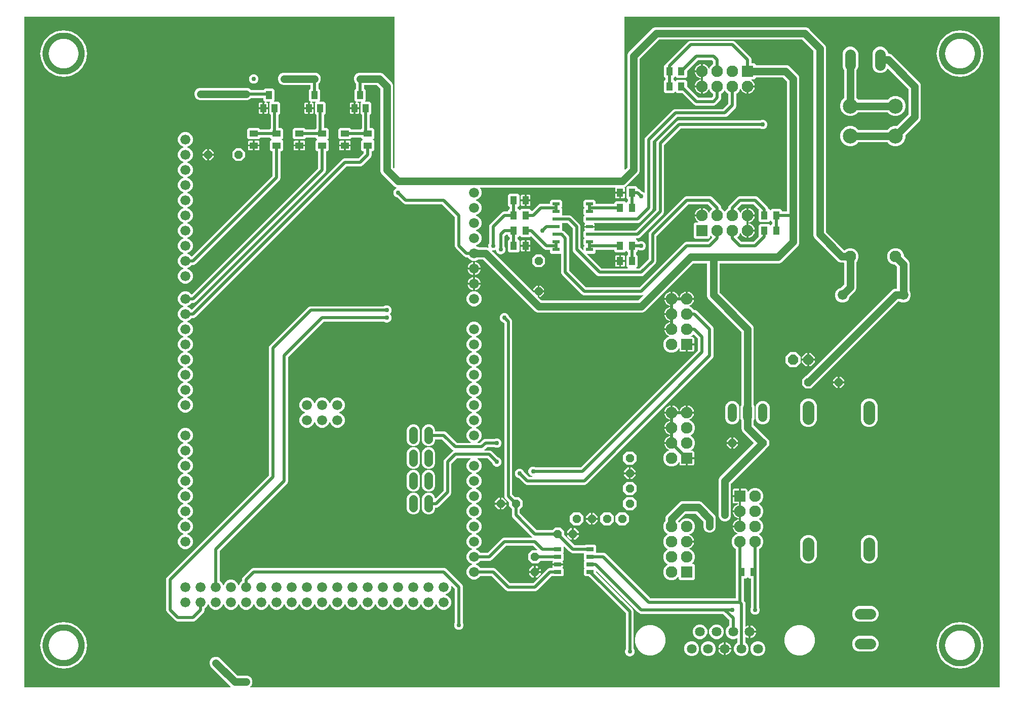
<source format=gbr>
G04 EAGLE Gerber RS-274X export*
G75*
%MOMM*%
%FSLAX34Y34*%
%LPD*%
%INBottom Copper*%
%IPPOS*%
%AMOC8*
5,1,8,0,0,1.08239X$1,22.5*%
G01*
%ADD10C,1.016000*%
%ADD11C,1.638300*%
%ADD12R,1.100000X1.400000*%
%ADD13R,1.930400X1.930400*%
%ADD14C,1.930400*%
%ADD15C,1.524000*%
%ADD16P,1.429621X8X22.500000*%
%ADD17P,1.429621X8X202.500000*%
%ADD18C,1.676400*%
%ADD19R,1.270000X0.635000*%
%ADD20P,1.539592X8X22.500000*%
%ADD21P,1.539592X8X292.500000*%
%ADD22R,1.000000X1.400000*%
%ADD23C,2.500000*%
%ADD24C,1.950000*%
%ADD25R,1.400000X1.100000*%
%ADD26C,1.981200*%
%ADD27P,1.814519X8X22.500000*%
%ADD28C,1.790700*%
%ADD29P,1.539592X8X112.500000*%
%ADD30P,1.539592X8X202.500000*%
%ADD31R,1.200000X0.600000*%
%ADD32P,1.429621X8X292.500000*%
%ADD33C,1.422400*%
%ADD34C,1.270000*%
%ADD35C,0.406400*%
%ADD36C,0.508000*%
%ADD37C,0.756400*%

G36*
X354344Y10172D02*
X354344Y10172D01*
X354415Y10174D01*
X354464Y10192D01*
X354516Y10200D01*
X354579Y10234D01*
X354646Y10259D01*
X354687Y10291D01*
X354733Y10316D01*
X354782Y10368D01*
X354838Y10412D01*
X354866Y10456D01*
X354902Y10494D01*
X354932Y10559D01*
X354971Y10619D01*
X354984Y10670D01*
X355006Y10717D01*
X355014Y10788D01*
X355031Y10858D01*
X355027Y10910D01*
X355033Y10961D01*
X355018Y11032D01*
X355012Y11103D01*
X354992Y11151D01*
X354981Y11202D01*
X354944Y11263D01*
X354916Y11329D01*
X354871Y11385D01*
X354855Y11413D01*
X354837Y11428D01*
X354811Y11460D01*
X353014Y13258D01*
X321371Y44900D01*
X319785Y48728D01*
X319785Y52872D01*
X321371Y56700D01*
X324300Y59629D01*
X328128Y61215D01*
X332272Y61215D01*
X336100Y59629D01*
X366041Y29688D01*
X366115Y29635D01*
X366184Y29575D01*
X366215Y29563D01*
X366241Y29544D01*
X366328Y29517D01*
X366413Y29483D01*
X366453Y29479D01*
X366476Y29472D01*
X366508Y29473D01*
X366579Y29465D01*
X383072Y29465D01*
X386900Y27879D01*
X389829Y24950D01*
X391415Y21122D01*
X391415Y16978D01*
X389829Y13150D01*
X388139Y11460D01*
X388097Y11402D01*
X388048Y11350D01*
X388026Y11303D01*
X387995Y11261D01*
X387974Y11192D01*
X387944Y11127D01*
X387938Y11075D01*
X387923Y11025D01*
X387925Y10954D01*
X387917Y10883D01*
X387928Y10832D01*
X387929Y10780D01*
X387954Y10712D01*
X387969Y10642D01*
X387996Y10597D01*
X388014Y10549D01*
X388059Y10493D01*
X388095Y10431D01*
X388135Y10397D01*
X388168Y10357D01*
X388228Y10318D01*
X388282Y10271D01*
X388331Y10252D01*
X388374Y10224D01*
X388444Y10206D01*
X388510Y10179D01*
X388582Y10171D01*
X388613Y10163D01*
X388636Y10165D01*
X388677Y10161D01*
X1640078Y10161D01*
X1640098Y10164D01*
X1640117Y10162D01*
X1640219Y10184D01*
X1640321Y10200D01*
X1640338Y10210D01*
X1640358Y10214D01*
X1640447Y10267D01*
X1640538Y10316D01*
X1640552Y10330D01*
X1640569Y10340D01*
X1640636Y10419D01*
X1640708Y10494D01*
X1640716Y10512D01*
X1640729Y10527D01*
X1640768Y10623D01*
X1640811Y10717D01*
X1640813Y10737D01*
X1640821Y10755D01*
X1640839Y10922D01*
X1640839Y1132078D01*
X1640836Y1132098D01*
X1640838Y1132117D01*
X1640816Y1132219D01*
X1640800Y1132321D01*
X1640790Y1132338D01*
X1640786Y1132358D01*
X1640733Y1132447D01*
X1640684Y1132538D01*
X1640670Y1132552D01*
X1640660Y1132569D01*
X1640581Y1132636D01*
X1640506Y1132708D01*
X1640488Y1132716D01*
X1640473Y1132729D01*
X1640377Y1132768D01*
X1640283Y1132811D01*
X1640263Y1132813D01*
X1640245Y1132821D01*
X1640078Y1132839D01*
X1014222Y1132839D01*
X1014202Y1132836D01*
X1014183Y1132838D01*
X1014081Y1132816D01*
X1013979Y1132800D01*
X1013962Y1132790D01*
X1013942Y1132786D01*
X1013853Y1132733D01*
X1013762Y1132684D01*
X1013748Y1132670D01*
X1013731Y1132660D01*
X1013664Y1132581D01*
X1013592Y1132506D01*
X1013584Y1132488D01*
X1013571Y1132473D01*
X1013532Y1132377D01*
X1013489Y1132283D01*
X1013487Y1132263D01*
X1013479Y1132245D01*
X1013461Y1132078D01*
X1013461Y877627D01*
X1013472Y877556D01*
X1013474Y877485D01*
X1013492Y877436D01*
X1013500Y877384D01*
X1013534Y877321D01*
X1013559Y877254D01*
X1013591Y877213D01*
X1013616Y877167D01*
X1013668Y877118D01*
X1013712Y877062D01*
X1013756Y877034D01*
X1013794Y876998D01*
X1013859Y876968D01*
X1013919Y876929D01*
X1013970Y876916D01*
X1014017Y876894D01*
X1014088Y876886D01*
X1014158Y876869D01*
X1014210Y876873D01*
X1014261Y876867D01*
X1014332Y876882D01*
X1014403Y876888D01*
X1014451Y876908D01*
X1014502Y876919D01*
X1014563Y876956D01*
X1014629Y876984D01*
X1014685Y877029D01*
X1014713Y877045D01*
X1014728Y877063D01*
X1014760Y877089D01*
X1018062Y880391D01*
X1018115Y880465D01*
X1018175Y880534D01*
X1018187Y880564D01*
X1018206Y880591D01*
X1018233Y880678D01*
X1018267Y880763D01*
X1018271Y880803D01*
X1018278Y880826D01*
X1018277Y880858D01*
X1018285Y880929D01*
X1018285Y1068872D01*
X1019871Y1072700D01*
X1060900Y1113729D01*
X1064728Y1115315D01*
X1316522Y1115315D01*
X1320350Y1113729D01*
X1323386Y1110693D01*
X1323386Y1110692D01*
X1348679Y1085400D01*
X1350265Y1081572D01*
X1350265Y772979D01*
X1350279Y772889D01*
X1350287Y772798D01*
X1350299Y772768D01*
X1350304Y772737D01*
X1350347Y772656D01*
X1350383Y772572D01*
X1350409Y772540D01*
X1350420Y772519D01*
X1350443Y772497D01*
X1350488Y772441D01*
X1381008Y741921D01*
X1381024Y741910D01*
X1381036Y741894D01*
X1381113Y741845D01*
X1381127Y741832D01*
X1381136Y741829D01*
X1381207Y741778D01*
X1381226Y741772D01*
X1381243Y741761D01*
X1381344Y741736D01*
X1381442Y741705D01*
X1381462Y741706D01*
X1381482Y741701D01*
X1381585Y741709D01*
X1381688Y741712D01*
X1381707Y741718D01*
X1381727Y741720D01*
X1381822Y741760D01*
X1381919Y741796D01*
X1381935Y741809D01*
X1381953Y741816D01*
X1382027Y741875D01*
X1382030Y741877D01*
X1382033Y741880D01*
X1382084Y741921D01*
X1383125Y742962D01*
X1388202Y745065D01*
X1393698Y745065D01*
X1398775Y742962D01*
X1402662Y739075D01*
X1404765Y733998D01*
X1404765Y728502D01*
X1402662Y723425D01*
X1401588Y722351D01*
X1401535Y722277D01*
X1401475Y722207D01*
X1401463Y722177D01*
X1401444Y722151D01*
X1401417Y722064D01*
X1401383Y721979D01*
X1401379Y721938D01*
X1401372Y721916D01*
X1401373Y721884D01*
X1401365Y721812D01*
X1401365Y677678D01*
X1399779Y673850D01*
X1390620Y664691D01*
X1390567Y664617D01*
X1390507Y664548D01*
X1390495Y664518D01*
X1390476Y664491D01*
X1390449Y664404D01*
X1390415Y664319D01*
X1388502Y659699D01*
X1385001Y656198D01*
X1380426Y654303D01*
X1375474Y654303D01*
X1370899Y656198D01*
X1367398Y659699D01*
X1365503Y664274D01*
X1365503Y669226D01*
X1367398Y673801D01*
X1370899Y677302D01*
X1375525Y679218D01*
X1375534Y679219D01*
X1375564Y679231D01*
X1375596Y679236D01*
X1375676Y679279D01*
X1375760Y679315D01*
X1375792Y679341D01*
X1375813Y679352D01*
X1375835Y679375D01*
X1375891Y679420D01*
X1380312Y683841D01*
X1380365Y683915D01*
X1380425Y683984D01*
X1380437Y684014D01*
X1380456Y684041D01*
X1380483Y684128D01*
X1380517Y684213D01*
X1380521Y684253D01*
X1380528Y684276D01*
X1380527Y684308D01*
X1380535Y684379D01*
X1380535Y720074D01*
X1380532Y720094D01*
X1380534Y720113D01*
X1380512Y720215D01*
X1380496Y720317D01*
X1380486Y720334D01*
X1380482Y720354D01*
X1380429Y720443D01*
X1380380Y720534D01*
X1380366Y720548D01*
X1380356Y720565D01*
X1380277Y720632D01*
X1380202Y720704D01*
X1380184Y720712D01*
X1380169Y720725D01*
X1380073Y720764D01*
X1379979Y720807D01*
X1379959Y720809D01*
X1379941Y720817D01*
X1379774Y720835D01*
X1374878Y720835D01*
X1371050Y722421D01*
X1331021Y762450D01*
X1329435Y766278D01*
X1329435Y1074871D01*
X1329421Y1074961D01*
X1329413Y1075052D01*
X1329401Y1075082D01*
X1329396Y1075113D01*
X1329353Y1075194D01*
X1329317Y1075278D01*
X1329291Y1075310D01*
X1329280Y1075331D01*
X1329257Y1075353D01*
X1329212Y1075409D01*
X1310359Y1094262D01*
X1310285Y1094315D01*
X1310216Y1094375D01*
X1310185Y1094387D01*
X1310159Y1094406D01*
X1310072Y1094433D01*
X1309987Y1094467D01*
X1309947Y1094471D01*
X1309924Y1094478D01*
X1309892Y1094477D01*
X1309821Y1094485D01*
X1071429Y1094485D01*
X1071339Y1094471D01*
X1071248Y1094463D01*
X1071218Y1094451D01*
X1071187Y1094446D01*
X1071106Y1094403D01*
X1071022Y1094367D01*
X1070990Y1094341D01*
X1070969Y1094330D01*
X1070947Y1094307D01*
X1070891Y1094262D01*
X1039338Y1062709D01*
X1039290Y1062643D01*
X1039284Y1062636D01*
X1039282Y1062632D01*
X1039225Y1062566D01*
X1039213Y1062535D01*
X1039194Y1062509D01*
X1039167Y1062422D01*
X1039133Y1062337D01*
X1039129Y1062297D01*
X1039122Y1062274D01*
X1039123Y1062242D01*
X1039115Y1062171D01*
X1039115Y874228D01*
X1037529Y870400D01*
X1034492Y867364D01*
X1018586Y851458D01*
X1018586Y851457D01*
X1015550Y848421D01*
X1013950Y847758D01*
X1013891Y847722D01*
X1013827Y847694D01*
X1013787Y847657D01*
X1013741Y847629D01*
X1013697Y847575D01*
X1013645Y847528D01*
X1013619Y847481D01*
X1013585Y847439D01*
X1013560Y847374D01*
X1013526Y847314D01*
X1013516Y847260D01*
X1013496Y847210D01*
X1013493Y847140D01*
X1013481Y847072D01*
X1013488Y847018D01*
X1013486Y846964D01*
X1013505Y846897D01*
X1013515Y846828D01*
X1013545Y846759D01*
X1013554Y846728D01*
X1013567Y846710D01*
X1013582Y846675D01*
X1013868Y846181D01*
X1014041Y845534D01*
X1014041Y839723D01*
X1006762Y839723D01*
X1006742Y839720D01*
X1006723Y839722D01*
X1006621Y839700D01*
X1006519Y839683D01*
X1006502Y839674D01*
X1006482Y839670D01*
X1006393Y839617D01*
X1006302Y839568D01*
X1006288Y839554D01*
X1006271Y839544D01*
X1006204Y839465D01*
X1006133Y839390D01*
X1006124Y839372D01*
X1006111Y839357D01*
X1006072Y839261D01*
X1006029Y839167D01*
X1006027Y839147D01*
X1006019Y839129D01*
X1006001Y838962D01*
X1006001Y838199D01*
X1005999Y838199D01*
X1005999Y838962D01*
X1005996Y838982D01*
X1005998Y839001D01*
X1005976Y839103D01*
X1005959Y839205D01*
X1005950Y839222D01*
X1005946Y839242D01*
X1005893Y839331D01*
X1005844Y839422D01*
X1005830Y839436D01*
X1005820Y839453D01*
X1005741Y839520D01*
X1005666Y839591D01*
X1005648Y839600D01*
X1005633Y839613D01*
X1005537Y839652D01*
X1005443Y839695D01*
X1005423Y839697D01*
X1005405Y839705D01*
X1005238Y839723D01*
X997959Y839723D01*
X997959Y845534D01*
X998051Y845877D01*
X998063Y845995D01*
X998076Y846113D01*
X998075Y846118D01*
X998075Y846122D01*
X998049Y846237D01*
X998024Y846354D01*
X998022Y846357D01*
X998021Y846361D01*
X997959Y846463D01*
X997898Y846565D01*
X997894Y846568D01*
X997892Y846571D01*
X997802Y846647D01*
X997711Y846725D01*
X997707Y846726D01*
X997704Y846729D01*
X997595Y846772D01*
X997482Y846817D01*
X997477Y846817D01*
X997474Y846819D01*
X997461Y846819D01*
X997316Y846835D01*
X772805Y846835D01*
X772734Y846824D01*
X772662Y846822D01*
X772613Y846804D01*
X772562Y846796D01*
X772499Y846762D01*
X772431Y846737D01*
X772391Y846705D01*
X772345Y846680D01*
X772295Y846629D01*
X772239Y846584D01*
X772211Y846540D01*
X772175Y846502D01*
X772145Y846437D01*
X772106Y846377D01*
X772094Y846326D01*
X772072Y846279D01*
X772064Y846208D01*
X772046Y846138D01*
X772050Y846086D01*
X772045Y846035D01*
X772060Y845964D01*
X772065Y845893D01*
X772086Y845845D01*
X772097Y845794D01*
X772134Y845733D01*
X772162Y845667D01*
X772207Y845611D01*
X772223Y845583D01*
X772241Y845568D01*
X772267Y845536D01*
X772552Y845251D01*
X774447Y840676D01*
X774447Y835724D01*
X772552Y831149D01*
X769051Y827648D01*
X765562Y826203D01*
X765501Y826165D01*
X765436Y826136D01*
X765398Y826101D01*
X765353Y826074D01*
X765307Y826018D01*
X765255Y825970D01*
X765230Y825924D01*
X765196Y825884D01*
X765171Y825817D01*
X765136Y825754D01*
X765127Y825703D01*
X765108Y825655D01*
X765105Y825583D01*
X765092Y825512D01*
X765100Y825461D01*
X765098Y825409D01*
X765118Y825340D01*
X765128Y825269D01*
X765152Y825223D01*
X765166Y825173D01*
X765207Y825114D01*
X765240Y825050D01*
X765277Y825013D01*
X765307Y824971D01*
X765364Y824928D01*
X765415Y824878D01*
X765478Y824843D01*
X765504Y824824D01*
X765526Y824817D01*
X765562Y824797D01*
X769051Y823352D01*
X772552Y819851D01*
X774447Y815276D01*
X774447Y810324D01*
X772552Y805749D01*
X769051Y802248D01*
X765562Y800803D01*
X765501Y800765D01*
X765436Y800736D01*
X765398Y800701D01*
X765353Y800674D01*
X765307Y800618D01*
X765255Y800570D01*
X765230Y800524D01*
X765196Y800484D01*
X765171Y800417D01*
X765136Y800354D01*
X765127Y800303D01*
X765108Y800255D01*
X765105Y800183D01*
X765092Y800112D01*
X765100Y800061D01*
X765098Y800009D01*
X765118Y799940D01*
X765128Y799869D01*
X765152Y799823D01*
X765166Y799773D01*
X765207Y799714D01*
X765240Y799650D01*
X765277Y799613D01*
X765307Y799571D01*
X765364Y799528D01*
X765415Y799478D01*
X765478Y799443D01*
X765504Y799424D01*
X765526Y799417D01*
X765562Y799397D01*
X769051Y797952D01*
X772552Y794451D01*
X774447Y789876D01*
X774447Y784924D01*
X772552Y780349D01*
X769051Y776848D01*
X765562Y775403D01*
X765501Y775365D01*
X765436Y775336D01*
X765398Y775301D01*
X765353Y775274D01*
X765307Y775218D01*
X765255Y775170D01*
X765230Y775124D01*
X765196Y775084D01*
X765171Y775017D01*
X765136Y774954D01*
X765127Y774903D01*
X765108Y774855D01*
X765105Y774783D01*
X765092Y774712D01*
X765100Y774661D01*
X765098Y774609D01*
X765118Y774540D01*
X765128Y774469D01*
X765152Y774423D01*
X765166Y774373D01*
X765207Y774314D01*
X765240Y774250D01*
X765277Y774213D01*
X765307Y774171D01*
X765364Y774128D01*
X765415Y774078D01*
X765478Y774043D01*
X765504Y774024D01*
X765526Y774017D01*
X765562Y773997D01*
X769051Y772552D01*
X772552Y769051D01*
X774447Y764476D01*
X774447Y759524D01*
X772552Y754949D01*
X769051Y751448D01*
X765562Y750003D01*
X765501Y749965D01*
X765436Y749936D01*
X765398Y749901D01*
X765353Y749874D01*
X765307Y749818D01*
X765255Y749770D01*
X765230Y749724D01*
X765196Y749684D01*
X765171Y749617D01*
X765136Y749554D01*
X765127Y749503D01*
X765108Y749455D01*
X765105Y749383D01*
X765092Y749312D01*
X765100Y749261D01*
X765098Y749209D01*
X765118Y749140D01*
X765128Y749069D01*
X765152Y749023D01*
X765166Y748973D01*
X765207Y748914D01*
X765240Y748850D01*
X765277Y748813D01*
X765307Y748771D01*
X765364Y748728D01*
X765415Y748678D01*
X765478Y748643D01*
X765504Y748624D01*
X765526Y748617D01*
X765562Y748597D01*
X769102Y747131D01*
X769108Y747125D01*
X769138Y747113D01*
X769164Y747094D01*
X769251Y747067D01*
X769336Y747033D01*
X769377Y747029D01*
X769399Y747022D01*
X769431Y747023D01*
X769503Y747015D01*
X783122Y747015D01*
X785144Y746177D01*
X785213Y746161D01*
X785280Y746135D01*
X785333Y746133D01*
X785383Y746121D01*
X785454Y746128D01*
X785526Y746125D01*
X785576Y746139D01*
X785628Y746144D01*
X785694Y746173D01*
X785762Y746193D01*
X785805Y746223D01*
X785853Y746244D01*
X785906Y746293D01*
X785964Y746333D01*
X785996Y746375D01*
X786034Y746410D01*
X786069Y746473D01*
X786111Y746531D01*
X786127Y746580D01*
X786152Y746626D01*
X786165Y746697D01*
X786187Y746765D01*
X786187Y746817D01*
X786196Y746868D01*
X786186Y746939D01*
X786185Y747011D01*
X786165Y747079D01*
X786160Y747111D01*
X786150Y747132D01*
X786138Y747172D01*
X785903Y747739D01*
X785903Y750861D01*
X787087Y753719D01*
X787102Y753783D01*
X787127Y753844D01*
X787136Y753927D01*
X787143Y753959D01*
X787142Y753978D01*
X787145Y754011D01*
X787145Y782364D01*
X788151Y784791D01*
X809059Y805699D01*
X811486Y806705D01*
X817874Y806705D01*
X817894Y806708D01*
X817913Y806706D01*
X818015Y806728D01*
X818117Y806744D01*
X818134Y806754D01*
X818154Y806758D01*
X818243Y806811D01*
X818334Y806860D01*
X818348Y806874D01*
X818365Y806884D01*
X818432Y806963D01*
X818504Y807038D01*
X818512Y807056D01*
X818525Y807071D01*
X818564Y807167D01*
X818607Y807261D01*
X818609Y807281D01*
X818617Y807299D01*
X818635Y807466D01*
X818635Y808784D01*
X821052Y811200D01*
X821077Y811204D01*
X821094Y811214D01*
X821114Y811218D01*
X821203Y811271D01*
X821294Y811320D01*
X821308Y811334D01*
X821325Y811344D01*
X821392Y811423D01*
X821464Y811498D01*
X821472Y811516D01*
X821485Y811531D01*
X821524Y811627D01*
X821567Y811721D01*
X821569Y811741D01*
X821577Y811759D01*
X821595Y811926D01*
X821595Y813674D01*
X821592Y813694D01*
X821594Y813713D01*
X821572Y813815D01*
X821556Y813917D01*
X821546Y813934D01*
X821542Y813954D01*
X821489Y814043D01*
X821440Y814134D01*
X821426Y814148D01*
X821416Y814165D01*
X821337Y814232D01*
X821262Y814304D01*
X821244Y814312D01*
X821229Y814325D01*
X821133Y814364D01*
X821049Y814402D01*
X818635Y816816D01*
X818635Y834184D01*
X821016Y836565D01*
X835384Y836565D01*
X837765Y834184D01*
X837765Y816816D01*
X835348Y814400D01*
X835323Y814396D01*
X835306Y814386D01*
X835286Y814382D01*
X835197Y814329D01*
X835106Y814280D01*
X835092Y814266D01*
X835075Y814256D01*
X835008Y814177D01*
X834936Y814102D01*
X834928Y814084D01*
X834915Y814069D01*
X834876Y813973D01*
X834833Y813879D01*
X834831Y813859D01*
X834823Y813841D01*
X834805Y813674D01*
X834805Y811926D01*
X834808Y811906D01*
X834806Y811887D01*
X834828Y811785D01*
X834844Y811683D01*
X834854Y811666D01*
X834858Y811646D01*
X834911Y811557D01*
X834960Y811466D01*
X834974Y811452D01*
X834984Y811435D01*
X835063Y811368D01*
X835138Y811296D01*
X835156Y811288D01*
X835171Y811275D01*
X835267Y811236D01*
X835351Y811198D01*
X837662Y808887D01*
X837678Y808875D01*
X837690Y808859D01*
X837778Y808803D01*
X837861Y808743D01*
X837880Y808737D01*
X837897Y808726D01*
X837998Y808701D01*
X838097Y808671D01*
X838116Y808671D01*
X838136Y808666D01*
X838239Y808674D01*
X838342Y808677D01*
X838361Y808684D01*
X838381Y808686D01*
X838476Y808726D01*
X838573Y808762D01*
X838589Y808774D01*
X838607Y808782D01*
X838738Y808887D01*
X841016Y811165D01*
X855384Y811165D01*
X857765Y808784D01*
X857765Y808143D01*
X857776Y808072D01*
X857778Y808001D01*
X857796Y807952D01*
X857804Y807900D01*
X857838Y807837D01*
X857863Y807770D01*
X857895Y807729D01*
X857920Y807683D01*
X857972Y807634D01*
X858016Y807578D01*
X858060Y807549D01*
X858098Y807514D01*
X858163Y807483D01*
X858223Y807445D01*
X858274Y807432D01*
X858321Y807410D01*
X858392Y807402D01*
X858462Y807385D01*
X858514Y807389D01*
X858565Y807383D01*
X858636Y807398D01*
X858707Y807404D01*
X858755Y807424D01*
X858806Y807435D01*
X858867Y807472D01*
X858933Y807500D01*
X858989Y807545D01*
X859017Y807561D01*
X859032Y807579D01*
X859064Y807605D01*
X867894Y816434D01*
X869859Y818399D01*
X872286Y819405D01*
X888274Y819405D01*
X888294Y819408D01*
X888313Y819406D01*
X888415Y819428D01*
X888517Y819444D01*
X888534Y819454D01*
X888554Y819458D01*
X888643Y819511D01*
X888734Y819560D01*
X888748Y819574D01*
X888765Y819584D01*
X888832Y819663D01*
X888904Y819738D01*
X888912Y819756D01*
X888925Y819771D01*
X888964Y819867D01*
X889007Y819961D01*
X889009Y819981D01*
X889017Y819999D01*
X889035Y820166D01*
X889035Y823834D01*
X891416Y826215D01*
X906784Y826215D01*
X909165Y823834D01*
X909165Y814466D01*
X908037Y813338D01*
X908025Y813322D01*
X908009Y813310D01*
X907953Y813222D01*
X907893Y813139D01*
X907887Y813120D01*
X907876Y813103D01*
X907851Y813002D01*
X907821Y812903D01*
X907821Y812884D01*
X907816Y812864D01*
X907824Y812761D01*
X907827Y812658D01*
X907834Y812639D01*
X907836Y812619D01*
X907876Y812524D01*
X907912Y812427D01*
X907924Y812411D01*
X907932Y812393D01*
X908037Y812262D01*
X909165Y811134D01*
X909165Y801766D01*
X909053Y801654D01*
X909011Y801596D01*
X908961Y801544D01*
X908939Y801497D01*
X908909Y801455D01*
X908888Y801386D01*
X908858Y801321D01*
X908852Y801269D01*
X908837Y801219D01*
X908839Y801148D01*
X908831Y801077D01*
X908842Y801026D01*
X908843Y800974D01*
X908868Y800906D01*
X908883Y800836D01*
X908910Y800791D01*
X908928Y800743D01*
X908972Y800687D01*
X909009Y800625D01*
X909049Y800591D01*
X909081Y800551D01*
X909141Y800512D01*
X909196Y800465D01*
X909244Y800446D01*
X909288Y800418D01*
X909358Y800400D01*
X909424Y800373D01*
X909496Y800365D01*
X909527Y800357D01*
X909550Y800359D01*
X909591Y800355D01*
X922064Y800355D01*
X924491Y799349D01*
X939049Y784791D01*
X940055Y782364D01*
X940055Y746001D01*
X940069Y745911D01*
X940077Y745820D01*
X940089Y745790D01*
X940094Y745758D01*
X940137Y745678D01*
X940173Y745594D01*
X940199Y745562D01*
X940210Y745541D01*
X940233Y745519D01*
X940278Y745463D01*
X943736Y742005D01*
X943794Y741963D01*
X943846Y741914D01*
X943893Y741892D01*
X943935Y741861D01*
X944004Y741840D01*
X944069Y741810D01*
X944121Y741804D01*
X944171Y741789D01*
X944242Y741791D01*
X944313Y741783D01*
X944364Y741794D01*
X944416Y741795D01*
X944484Y741820D01*
X944554Y741835D01*
X944599Y741862D01*
X944647Y741880D01*
X944703Y741925D01*
X944765Y741961D01*
X944799Y742001D01*
X944839Y742033D01*
X944878Y742094D01*
X944925Y742148D01*
X944944Y742197D01*
X944972Y742240D01*
X944990Y742310D01*
X945017Y742376D01*
X945025Y742448D01*
X945033Y742479D01*
X945031Y742502D01*
X945035Y742543D01*
X945035Y747634D01*
X946163Y748762D01*
X946175Y748778D01*
X946191Y748790D01*
X946247Y748878D01*
X946307Y748961D01*
X946313Y748980D01*
X946324Y748997D01*
X946349Y749098D01*
X946379Y749197D01*
X946379Y749216D01*
X946384Y749236D01*
X946376Y749339D01*
X946373Y749442D01*
X946366Y749461D01*
X946364Y749481D01*
X946324Y749576D01*
X946288Y749673D01*
X946276Y749689D01*
X946268Y749707D01*
X946163Y749838D01*
X945035Y750966D01*
X945035Y760334D01*
X946163Y761462D01*
X946175Y761478D01*
X946191Y761490D01*
X946247Y761578D01*
X946307Y761661D01*
X946313Y761680D01*
X946324Y761697D01*
X946349Y761798D01*
X946379Y761897D01*
X946379Y761916D01*
X946384Y761936D01*
X946376Y762039D01*
X946373Y762142D01*
X946366Y762161D01*
X946364Y762181D01*
X946324Y762276D01*
X946288Y762373D01*
X946276Y762389D01*
X946268Y762407D01*
X946163Y762538D01*
X945035Y763666D01*
X945035Y773034D01*
X947241Y775239D01*
X947253Y775256D01*
X947268Y775268D01*
X947324Y775355D01*
X947384Y775439D01*
X947390Y775458D01*
X947401Y775475D01*
X947426Y775575D01*
X947457Y775674D01*
X947456Y775694D01*
X947461Y775713D01*
X947453Y775816D01*
X947450Y775920D01*
X947444Y775939D01*
X947442Y775959D01*
X947402Y776054D01*
X947366Y776151D01*
X947354Y776167D01*
X947346Y776185D01*
X947241Y776316D01*
X947067Y776490D01*
X946732Y777069D01*
X946559Y777716D01*
X946559Y779551D01*
X954362Y779551D01*
X954381Y779554D01*
X954401Y779552D01*
X954503Y779574D01*
X954605Y779590D01*
X954622Y779600D01*
X954642Y779604D01*
X954731Y779657D01*
X954822Y779706D01*
X954836Y779720D01*
X954853Y779730D01*
X954920Y779809D01*
X954991Y779884D01*
X955000Y779902D01*
X955013Y779917D01*
X955051Y780013D01*
X955095Y780107D01*
X955097Y780127D01*
X955104Y780145D01*
X955117Y780069D01*
X955126Y780052D01*
X955130Y780032D01*
X955183Y779943D01*
X955232Y779852D01*
X955246Y779838D01*
X955256Y779821D01*
X955335Y779754D01*
X955410Y779682D01*
X955428Y779674D01*
X955443Y779661D01*
X955540Y779622D01*
X955633Y779579D01*
X955653Y779577D01*
X955671Y779569D01*
X955838Y779551D01*
X963641Y779551D01*
X963641Y777716D01*
X963468Y777069D01*
X963133Y776490D01*
X962959Y776316D01*
X962947Y776300D01*
X962932Y776287D01*
X962876Y776200D01*
X962816Y776116D01*
X962810Y776097D01*
X962799Y776080D01*
X962774Y775980D01*
X962743Y775881D01*
X962744Y775861D01*
X962739Y775842D01*
X962747Y775739D01*
X962750Y775635D01*
X962756Y775617D01*
X962758Y775597D01*
X962798Y775502D01*
X962834Y775404D01*
X962846Y775389D01*
X962854Y775370D01*
X962959Y775239D01*
X963021Y775178D01*
X963095Y775125D01*
X963164Y775065D01*
X963194Y775053D01*
X963220Y775034D01*
X963307Y775007D01*
X963392Y774973D01*
X963433Y774969D01*
X963456Y774962D01*
X963488Y774963D01*
X963559Y774955D01*
X1031999Y774955D01*
X1032089Y774969D01*
X1032180Y774977D01*
X1032210Y774989D01*
X1032242Y774994D01*
X1032322Y775037D01*
X1032406Y775073D01*
X1032438Y775099D01*
X1032459Y775110D01*
X1032481Y775133D01*
X1032537Y775178D01*
X1066322Y808963D01*
X1066368Y809027D01*
X1066386Y809045D01*
X1066389Y809053D01*
X1066435Y809106D01*
X1066447Y809136D01*
X1066466Y809163D01*
X1066493Y809250D01*
X1066527Y809334D01*
X1066531Y809375D01*
X1066538Y809398D01*
X1066537Y809430D01*
X1066545Y809501D01*
X1066545Y922064D01*
X1067551Y924491D01*
X1101159Y958099D01*
X1103586Y959105D01*
X1239889Y959105D01*
X1239954Y959115D01*
X1240020Y959116D01*
X1240100Y959139D01*
X1240132Y959144D01*
X1240149Y959154D01*
X1240181Y959163D01*
X1243039Y960347D01*
X1246161Y960347D01*
X1249045Y959152D01*
X1251252Y956945D01*
X1252447Y954061D01*
X1252447Y950939D01*
X1251252Y948055D01*
X1249045Y945848D01*
X1246161Y944653D01*
X1243039Y944653D01*
X1240181Y945837D01*
X1240117Y945852D01*
X1240056Y945877D01*
X1239973Y945886D01*
X1239941Y945893D01*
X1239922Y945892D01*
X1239889Y945895D01*
X1107951Y945895D01*
X1107861Y945881D01*
X1107770Y945873D01*
X1107740Y945861D01*
X1107708Y945856D01*
X1107628Y945813D01*
X1107544Y945777D01*
X1107512Y945751D01*
X1107491Y945740D01*
X1107469Y945717D01*
X1107413Y945672D01*
X1079978Y918237D01*
X1079925Y918163D01*
X1079865Y918094D01*
X1079853Y918064D01*
X1079834Y918037D01*
X1079807Y917950D01*
X1079773Y917866D01*
X1079769Y917825D01*
X1079762Y917802D01*
X1079763Y917770D01*
X1079755Y917699D01*
X1079755Y805136D01*
X1078749Y802709D01*
X1038791Y762751D01*
X1036364Y761745D01*
X1033641Y761745D01*
X1033570Y761734D01*
X1033498Y761732D01*
X1033450Y761714D01*
X1033398Y761706D01*
X1033335Y761672D01*
X1033267Y761647D01*
X1033227Y761615D01*
X1033181Y761590D01*
X1033131Y761538D01*
X1033075Y761494D01*
X1033047Y761450D01*
X1033011Y761412D01*
X1032981Y761347D01*
X1032942Y761287D01*
X1032930Y761236D01*
X1032908Y761189D01*
X1032900Y761118D01*
X1032882Y761048D01*
X1032886Y760996D01*
X1032881Y760945D01*
X1032896Y760874D01*
X1032902Y760803D01*
X1032922Y760755D01*
X1032933Y760704D01*
X1032970Y760643D01*
X1032998Y760577D01*
X1033043Y760521D01*
X1033059Y760493D01*
X1033077Y760478D01*
X1033103Y760446D01*
X1035565Y757984D01*
X1035565Y756666D01*
X1035568Y756646D01*
X1035566Y756627D01*
X1035588Y756525D01*
X1035604Y756423D01*
X1035614Y756406D01*
X1035618Y756386D01*
X1035671Y756297D01*
X1035720Y756206D01*
X1035734Y756192D01*
X1035744Y756175D01*
X1035823Y756108D01*
X1035898Y756036D01*
X1035916Y756028D01*
X1035931Y756015D01*
X1036027Y755976D01*
X1036121Y755933D01*
X1036141Y755931D01*
X1036159Y755923D01*
X1036326Y755905D01*
X1036689Y755905D01*
X1036754Y755915D01*
X1036820Y755916D01*
X1036900Y755939D01*
X1036932Y755944D01*
X1036949Y755954D01*
X1036981Y755963D01*
X1039839Y757147D01*
X1042961Y757147D01*
X1045845Y755952D01*
X1048052Y753745D01*
X1049247Y750861D01*
X1049247Y747739D01*
X1048052Y744855D01*
X1045845Y742648D01*
X1042961Y741453D01*
X1039839Y741453D01*
X1036981Y742637D01*
X1036917Y742652D01*
X1036856Y742677D01*
X1036773Y742686D01*
X1036741Y742693D01*
X1036722Y742692D01*
X1036689Y742695D01*
X1036326Y742695D01*
X1036306Y742692D01*
X1036287Y742694D01*
X1036185Y742672D01*
X1036083Y742656D01*
X1036066Y742646D01*
X1036046Y742642D01*
X1035957Y742589D01*
X1035866Y742540D01*
X1035852Y742526D01*
X1035835Y742516D01*
X1035768Y742437D01*
X1035696Y742362D01*
X1035688Y742344D01*
X1035675Y742329D01*
X1035636Y742233D01*
X1035593Y742139D01*
X1035591Y742119D01*
X1035583Y742101D01*
X1035565Y741934D01*
X1035565Y740616D01*
X1033148Y738200D01*
X1033123Y738196D01*
X1033106Y738186D01*
X1033086Y738182D01*
X1032997Y738129D01*
X1032906Y738080D01*
X1032892Y738066D01*
X1032875Y738056D01*
X1032808Y737977D01*
X1032736Y737902D01*
X1032728Y737884D01*
X1032715Y737869D01*
X1032676Y737773D01*
X1032633Y737679D01*
X1032631Y737659D01*
X1032623Y737641D01*
X1032605Y737474D01*
X1032605Y735726D01*
X1032608Y735706D01*
X1032606Y735687D01*
X1032628Y735585D01*
X1032644Y735483D01*
X1032654Y735466D01*
X1032658Y735446D01*
X1032711Y735357D01*
X1032760Y735266D01*
X1032774Y735252D01*
X1032784Y735235D01*
X1032863Y735168D01*
X1032938Y735096D01*
X1032956Y735088D01*
X1032971Y735075D01*
X1033067Y735036D01*
X1033151Y734998D01*
X1035565Y732584D01*
X1035565Y715216D01*
X1033103Y712754D01*
X1033061Y712696D01*
X1033011Y712644D01*
X1032989Y712597D01*
X1032959Y712555D01*
X1032938Y712486D01*
X1032908Y712421D01*
X1032902Y712369D01*
X1032887Y712319D01*
X1032889Y712248D01*
X1032881Y712177D01*
X1032892Y712126D01*
X1032893Y712074D01*
X1032918Y712006D01*
X1032933Y711936D01*
X1032960Y711891D01*
X1032978Y711843D01*
X1033022Y711787D01*
X1033059Y711725D01*
X1033099Y711691D01*
X1033131Y711651D01*
X1033192Y711612D01*
X1033246Y711565D01*
X1033294Y711546D01*
X1033338Y711518D01*
X1033408Y711500D01*
X1033474Y711473D01*
X1033546Y711465D01*
X1033577Y711457D01*
X1033600Y711459D01*
X1033641Y711455D01*
X1038349Y711455D01*
X1038439Y711469D01*
X1038530Y711477D01*
X1038560Y711489D01*
X1038592Y711494D01*
X1038672Y711537D01*
X1038756Y711573D01*
X1038788Y711599D01*
X1038809Y711610D01*
X1038831Y711633D01*
X1038887Y711678D01*
X1053622Y726413D01*
X1053675Y726487D01*
X1053735Y726556D01*
X1053747Y726586D01*
X1053766Y726613D01*
X1053793Y726700D01*
X1053827Y726784D01*
X1053831Y726825D01*
X1053838Y726848D01*
X1053837Y726880D01*
X1053845Y726951D01*
X1053845Y769664D01*
X1054851Y772091D01*
X1113859Y831099D01*
X1116286Y832105D01*
X1157014Y832105D01*
X1159441Y831099D01*
X1173999Y816541D01*
X1175005Y814114D01*
X1175005Y812720D01*
X1175024Y812605D01*
X1175041Y812489D01*
X1175043Y812483D01*
X1175044Y812477D01*
X1175099Y812374D01*
X1175152Y812270D01*
X1175157Y812265D01*
X1175160Y812260D01*
X1175244Y812180D01*
X1175328Y812097D01*
X1175334Y812094D01*
X1175338Y812090D01*
X1175355Y812082D01*
X1175475Y812016D01*
X1176170Y811728D01*
X1180028Y807870D01*
X1180397Y806981D01*
X1180434Y806920D01*
X1180464Y806855D01*
X1180499Y806816D01*
X1180526Y806772D01*
X1180582Y806726D01*
X1180630Y806673D01*
X1180676Y806648D01*
X1180716Y806615D01*
X1180783Y806589D01*
X1180846Y806555D01*
X1180897Y806546D01*
X1180945Y806527D01*
X1181017Y806524D01*
X1181088Y806511D01*
X1181139Y806519D01*
X1181191Y806517D01*
X1181260Y806536D01*
X1181331Y806547D01*
X1181377Y806571D01*
X1181427Y806585D01*
X1181486Y806626D01*
X1181550Y806658D01*
X1181587Y806696D01*
X1181629Y806725D01*
X1181672Y806783D01*
X1181722Y806834D01*
X1181757Y806897D01*
X1181776Y806923D01*
X1181784Y806945D01*
X1181803Y806981D01*
X1182172Y807870D01*
X1186030Y811728D01*
X1186725Y812016D01*
X1186825Y812078D01*
X1186925Y812138D01*
X1186929Y812143D01*
X1186934Y812146D01*
X1187009Y812236D01*
X1187085Y812325D01*
X1187087Y812331D01*
X1187091Y812336D01*
X1187133Y812444D01*
X1187177Y812553D01*
X1187178Y812561D01*
X1187179Y812565D01*
X1187180Y812583D01*
X1187195Y812720D01*
X1187195Y814114D01*
X1188201Y816541D01*
X1202759Y831099D01*
X1205186Y832105D01*
X1233214Y832105D01*
X1235641Y831099D01*
X1252899Y813841D01*
X1253813Y811635D01*
X1253875Y811535D01*
X1253935Y811435D01*
X1253939Y811431D01*
X1253943Y811426D01*
X1254033Y811351D01*
X1254122Y811275D01*
X1254127Y811273D01*
X1254132Y811269D01*
X1254241Y811227D01*
X1254350Y811183D01*
X1254357Y811182D01*
X1254362Y811181D01*
X1254380Y811180D01*
X1254480Y811169D01*
X1256762Y808887D01*
X1256778Y808875D01*
X1256790Y808859D01*
X1256878Y808803D01*
X1256961Y808743D01*
X1256980Y808737D01*
X1256997Y808726D01*
X1257098Y808701D01*
X1257197Y808671D01*
X1257216Y808671D01*
X1257236Y808666D01*
X1257339Y808674D01*
X1257442Y808677D01*
X1257461Y808684D01*
X1257481Y808686D01*
X1257576Y808726D01*
X1257673Y808762D01*
X1257689Y808774D01*
X1257707Y808782D01*
X1257838Y808887D01*
X1260116Y811165D01*
X1274484Y811165D01*
X1276865Y808784D01*
X1276865Y807466D01*
X1276868Y807446D01*
X1276866Y807427D01*
X1276888Y807325D01*
X1276904Y807223D01*
X1276914Y807206D01*
X1276918Y807186D01*
X1276971Y807097D01*
X1277020Y807006D01*
X1277034Y806992D01*
X1277044Y806975D01*
X1277123Y806908D01*
X1277198Y806836D01*
X1277216Y806828D01*
X1277231Y806815D01*
X1277327Y806776D01*
X1277421Y806733D01*
X1277441Y806731D01*
X1277459Y806723D01*
X1277626Y806705D01*
X1284224Y806705D01*
X1284244Y806708D01*
X1284263Y806706D01*
X1284365Y806728D01*
X1284467Y806744D01*
X1284484Y806754D01*
X1284504Y806758D01*
X1284593Y806811D01*
X1284684Y806860D01*
X1284698Y806874D01*
X1284715Y806884D01*
X1284782Y806963D01*
X1284854Y807038D01*
X1284862Y807056D01*
X1284875Y807071D01*
X1284914Y807167D01*
X1284957Y807261D01*
X1284959Y807281D01*
X1284967Y807299D01*
X1284985Y807466D01*
X1284985Y1024071D01*
X1284971Y1024161D01*
X1284963Y1024252D01*
X1284951Y1024282D01*
X1284946Y1024313D01*
X1284903Y1024394D01*
X1284867Y1024478D01*
X1284841Y1024510D01*
X1284830Y1024531D01*
X1284807Y1024553D01*
X1284762Y1024609D01*
X1278609Y1030762D01*
X1278535Y1030815D01*
X1278466Y1030875D01*
X1278435Y1030887D01*
X1278409Y1030906D01*
X1278322Y1030933D01*
X1278237Y1030967D01*
X1278197Y1030971D01*
X1278174Y1030978D01*
X1278142Y1030977D01*
X1278071Y1030985D01*
X1233678Y1030985D01*
X1233658Y1030982D01*
X1233639Y1030984D01*
X1233537Y1030962D01*
X1233435Y1030946D01*
X1233418Y1030936D01*
X1233398Y1030932D01*
X1233309Y1030879D01*
X1233218Y1030830D01*
X1233204Y1030816D01*
X1233187Y1030806D01*
X1233120Y1030727D01*
X1233048Y1030652D01*
X1233040Y1030634D01*
X1233027Y1030619D01*
X1232988Y1030523D01*
X1232945Y1030429D01*
X1232943Y1030409D01*
X1232935Y1030391D01*
X1232917Y1030224D01*
X1232917Y1030064D01*
X1230536Y1027683D01*
X1226206Y1027683D01*
X1226198Y1027682D01*
X1226190Y1027683D01*
X1226076Y1027662D01*
X1225963Y1027644D01*
X1225956Y1027640D01*
X1225948Y1027638D01*
X1225847Y1027582D01*
X1225746Y1027528D01*
X1225740Y1027523D01*
X1225733Y1027519D01*
X1225655Y1027433D01*
X1225576Y1027350D01*
X1225573Y1027343D01*
X1225567Y1027337D01*
X1225521Y1027231D01*
X1225473Y1027127D01*
X1225472Y1027119D01*
X1225469Y1027112D01*
X1225458Y1026997D01*
X1225446Y1026883D01*
X1225447Y1026875D01*
X1225446Y1026867D01*
X1225473Y1026755D01*
X1225498Y1026642D01*
X1225502Y1026635D01*
X1225504Y1026628D01*
X1225565Y1026530D01*
X1225624Y1026431D01*
X1225630Y1026426D01*
X1225634Y1026419D01*
X1225758Y1026306D01*
X1227143Y1025300D01*
X1228500Y1023943D01*
X1229628Y1022390D01*
X1230499Y1020680D01*
X1231093Y1018855D01*
X1231303Y1017523D01*
X1219962Y1017523D01*
X1219942Y1017520D01*
X1219923Y1017522D01*
X1219821Y1017500D01*
X1219719Y1017483D01*
X1219702Y1017474D01*
X1219682Y1017470D01*
X1219593Y1017417D01*
X1219502Y1017368D01*
X1219488Y1017354D01*
X1219471Y1017344D01*
X1219404Y1017265D01*
X1219333Y1017190D01*
X1219324Y1017172D01*
X1219311Y1017157D01*
X1219273Y1017061D01*
X1219229Y1016967D01*
X1219227Y1016947D01*
X1219219Y1016929D01*
X1219201Y1016762D01*
X1219201Y1015999D01*
X1218438Y1015999D01*
X1218418Y1015996D01*
X1218399Y1015998D01*
X1218297Y1015976D01*
X1218195Y1015959D01*
X1218178Y1015950D01*
X1218158Y1015946D01*
X1218069Y1015893D01*
X1217978Y1015844D01*
X1217964Y1015830D01*
X1217947Y1015820D01*
X1217880Y1015741D01*
X1217809Y1015666D01*
X1217800Y1015648D01*
X1217787Y1015633D01*
X1217748Y1015537D01*
X1217705Y1015443D01*
X1217703Y1015423D01*
X1217695Y1015405D01*
X1217677Y1015238D01*
X1217677Y1003897D01*
X1216345Y1004107D01*
X1214520Y1004701D01*
X1212810Y1005572D01*
X1211257Y1006700D01*
X1209900Y1008057D01*
X1208772Y1009610D01*
X1207993Y1011139D01*
X1207968Y1011173D01*
X1207951Y1011211D01*
X1207895Y1011271D01*
X1207847Y1011337D01*
X1207813Y1011362D01*
X1207784Y1011392D01*
X1207713Y1011432D01*
X1207646Y1011479D01*
X1207605Y1011491D01*
X1207569Y1011511D01*
X1207488Y1011526D01*
X1207410Y1011549D01*
X1207368Y1011547D01*
X1207327Y1011555D01*
X1207246Y1011543D01*
X1207164Y1011540D01*
X1207125Y1011525D01*
X1207083Y1011519D01*
X1207010Y1011482D01*
X1206934Y1011453D01*
X1206901Y1011426D01*
X1206864Y1011407D01*
X1206807Y1011349D01*
X1206744Y1011297D01*
X1206721Y1011262D01*
X1206692Y1011232D01*
X1206617Y1011096D01*
X1206613Y1011089D01*
X1206612Y1011087D01*
X1206611Y1011085D01*
X1205428Y1008230D01*
X1201570Y1004372D01*
X1200875Y1004084D01*
X1200775Y1004022D01*
X1200675Y1003962D01*
X1200671Y1003957D01*
X1200666Y1003954D01*
X1200591Y1003864D01*
X1200515Y1003775D01*
X1200513Y1003769D01*
X1200509Y1003764D01*
X1200467Y1003656D01*
X1200423Y1003547D01*
X1200422Y1003539D01*
X1200421Y1003535D01*
X1200420Y1003517D01*
X1200405Y1003380D01*
X1200405Y982936D01*
X1199399Y980509D01*
X1184841Y965951D01*
X1182414Y964945D01*
X1101601Y964945D01*
X1101511Y964931D01*
X1101420Y964923D01*
X1101390Y964911D01*
X1101358Y964906D01*
X1101278Y964863D01*
X1101194Y964827D01*
X1101162Y964801D01*
X1101141Y964790D01*
X1101119Y964767D01*
X1101063Y964722D01*
X1060928Y924587D01*
X1060875Y924513D01*
X1060815Y924444D01*
X1060803Y924414D01*
X1060784Y924387D01*
X1060757Y924300D01*
X1060723Y924216D01*
X1060719Y924175D01*
X1060712Y924152D01*
X1060713Y924120D01*
X1060705Y924049D01*
X1060705Y811486D01*
X1059699Y809059D01*
X1038791Y788151D01*
X1036364Y787145D01*
X963559Y787145D01*
X963469Y787131D01*
X963378Y787123D01*
X963348Y787111D01*
X963316Y787106D01*
X963236Y787063D01*
X963152Y787027D01*
X963120Y787001D01*
X963099Y786990D01*
X963077Y786967D01*
X963021Y786922D01*
X962959Y786861D01*
X962948Y786845D01*
X962932Y786832D01*
X962876Y786745D01*
X962816Y786661D01*
X962810Y786642D01*
X962799Y786625D01*
X962774Y786525D01*
X962743Y786426D01*
X962744Y786406D01*
X962739Y786387D01*
X962747Y786284D01*
X962749Y786180D01*
X962756Y786161D01*
X962758Y786141D01*
X962798Y786047D01*
X962834Y785949D01*
X962846Y785933D01*
X962854Y785915D01*
X962959Y785784D01*
X963133Y785610D01*
X963468Y785031D01*
X963641Y784384D01*
X963641Y782549D01*
X955838Y782549D01*
X955819Y782546D01*
X955799Y782548D01*
X955697Y782526D01*
X955595Y782510D01*
X955578Y782500D01*
X955558Y782496D01*
X955469Y782443D01*
X955378Y782394D01*
X955364Y782380D01*
X955347Y782370D01*
X955280Y782291D01*
X955209Y782216D01*
X955200Y782198D01*
X955187Y782183D01*
X955149Y782087D01*
X955105Y781993D01*
X955103Y781973D01*
X955096Y781955D01*
X955083Y782031D01*
X955074Y782048D01*
X955070Y782068D01*
X955017Y782157D01*
X954968Y782248D01*
X954954Y782262D01*
X954944Y782279D01*
X954865Y782346D01*
X954790Y782418D01*
X954772Y782426D01*
X954757Y782439D01*
X954660Y782478D01*
X954567Y782521D01*
X954547Y782523D01*
X954529Y782531D01*
X954362Y782549D01*
X946559Y782549D01*
X946559Y784384D01*
X946732Y785031D01*
X947067Y785610D01*
X947241Y785784D01*
X947253Y785800D01*
X947268Y785813D01*
X947324Y785900D01*
X947384Y785984D01*
X947390Y786003D01*
X947401Y786020D01*
X947426Y786120D01*
X947457Y786219D01*
X947456Y786239D01*
X947461Y786258D01*
X947453Y786361D01*
X947450Y786465D01*
X947444Y786484D01*
X947442Y786503D01*
X947402Y786598D01*
X947366Y786696D01*
X947354Y786711D01*
X947346Y786730D01*
X947241Y786861D01*
X945035Y789066D01*
X945035Y798434D01*
X946163Y799562D01*
X946175Y799578D01*
X946191Y799590D01*
X946247Y799678D01*
X946307Y799761D01*
X946313Y799780D01*
X946324Y799797D01*
X946349Y799898D01*
X946379Y799997D01*
X946379Y800016D01*
X946384Y800036D01*
X946376Y800139D01*
X946373Y800242D01*
X946366Y800261D01*
X946364Y800281D01*
X946324Y800376D01*
X946288Y800473D01*
X946276Y800489D01*
X946268Y800507D01*
X946163Y800638D01*
X945035Y801766D01*
X945035Y811134D01*
X946163Y812262D01*
X946175Y812278D01*
X946191Y812290D01*
X946247Y812378D01*
X946307Y812461D01*
X946313Y812480D01*
X946324Y812497D01*
X946349Y812598D01*
X946379Y812697D01*
X946379Y812716D01*
X946384Y812736D01*
X946376Y812839D01*
X946373Y812942D01*
X946366Y812961D01*
X946364Y812981D01*
X946324Y813076D01*
X946288Y813173D01*
X946276Y813189D01*
X946268Y813207D01*
X946163Y813338D01*
X945035Y814466D01*
X945035Y823834D01*
X947416Y826215D01*
X962784Y826215D01*
X965165Y823834D01*
X965165Y820166D01*
X965168Y820146D01*
X965166Y820127D01*
X965188Y820025D01*
X965204Y819923D01*
X965214Y819906D01*
X965218Y819886D01*
X965271Y819797D01*
X965320Y819706D01*
X965334Y819692D01*
X965344Y819675D01*
X965423Y819608D01*
X965498Y819536D01*
X965516Y819528D01*
X965531Y819515D01*
X965627Y819476D01*
X965721Y819433D01*
X965741Y819431D01*
X965759Y819423D01*
X965926Y819405D01*
X995674Y819405D01*
X995694Y819408D01*
X995713Y819406D01*
X995815Y819428D01*
X995917Y819444D01*
X995934Y819454D01*
X995954Y819458D01*
X996043Y819511D01*
X996134Y819560D01*
X996148Y819574D01*
X996165Y819584D01*
X996232Y819663D01*
X996304Y819738D01*
X996312Y819756D01*
X996325Y819771D01*
X996364Y819867D01*
X996407Y819961D01*
X996409Y819981D01*
X996417Y819999D01*
X996435Y820166D01*
X996435Y821484D01*
X998816Y823865D01*
X1013184Y823865D01*
X1015462Y821587D01*
X1015478Y821575D01*
X1015490Y821559D01*
X1015578Y821503D01*
X1015661Y821443D01*
X1015680Y821437D01*
X1015697Y821426D01*
X1015798Y821401D01*
X1015897Y821371D01*
X1015916Y821371D01*
X1015936Y821366D01*
X1016039Y821374D01*
X1016142Y821377D01*
X1016161Y821384D01*
X1016181Y821386D01*
X1016276Y821426D01*
X1016373Y821462D01*
X1016389Y821474D01*
X1016407Y821482D01*
X1016538Y821587D01*
X1018852Y823900D01*
X1018877Y823904D01*
X1018894Y823914D01*
X1018914Y823918D01*
X1019003Y823971D01*
X1019094Y824020D01*
X1019108Y824034D01*
X1019125Y824044D01*
X1019192Y824123D01*
X1019264Y824198D01*
X1019272Y824216D01*
X1019285Y824231D01*
X1019324Y824327D01*
X1019367Y824421D01*
X1019369Y824441D01*
X1019377Y824459D01*
X1019395Y824626D01*
X1019395Y826374D01*
X1019392Y826394D01*
X1019394Y826413D01*
X1019372Y826515D01*
X1019356Y826617D01*
X1019346Y826634D01*
X1019342Y826654D01*
X1019289Y826743D01*
X1019240Y826834D01*
X1019226Y826848D01*
X1019216Y826865D01*
X1019137Y826932D01*
X1019062Y827004D01*
X1019044Y827012D01*
X1019029Y827025D01*
X1018933Y827064D01*
X1018849Y827102D01*
X1016435Y829516D01*
X1016435Y846884D01*
X1018816Y849265D01*
X1033184Y849265D01*
X1035565Y846884D01*
X1035565Y845566D01*
X1035568Y845546D01*
X1035566Y845527D01*
X1035588Y845425D01*
X1035604Y845323D01*
X1035614Y845306D01*
X1035618Y845286D01*
X1035671Y845197D01*
X1035720Y845106D01*
X1035734Y845092D01*
X1035744Y845075D01*
X1035823Y845008D01*
X1035898Y844936D01*
X1035916Y844928D01*
X1035931Y844915D01*
X1036027Y844876D01*
X1036121Y844833D01*
X1036141Y844831D01*
X1036159Y844823D01*
X1036326Y844805D01*
X1036364Y844805D01*
X1038791Y843799D01*
X1042739Y839851D01*
X1042792Y839813D01*
X1042839Y839767D01*
X1042912Y839727D01*
X1042939Y839708D01*
X1042958Y839702D01*
X1042986Y839686D01*
X1045845Y838502D01*
X1046196Y838151D01*
X1046254Y838109D01*
X1046306Y838060D01*
X1046353Y838038D01*
X1046395Y838008D01*
X1046464Y837987D01*
X1046529Y837956D01*
X1046581Y837951D01*
X1046631Y837935D01*
X1046702Y837937D01*
X1046773Y837929D01*
X1046824Y837940D01*
X1046876Y837942D01*
X1046944Y837966D01*
X1047014Y837982D01*
X1047059Y838008D01*
X1047107Y838026D01*
X1047163Y838071D01*
X1047225Y838108D01*
X1047259Y838147D01*
X1047299Y838180D01*
X1047338Y838240D01*
X1047385Y838295D01*
X1047404Y838343D01*
X1047432Y838387D01*
X1047450Y838456D01*
X1047477Y838523D01*
X1047485Y838594D01*
X1047493Y838625D01*
X1047491Y838649D01*
X1047495Y838689D01*
X1047495Y928414D01*
X1048501Y930841D01*
X1092844Y975184D01*
X1094809Y977149D01*
X1097236Y978155D01*
X1178049Y978155D01*
X1178139Y978169D01*
X1178230Y978177D01*
X1178260Y978189D01*
X1178292Y978194D01*
X1178372Y978237D01*
X1178456Y978273D01*
X1178488Y978299D01*
X1178509Y978310D01*
X1178531Y978333D01*
X1178587Y978378D01*
X1186972Y986763D01*
X1187025Y986837D01*
X1187085Y986906D01*
X1187097Y986936D01*
X1187116Y986963D01*
X1187143Y987049D01*
X1187177Y987134D01*
X1187181Y987175D01*
X1187188Y987198D01*
X1187187Y987230D01*
X1187195Y987301D01*
X1187195Y1003380D01*
X1187177Y1003495D01*
X1187159Y1003611D01*
X1187157Y1003617D01*
X1187156Y1003623D01*
X1187101Y1003726D01*
X1187048Y1003830D01*
X1187043Y1003835D01*
X1187040Y1003840D01*
X1186955Y1003921D01*
X1186872Y1004003D01*
X1186866Y1004006D01*
X1186862Y1004010D01*
X1186845Y1004018D01*
X1186725Y1004084D01*
X1186030Y1004372D01*
X1182172Y1008230D01*
X1181803Y1009119D01*
X1181766Y1009180D01*
X1181736Y1009245D01*
X1181701Y1009284D01*
X1181674Y1009328D01*
X1181619Y1009374D01*
X1181570Y1009427D01*
X1181524Y1009452D01*
X1181484Y1009485D01*
X1181417Y1009511D01*
X1181354Y1009545D01*
X1181303Y1009554D01*
X1181255Y1009573D01*
X1181183Y1009576D01*
X1181112Y1009589D01*
X1181061Y1009581D01*
X1181009Y1009583D01*
X1180940Y1009564D01*
X1180869Y1009553D01*
X1180823Y1009529D01*
X1180773Y1009515D01*
X1180714Y1009474D01*
X1180650Y1009442D01*
X1180613Y1009404D01*
X1180571Y1009375D01*
X1180528Y1009317D01*
X1180478Y1009266D01*
X1180443Y1009203D01*
X1180424Y1009177D01*
X1180417Y1009155D01*
X1180397Y1009119D01*
X1180028Y1008230D01*
X1176170Y1004372D01*
X1175475Y1004084D01*
X1175375Y1004022D01*
X1175275Y1003962D01*
X1175271Y1003957D01*
X1175266Y1003954D01*
X1175191Y1003864D01*
X1175115Y1003775D01*
X1175113Y1003769D01*
X1175109Y1003764D01*
X1175067Y1003656D01*
X1175023Y1003547D01*
X1175022Y1003539D01*
X1175021Y1003535D01*
X1175020Y1003517D01*
X1175005Y1003380D01*
X1175005Y995636D01*
X1173999Y993209D01*
X1165791Y985001D01*
X1163364Y983995D01*
X1132636Y983995D01*
X1130209Y985001D01*
X1110497Y1004712D01*
X1110423Y1004765D01*
X1110354Y1004825D01*
X1110324Y1004837D01*
X1110297Y1004856D01*
X1110210Y1004883D01*
X1110126Y1004917D01*
X1110085Y1004921D01*
X1110062Y1004928D01*
X1110030Y1004927D01*
X1109959Y1004935D01*
X1101366Y1004935D01*
X1099088Y1007213D01*
X1099072Y1007225D01*
X1099060Y1007241D01*
X1098972Y1007297D01*
X1098889Y1007357D01*
X1098870Y1007363D01*
X1098853Y1007374D01*
X1098752Y1007399D01*
X1098653Y1007429D01*
X1098634Y1007429D01*
X1098614Y1007434D01*
X1098511Y1007426D01*
X1098408Y1007423D01*
X1098389Y1007416D01*
X1098369Y1007414D01*
X1098274Y1007374D01*
X1098177Y1007338D01*
X1098161Y1007326D01*
X1098143Y1007318D01*
X1098012Y1007213D01*
X1095734Y1004935D01*
X1081366Y1004935D01*
X1078985Y1007316D01*
X1078985Y1024684D01*
X1081402Y1027100D01*
X1081427Y1027104D01*
X1081444Y1027114D01*
X1081464Y1027118D01*
X1081553Y1027171D01*
X1081644Y1027220D01*
X1081658Y1027234D01*
X1081675Y1027244D01*
X1081742Y1027323D01*
X1081814Y1027398D01*
X1081822Y1027416D01*
X1081835Y1027431D01*
X1081874Y1027527D01*
X1081917Y1027621D01*
X1081919Y1027641D01*
X1081927Y1027659D01*
X1081945Y1027826D01*
X1081945Y1029574D01*
X1081942Y1029594D01*
X1081944Y1029613D01*
X1081922Y1029715D01*
X1081906Y1029817D01*
X1081896Y1029834D01*
X1081892Y1029854D01*
X1081839Y1029943D01*
X1081790Y1030034D01*
X1081776Y1030048D01*
X1081766Y1030065D01*
X1081687Y1030132D01*
X1081612Y1030204D01*
X1081594Y1030212D01*
X1081579Y1030225D01*
X1081483Y1030264D01*
X1081399Y1030302D01*
X1078985Y1032716D01*
X1078985Y1050084D01*
X1081366Y1052465D01*
X1081727Y1052465D01*
X1081842Y1052484D01*
X1081958Y1052501D01*
X1081964Y1052503D01*
X1081970Y1052504D01*
X1082072Y1052559D01*
X1082177Y1052612D01*
X1082182Y1052617D01*
X1082187Y1052620D01*
X1082267Y1052704D01*
X1082349Y1052788D01*
X1082353Y1052794D01*
X1082356Y1052798D01*
X1082364Y1052815D01*
X1082430Y1052935D01*
X1082951Y1054191D01*
X1120209Y1091449D01*
X1122636Y1092455D01*
X1195114Y1092455D01*
X1197541Y1091449D01*
X1199506Y1089484D01*
X1222834Y1066156D01*
X1224799Y1064191D01*
X1225805Y1061764D01*
X1225805Y1055878D01*
X1225808Y1055858D01*
X1225806Y1055839D01*
X1225828Y1055737D01*
X1225844Y1055635D01*
X1225854Y1055618D01*
X1225858Y1055598D01*
X1225911Y1055509D01*
X1225960Y1055418D01*
X1225974Y1055404D01*
X1225984Y1055387D01*
X1226063Y1055320D01*
X1226138Y1055248D01*
X1226156Y1055240D01*
X1226171Y1055227D01*
X1226267Y1055188D01*
X1226361Y1055145D01*
X1226381Y1055143D01*
X1226399Y1055135D01*
X1226566Y1055117D01*
X1230536Y1055117D01*
X1232917Y1052736D01*
X1232917Y1052576D01*
X1232920Y1052556D01*
X1232918Y1052537D01*
X1232940Y1052435D01*
X1232956Y1052333D01*
X1232966Y1052316D01*
X1232970Y1052296D01*
X1233023Y1052207D01*
X1233072Y1052116D01*
X1233086Y1052102D01*
X1233096Y1052085D01*
X1233175Y1052018D01*
X1233250Y1051946D01*
X1233268Y1051938D01*
X1233283Y1051925D01*
X1233379Y1051886D01*
X1233473Y1051843D01*
X1233493Y1051841D01*
X1233511Y1051833D01*
X1233678Y1051815D01*
X1284772Y1051815D01*
X1288600Y1050229D01*
X1304229Y1034600D01*
X1305815Y1030772D01*
X1305815Y753578D01*
X1304229Y749750D01*
X1275900Y721421D01*
X1272072Y719835D01*
X1173226Y719835D01*
X1173206Y719832D01*
X1173187Y719834D01*
X1173085Y719812D01*
X1172983Y719796D01*
X1172966Y719786D01*
X1172946Y719782D01*
X1172857Y719729D01*
X1172766Y719680D01*
X1172752Y719666D01*
X1172735Y719656D01*
X1172668Y719577D01*
X1172596Y719502D01*
X1172588Y719484D01*
X1172575Y719469D01*
X1172536Y719373D01*
X1172493Y719279D01*
X1172491Y719259D01*
X1172483Y719241D01*
X1172465Y719074D01*
X1172465Y671379D01*
X1172479Y671289D01*
X1172487Y671198D01*
X1172499Y671168D01*
X1172504Y671137D01*
X1172547Y671056D01*
X1172583Y670972D01*
X1172609Y670940D01*
X1172620Y670919D01*
X1172643Y670897D01*
X1172688Y670841D01*
X1228029Y615500D01*
X1229615Y611672D01*
X1229615Y483062D01*
X1229625Y482997D01*
X1229626Y482931D01*
X1229649Y482851D01*
X1229654Y482819D01*
X1229664Y482802D01*
X1229673Y482770D01*
X1230885Y479844D01*
X1230885Y459956D01*
X1229673Y457030D01*
X1229658Y456966D01*
X1229633Y456905D01*
X1229624Y456822D01*
X1229617Y456790D01*
X1229618Y456771D01*
X1229615Y456738D01*
X1229615Y449129D01*
X1229629Y449039D01*
X1229637Y448948D01*
X1229649Y448918D01*
X1229654Y448887D01*
X1229697Y448806D01*
X1229733Y448722D01*
X1229759Y448690D01*
X1229770Y448669D01*
X1229793Y448647D01*
X1229838Y448591D01*
X1248437Y429992D01*
X1248511Y429939D01*
X1248580Y429879D01*
X1248611Y429867D01*
X1248637Y429848D01*
X1248724Y429821D01*
X1248809Y429787D01*
X1248849Y429783D01*
X1248872Y429776D01*
X1248904Y429777D01*
X1248975Y429769D01*
X1249019Y429769D01*
X1255269Y423519D01*
X1255269Y414681D01*
X1249019Y408431D01*
X1248975Y408431D01*
X1248885Y408417D01*
X1248794Y408409D01*
X1248764Y408397D01*
X1248733Y408392D01*
X1248652Y408349D01*
X1248568Y408313D01*
X1248536Y408287D01*
X1248515Y408276D01*
X1248493Y408253D01*
X1248437Y408208D01*
X1191738Y351509D01*
X1191685Y351435D01*
X1191625Y351366D01*
X1191613Y351335D01*
X1191594Y351309D01*
X1191567Y351222D01*
X1191533Y351137D01*
X1191529Y351097D01*
X1191522Y351074D01*
X1191523Y351042D01*
X1191515Y350971D01*
X1191515Y296378D01*
X1189929Y292550D01*
X1187000Y289621D01*
X1183172Y288035D01*
X1179028Y288035D01*
X1175200Y289621D01*
X1172271Y292550D01*
X1170685Y296378D01*
X1170685Y357672D01*
X1172271Y361500D01*
X1229333Y418562D01*
X1229345Y418578D01*
X1229360Y418590D01*
X1229416Y418678D01*
X1229477Y418761D01*
X1229482Y418780D01*
X1229493Y418797D01*
X1229519Y418898D01*
X1229549Y418997D01*
X1229548Y419016D01*
X1229553Y419036D01*
X1229545Y419139D01*
X1229543Y419242D01*
X1229536Y419261D01*
X1229534Y419281D01*
X1229494Y419376D01*
X1229458Y419473D01*
X1229446Y419489D01*
X1229438Y419507D01*
X1229333Y419638D01*
X1210371Y438600D01*
X1208785Y442428D01*
X1208785Y456738D01*
X1208775Y456803D01*
X1208774Y456869D01*
X1208751Y456949D01*
X1208746Y456981D01*
X1208736Y456998D01*
X1208727Y457030D01*
X1207515Y459956D01*
X1207515Y479844D01*
X1208727Y482770D01*
X1208742Y482834D01*
X1208767Y482895D01*
X1208776Y482978D01*
X1208783Y483010D01*
X1208782Y483029D01*
X1208785Y483062D01*
X1208785Y604971D01*
X1208771Y605061D01*
X1208763Y605152D01*
X1208751Y605182D01*
X1208746Y605213D01*
X1208703Y605294D01*
X1208667Y605378D01*
X1208641Y605410D01*
X1208630Y605431D01*
X1208607Y605453D01*
X1208562Y605509D01*
X1153221Y660850D01*
X1151635Y664678D01*
X1151635Y719074D01*
X1151632Y719094D01*
X1151634Y719113D01*
X1151612Y719215D01*
X1151596Y719317D01*
X1151586Y719334D01*
X1151582Y719354D01*
X1151529Y719443D01*
X1151480Y719534D01*
X1151466Y719548D01*
X1151456Y719565D01*
X1151377Y719632D01*
X1151302Y719704D01*
X1151284Y719712D01*
X1151269Y719725D01*
X1151173Y719764D01*
X1151079Y719807D01*
X1151059Y719809D01*
X1151041Y719817D01*
X1150874Y719835D01*
X1128579Y719835D01*
X1128489Y719821D01*
X1128398Y719813D01*
X1128368Y719801D01*
X1128337Y719796D01*
X1128256Y719753D01*
X1128172Y719717D01*
X1128140Y719691D01*
X1128119Y719680D01*
X1128097Y719657D01*
X1128041Y719612D01*
X1047300Y638871D01*
X1043472Y637285D01*
X867878Y637285D01*
X864050Y638871D01*
X776959Y725962D01*
X776885Y726015D01*
X776816Y726075D01*
X776785Y726087D01*
X776759Y726106D01*
X776672Y726133D01*
X776587Y726167D01*
X776547Y726171D01*
X776524Y726178D01*
X776492Y726177D01*
X776421Y726185D01*
X769503Y726185D01*
X769413Y726170D01*
X769321Y726163D01*
X769292Y726151D01*
X769260Y726146D01*
X769179Y726103D01*
X769095Y726067D01*
X769095Y726066D01*
X764476Y724153D01*
X759524Y724153D01*
X754949Y726048D01*
X751435Y729563D01*
X751397Y729624D01*
X751337Y729725D01*
X751332Y729729D01*
X751329Y729734D01*
X751239Y729809D01*
X751150Y729885D01*
X751144Y729887D01*
X751139Y729891D01*
X751031Y729933D01*
X750922Y729977D01*
X750914Y729978D01*
X750909Y729979D01*
X750891Y729980D01*
X750755Y729995D01*
X747986Y729995D01*
X745559Y731001D01*
X731001Y745559D01*
X729995Y747986D01*
X729995Y797049D01*
X729981Y797139D01*
X729973Y797230D01*
X729961Y797260D01*
X729956Y797292D01*
X729913Y797372D01*
X729877Y797456D01*
X729851Y797488D01*
X729840Y797509D01*
X729817Y797531D01*
X729772Y797587D01*
X708687Y818672D01*
X708613Y818725D01*
X708544Y818785D01*
X708514Y818797D01*
X708487Y818816D01*
X708401Y818843D01*
X708316Y818877D01*
X708275Y818881D01*
X708252Y818888D01*
X708220Y818887D01*
X708149Y818895D01*
X646386Y818895D01*
X643959Y819901D01*
X633661Y830199D01*
X633608Y830237D01*
X633561Y830283D01*
X633488Y830323D01*
X633461Y830342D01*
X633442Y830348D01*
X633414Y830364D01*
X630555Y831548D01*
X628348Y833755D01*
X627153Y836639D01*
X627153Y839761D01*
X628348Y842645D01*
X630555Y844852D01*
X632193Y845531D01*
X632254Y845569D01*
X632320Y845598D01*
X632358Y845633D01*
X632402Y845660D01*
X632448Y845716D01*
X632501Y845764D01*
X632526Y845810D01*
X632559Y845850D01*
X632585Y845917D01*
X632620Y845980D01*
X632629Y846031D01*
X632647Y846079D01*
X632650Y846151D01*
X632663Y846222D01*
X632656Y846273D01*
X632658Y846325D01*
X632638Y846394D01*
X632627Y846465D01*
X632604Y846511D01*
X632589Y846561D01*
X632548Y846620D01*
X632516Y846684D01*
X632479Y846721D01*
X632449Y846763D01*
X632392Y846806D01*
X632340Y846856D01*
X632278Y846891D01*
X632252Y846910D01*
X632229Y846917D01*
X632193Y846937D01*
X628612Y848421D01*
X607121Y869912D01*
X605535Y873740D01*
X605535Y1011371D01*
X605521Y1011461D01*
X605513Y1011552D01*
X605501Y1011582D01*
X605496Y1011613D01*
X605453Y1011694D01*
X605417Y1011778D01*
X605391Y1011810D01*
X605380Y1011831D01*
X605357Y1011853D01*
X605312Y1011909D01*
X599159Y1018062D01*
X599085Y1018115D01*
X599016Y1018175D01*
X598985Y1018187D01*
X598959Y1018206D01*
X598872Y1018233D01*
X598787Y1018267D01*
X598747Y1018271D01*
X598724Y1018278D01*
X598692Y1018277D01*
X598621Y1018285D01*
X578866Y1018285D01*
X578846Y1018282D01*
X578827Y1018284D01*
X578725Y1018262D01*
X578623Y1018246D01*
X578606Y1018236D01*
X578586Y1018232D01*
X578497Y1018179D01*
X578406Y1018130D01*
X578392Y1018116D01*
X578375Y1018106D01*
X578308Y1018027D01*
X578236Y1017952D01*
X578228Y1017934D01*
X578215Y1017919D01*
X578176Y1017823D01*
X578133Y1017729D01*
X578131Y1017709D01*
X578123Y1017691D01*
X578105Y1017524D01*
X578105Y1013059D01*
X578119Y1012969D01*
X578127Y1012878D01*
X578139Y1012848D01*
X578144Y1012816D01*
X578187Y1012736D01*
X578223Y1012652D01*
X578249Y1012619D01*
X578260Y1012599D01*
X578283Y1012577D01*
X578328Y1012521D01*
X580565Y1010284D01*
X580565Y992916D01*
X579613Y991964D01*
X579571Y991906D01*
X579521Y991854D01*
X579499Y991807D01*
X579469Y991765D01*
X579448Y991696D01*
X579418Y991631D01*
X579412Y991579D01*
X579397Y991529D01*
X579399Y991458D01*
X579391Y991387D01*
X579402Y991336D01*
X579403Y991284D01*
X579428Y991216D01*
X579443Y991146D01*
X579470Y991101D01*
X579488Y991053D01*
X579532Y990997D01*
X579569Y990935D01*
X579609Y990901D01*
X579641Y990861D01*
X579702Y990822D01*
X579756Y990775D01*
X579804Y990756D01*
X579848Y990728D01*
X579918Y990710D01*
X579984Y990683D01*
X580055Y990675D01*
X580087Y990667D01*
X580110Y990669D01*
X580151Y990665D01*
X587684Y990665D01*
X590065Y988284D01*
X590065Y970916D01*
X587828Y968679D01*
X587775Y968605D01*
X587715Y968536D01*
X587703Y968506D01*
X587684Y968480D01*
X587657Y968393D01*
X587623Y968308D01*
X587619Y968267D01*
X587612Y968244D01*
X587613Y968212D01*
X587605Y968141D01*
X587605Y947426D01*
X587608Y947406D01*
X587606Y947387D01*
X587628Y947285D01*
X587644Y947183D01*
X587654Y947166D01*
X587658Y947146D01*
X587711Y947057D01*
X587760Y946966D01*
X587774Y946952D01*
X587784Y946935D01*
X587863Y946868D01*
X587938Y946796D01*
X587956Y946788D01*
X587971Y946775D01*
X588067Y946736D01*
X588161Y946693D01*
X588181Y946691D01*
X588199Y946683D01*
X588366Y946665D01*
X592884Y946665D01*
X595265Y944284D01*
X595265Y929916D01*
X592987Y927638D01*
X592975Y927622D01*
X592959Y927610D01*
X592903Y927522D01*
X592843Y927439D01*
X592837Y927420D01*
X592826Y927403D01*
X592801Y927302D01*
X592771Y927203D01*
X592771Y927184D01*
X592766Y927164D01*
X592774Y927061D01*
X592777Y926958D01*
X592784Y926939D01*
X592786Y926919D01*
X592826Y926824D01*
X592862Y926727D01*
X592874Y926711D01*
X592882Y926693D01*
X592987Y926562D01*
X595265Y924284D01*
X595265Y909916D01*
X592884Y907535D01*
X591566Y907535D01*
X591546Y907532D01*
X591527Y907534D01*
X591425Y907512D01*
X591323Y907496D01*
X591306Y907486D01*
X591286Y907482D01*
X591197Y907429D01*
X591106Y907380D01*
X591092Y907366D01*
X591075Y907356D01*
X591008Y907277D01*
X590936Y907202D01*
X590928Y907184D01*
X590915Y907169D01*
X590876Y907073D01*
X590833Y906979D01*
X590831Y906959D01*
X590823Y906941D01*
X590805Y906774D01*
X590805Y900386D01*
X589799Y897959D01*
X575241Y883401D01*
X572814Y882395D01*
X549151Y882395D01*
X549061Y882381D01*
X548970Y882373D01*
X548940Y882361D01*
X548908Y882356D01*
X548828Y882313D01*
X548744Y882277D01*
X548712Y882251D01*
X548691Y882240D01*
X548669Y882217D01*
X548613Y882172D01*
X295841Y629401D01*
X293414Y628395D01*
X290645Y628395D01*
X290531Y628377D01*
X290414Y628359D01*
X290409Y628357D01*
X290402Y628356D01*
X290300Y628301D01*
X290195Y628248D01*
X290191Y628243D01*
X290185Y628240D01*
X290105Y628156D01*
X290023Y628072D01*
X290019Y628066D01*
X290016Y628062D01*
X290008Y628045D01*
X289959Y627957D01*
X286451Y624448D01*
X282962Y623003D01*
X282901Y622965D01*
X282836Y622936D01*
X282798Y622901D01*
X282753Y622874D01*
X282707Y622818D01*
X282655Y622770D01*
X282630Y622724D01*
X282596Y622684D01*
X282571Y622617D01*
X282536Y622554D01*
X282527Y622503D01*
X282508Y622455D01*
X282505Y622383D01*
X282492Y622312D01*
X282500Y622261D01*
X282498Y622209D01*
X282518Y622140D01*
X282528Y622069D01*
X282552Y622023D01*
X282566Y621973D01*
X282607Y621914D01*
X282640Y621850D01*
X282677Y621813D01*
X282707Y621771D01*
X282764Y621728D01*
X282815Y621678D01*
X282878Y621643D01*
X282904Y621624D01*
X282926Y621617D01*
X282962Y621597D01*
X286451Y620152D01*
X289952Y616651D01*
X291847Y612076D01*
X291847Y607124D01*
X289952Y602549D01*
X286451Y599048D01*
X282962Y597603D01*
X282901Y597565D01*
X282836Y597536D01*
X282798Y597501D01*
X282753Y597474D01*
X282707Y597418D01*
X282655Y597370D01*
X282630Y597324D01*
X282596Y597284D01*
X282571Y597217D01*
X282536Y597154D01*
X282527Y597103D01*
X282508Y597055D01*
X282505Y596983D01*
X282492Y596912D01*
X282500Y596861D01*
X282498Y596809D01*
X282518Y596740D01*
X282528Y596669D01*
X282552Y596623D01*
X282566Y596573D01*
X282607Y596514D01*
X282640Y596450D01*
X282677Y596413D01*
X282707Y596371D01*
X282764Y596328D01*
X282815Y596278D01*
X282878Y596243D01*
X282904Y596224D01*
X282926Y596217D01*
X282962Y596197D01*
X286451Y594752D01*
X289952Y591251D01*
X291847Y586676D01*
X291847Y581724D01*
X289952Y577149D01*
X286451Y573648D01*
X282962Y572203D01*
X282901Y572165D01*
X282836Y572136D01*
X282798Y572101D01*
X282753Y572074D01*
X282707Y572018D01*
X282655Y571970D01*
X282630Y571924D01*
X282596Y571884D01*
X282571Y571817D01*
X282536Y571754D01*
X282527Y571703D01*
X282508Y571655D01*
X282505Y571583D01*
X282492Y571512D01*
X282500Y571461D01*
X282498Y571409D01*
X282518Y571340D01*
X282528Y571269D01*
X282552Y571223D01*
X282566Y571173D01*
X282607Y571114D01*
X282640Y571050D01*
X282677Y571013D01*
X282707Y570971D01*
X282764Y570928D01*
X282815Y570878D01*
X282878Y570843D01*
X282904Y570824D01*
X282926Y570817D01*
X282962Y570797D01*
X286451Y569352D01*
X289952Y565851D01*
X291847Y561276D01*
X291847Y556324D01*
X289952Y551749D01*
X286451Y548248D01*
X282962Y546803D01*
X282901Y546765D01*
X282836Y546736D01*
X282798Y546701D01*
X282753Y546674D01*
X282707Y546618D01*
X282655Y546570D01*
X282630Y546524D01*
X282596Y546484D01*
X282571Y546417D01*
X282536Y546354D01*
X282527Y546303D01*
X282508Y546255D01*
X282505Y546183D01*
X282492Y546112D01*
X282500Y546061D01*
X282498Y546009D01*
X282518Y545940D01*
X282528Y545869D01*
X282552Y545823D01*
X282566Y545773D01*
X282607Y545714D01*
X282640Y545650D01*
X282677Y545613D01*
X282707Y545571D01*
X282764Y545528D01*
X282815Y545478D01*
X282878Y545443D01*
X282904Y545424D01*
X282926Y545417D01*
X282962Y545397D01*
X286451Y543952D01*
X289952Y540451D01*
X291847Y535876D01*
X291847Y530924D01*
X289952Y526349D01*
X286451Y522848D01*
X282962Y521403D01*
X282901Y521365D01*
X282836Y521336D01*
X282798Y521301D01*
X282753Y521274D01*
X282707Y521218D01*
X282655Y521170D01*
X282630Y521124D01*
X282596Y521084D01*
X282571Y521017D01*
X282536Y520954D01*
X282527Y520903D01*
X282508Y520855D01*
X282505Y520783D01*
X282492Y520712D01*
X282500Y520661D01*
X282498Y520609D01*
X282518Y520540D01*
X282528Y520469D01*
X282552Y520423D01*
X282566Y520373D01*
X282607Y520314D01*
X282640Y520250D01*
X282677Y520213D01*
X282707Y520171D01*
X282764Y520128D01*
X282815Y520078D01*
X282878Y520043D01*
X282904Y520024D01*
X282926Y520017D01*
X282962Y519997D01*
X286451Y518552D01*
X289952Y515051D01*
X291847Y510476D01*
X291847Y505524D01*
X289952Y500949D01*
X286451Y497448D01*
X282962Y496003D01*
X282901Y495965D01*
X282836Y495936D01*
X282798Y495901D01*
X282753Y495874D01*
X282707Y495818D01*
X282655Y495770D01*
X282630Y495724D01*
X282596Y495684D01*
X282571Y495617D01*
X282536Y495554D01*
X282527Y495503D01*
X282508Y495455D01*
X282505Y495383D01*
X282492Y495312D01*
X282500Y495261D01*
X282498Y495209D01*
X282518Y495140D01*
X282528Y495069D01*
X282552Y495023D01*
X282566Y494973D01*
X282607Y494914D01*
X282640Y494850D01*
X282677Y494813D01*
X282707Y494771D01*
X282764Y494728D01*
X282815Y494678D01*
X282878Y494643D01*
X282904Y494624D01*
X282926Y494617D01*
X282962Y494597D01*
X286451Y493152D01*
X289952Y489651D01*
X291847Y485076D01*
X291847Y480124D01*
X289952Y475549D01*
X286451Y472048D01*
X281876Y470153D01*
X276924Y470153D01*
X272349Y472048D01*
X268848Y475549D01*
X266953Y480124D01*
X266953Y485076D01*
X268848Y489651D01*
X272349Y493152D01*
X275838Y494597D01*
X275899Y494635D01*
X275964Y494664D01*
X276002Y494699D01*
X276047Y494726D01*
X276092Y494782D01*
X276145Y494830D01*
X276170Y494876D01*
X276204Y494916D01*
X276229Y494983D01*
X276264Y495046D01*
X276273Y495097D01*
X276292Y495145D01*
X276295Y495217D01*
X276308Y495288D01*
X276300Y495339D01*
X276302Y495391D01*
X276282Y495460D01*
X276272Y495531D01*
X276248Y495577D01*
X276234Y495627D01*
X276193Y495686D01*
X276160Y495750D01*
X276123Y495787D01*
X276093Y495829D01*
X276036Y495872D01*
X275985Y495922D01*
X275922Y495957D01*
X275896Y495976D01*
X275874Y495983D01*
X275838Y496003D01*
X272349Y497448D01*
X268848Y500949D01*
X266953Y505524D01*
X266953Y510476D01*
X268848Y515051D01*
X272349Y518552D01*
X275838Y519997D01*
X275899Y520035D01*
X275964Y520064D01*
X276002Y520099D01*
X276047Y520126D01*
X276092Y520182D01*
X276145Y520230D01*
X276170Y520276D01*
X276204Y520316D01*
X276229Y520383D01*
X276264Y520446D01*
X276273Y520497D01*
X276292Y520545D01*
X276295Y520617D01*
X276308Y520688D01*
X276300Y520739D01*
X276302Y520791D01*
X276282Y520860D01*
X276272Y520931D01*
X276248Y520977D01*
X276234Y521027D01*
X276193Y521086D01*
X276160Y521150D01*
X276123Y521187D01*
X276093Y521229D01*
X276036Y521272D01*
X275985Y521322D01*
X275922Y521357D01*
X275896Y521376D01*
X275874Y521383D01*
X275838Y521403D01*
X272349Y522848D01*
X268848Y526349D01*
X266953Y530924D01*
X266953Y535876D01*
X268848Y540451D01*
X272349Y543952D01*
X275838Y545397D01*
X275899Y545435D01*
X275964Y545464D01*
X276002Y545499D01*
X276047Y545526D01*
X276092Y545582D01*
X276145Y545630D01*
X276170Y545676D01*
X276204Y545716D01*
X276229Y545783D01*
X276264Y545846D01*
X276273Y545897D01*
X276292Y545945D01*
X276295Y546017D01*
X276308Y546088D01*
X276300Y546139D01*
X276302Y546191D01*
X276282Y546260D01*
X276272Y546331D01*
X276248Y546377D01*
X276234Y546427D01*
X276193Y546486D01*
X276160Y546550D01*
X276123Y546587D01*
X276093Y546629D01*
X276036Y546672D01*
X275985Y546722D01*
X275922Y546757D01*
X275896Y546776D01*
X275874Y546783D01*
X275838Y546803D01*
X272349Y548248D01*
X268848Y551749D01*
X266953Y556324D01*
X266953Y561276D01*
X268848Y565851D01*
X272349Y569352D01*
X275838Y570797D01*
X275899Y570835D01*
X275964Y570864D01*
X276002Y570899D01*
X276047Y570926D01*
X276092Y570982D01*
X276145Y571030D01*
X276170Y571076D01*
X276204Y571116D01*
X276229Y571183D01*
X276264Y571246D01*
X276273Y571297D01*
X276292Y571345D01*
X276295Y571417D01*
X276308Y571488D01*
X276300Y571539D01*
X276302Y571591D01*
X276282Y571660D01*
X276272Y571731D01*
X276248Y571777D01*
X276234Y571827D01*
X276193Y571886D01*
X276160Y571950D01*
X276123Y571987D01*
X276093Y572029D01*
X276036Y572072D01*
X275985Y572122D01*
X275922Y572157D01*
X275896Y572176D01*
X275874Y572183D01*
X275838Y572203D01*
X272349Y573648D01*
X268848Y577149D01*
X266953Y581724D01*
X266953Y586676D01*
X268848Y591251D01*
X272349Y594752D01*
X275838Y596197D01*
X275899Y596235D01*
X275964Y596264D01*
X276002Y596299D01*
X276047Y596326D01*
X276092Y596382D01*
X276145Y596430D01*
X276170Y596476D01*
X276204Y596516D01*
X276229Y596583D01*
X276264Y596646D01*
X276273Y596697D01*
X276292Y596745D01*
X276295Y596817D01*
X276308Y596888D01*
X276300Y596939D01*
X276302Y596991D01*
X276282Y597060D01*
X276272Y597131D01*
X276248Y597177D01*
X276234Y597227D01*
X276193Y597286D01*
X276160Y597350D01*
X276123Y597387D01*
X276093Y597429D01*
X276036Y597472D01*
X275985Y597522D01*
X275922Y597557D01*
X275896Y597576D01*
X275874Y597583D01*
X275838Y597603D01*
X272349Y599048D01*
X268848Y602549D01*
X266953Y607124D01*
X266953Y612076D01*
X268848Y616651D01*
X272349Y620152D01*
X275838Y621597D01*
X275899Y621635D01*
X275964Y621664D01*
X276002Y621699D01*
X276047Y621726D01*
X276092Y621782D01*
X276145Y621830D01*
X276170Y621876D01*
X276204Y621916D01*
X276229Y621983D01*
X276264Y622046D01*
X276273Y622097D01*
X276292Y622145D01*
X276295Y622217D01*
X276308Y622288D01*
X276300Y622339D01*
X276302Y622391D01*
X276282Y622460D01*
X276272Y622531D01*
X276248Y622577D01*
X276234Y622627D01*
X276193Y622686D01*
X276160Y622750D01*
X276123Y622787D01*
X276093Y622829D01*
X276036Y622872D01*
X275985Y622922D01*
X275922Y622957D01*
X275896Y622976D01*
X275874Y622983D01*
X275838Y623003D01*
X272349Y624448D01*
X268848Y627949D01*
X266953Y632524D01*
X266953Y637476D01*
X268848Y642051D01*
X272349Y645552D01*
X275838Y646997D01*
X275899Y647035D01*
X275964Y647064D01*
X276002Y647099D01*
X276047Y647126D01*
X276092Y647182D01*
X276145Y647230D01*
X276170Y647276D01*
X276204Y647316D01*
X276229Y647383D01*
X276264Y647446D01*
X276273Y647497D01*
X276292Y647545D01*
X276295Y647617D01*
X276308Y647688D01*
X276300Y647739D01*
X276302Y647791D01*
X276282Y647860D01*
X276272Y647931D01*
X276248Y647977D01*
X276234Y648027D01*
X276193Y648086D01*
X276160Y648150D01*
X276123Y648187D01*
X276093Y648229D01*
X276036Y648272D01*
X275985Y648322D01*
X275922Y648357D01*
X275896Y648376D01*
X275874Y648383D01*
X275838Y648403D01*
X272349Y649848D01*
X268848Y653349D01*
X266953Y657924D01*
X266953Y662876D01*
X268848Y667451D01*
X272349Y670952D01*
X276924Y672847D01*
X281876Y672847D01*
X286451Y670952D01*
X289343Y668060D01*
X289359Y668048D01*
X289371Y668033D01*
X289458Y667976D01*
X289542Y667916D01*
X289561Y667910D01*
X289578Y667900D01*
X289679Y667874D01*
X289777Y667844D01*
X289797Y667844D01*
X289817Y667839D01*
X289920Y667847D01*
X290023Y667850D01*
X290042Y667857D01*
X290062Y667859D01*
X290157Y667899D01*
X290254Y667935D01*
X290270Y667947D01*
X290288Y667955D01*
X290419Y668060D01*
X501172Y878813D01*
X501225Y878887D01*
X501285Y878956D01*
X501297Y878986D01*
X501316Y879013D01*
X501343Y879100D01*
X501377Y879184D01*
X501381Y879225D01*
X501388Y879248D01*
X501387Y879280D01*
X501395Y879351D01*
X501395Y906774D01*
X501392Y906794D01*
X501394Y906813D01*
X501372Y906915D01*
X501356Y907017D01*
X501346Y907034D01*
X501342Y907054D01*
X501289Y907143D01*
X501240Y907234D01*
X501226Y907248D01*
X501216Y907265D01*
X501137Y907332D01*
X501062Y907404D01*
X501044Y907412D01*
X501029Y907425D01*
X500933Y907464D01*
X500839Y907507D01*
X500819Y907509D01*
X500801Y907517D01*
X500634Y907535D01*
X499316Y907535D01*
X496935Y909916D01*
X496935Y924284D01*
X499213Y926562D01*
X499225Y926578D01*
X499241Y926590D01*
X499297Y926678D01*
X499357Y926761D01*
X499363Y926780D01*
X499374Y926797D01*
X499399Y926898D01*
X499429Y926997D01*
X499429Y927016D01*
X499434Y927036D01*
X499426Y927139D01*
X499423Y927242D01*
X499416Y927261D01*
X499414Y927281D01*
X499374Y927376D01*
X499338Y927473D01*
X499326Y927489D01*
X499318Y927507D01*
X499213Y927638D01*
X496900Y929952D01*
X496896Y929977D01*
X496886Y929994D01*
X496882Y930014D01*
X496829Y930103D01*
X496780Y930194D01*
X496766Y930208D01*
X496756Y930225D01*
X496677Y930292D01*
X496602Y930364D01*
X496584Y930372D01*
X496569Y930385D01*
X496473Y930424D01*
X496379Y930467D01*
X496359Y930469D01*
X496341Y930477D01*
X496174Y930495D01*
X481726Y930495D01*
X481706Y930492D01*
X481687Y930494D01*
X481585Y930472D01*
X481483Y930456D01*
X481466Y930446D01*
X481446Y930442D01*
X481357Y930389D01*
X481266Y930340D01*
X481252Y930326D01*
X481235Y930316D01*
X481168Y930237D01*
X481096Y930162D01*
X481088Y930144D01*
X481075Y930129D01*
X481036Y930033D01*
X480998Y929949D01*
X478584Y927535D01*
X461216Y927535D01*
X458835Y929916D01*
X458835Y944284D01*
X461216Y946665D01*
X478584Y946665D01*
X481000Y944248D01*
X481004Y944223D01*
X481014Y944206D01*
X481018Y944186D01*
X481071Y944097D01*
X481120Y944006D01*
X481134Y943992D01*
X481144Y943975D01*
X481223Y943908D01*
X481298Y943836D01*
X481316Y943828D01*
X481331Y943815D01*
X481427Y943776D01*
X481521Y943733D01*
X481541Y943731D01*
X481559Y943723D01*
X481726Y943705D01*
X496174Y943705D01*
X496194Y943708D01*
X496213Y943706D01*
X496315Y943728D01*
X496417Y943744D01*
X496434Y943754D01*
X496454Y943758D01*
X496543Y943811D01*
X496634Y943860D01*
X496648Y943874D01*
X496665Y943884D01*
X496732Y943963D01*
X496804Y944038D01*
X496812Y944056D01*
X496825Y944071D01*
X496864Y944167D01*
X496902Y944251D01*
X497972Y945321D01*
X498025Y945395D01*
X498085Y945464D01*
X498097Y945494D01*
X498116Y945520D01*
X498143Y945607D01*
X498177Y945692D01*
X498181Y945733D01*
X498188Y945755D01*
X498187Y945788D01*
X498195Y945859D01*
X498195Y968141D01*
X498181Y968231D01*
X498173Y968322D01*
X498161Y968352D01*
X498156Y968384D01*
X498113Y968464D01*
X498077Y968548D01*
X498051Y968580D01*
X498040Y968601D01*
X498017Y968623D01*
X497972Y968679D01*
X495735Y970916D01*
X495735Y988284D01*
X496687Y989236D01*
X496729Y989294D01*
X496779Y989346D01*
X496801Y989393D01*
X496831Y989435D01*
X496852Y989504D01*
X496882Y989569D01*
X496888Y989621D01*
X496903Y989671D01*
X496901Y989742D01*
X496909Y989813D01*
X496898Y989864D01*
X496897Y989916D01*
X496872Y989984D01*
X496857Y990054D01*
X496830Y990099D01*
X496812Y990147D01*
X496768Y990203D01*
X496731Y990265D01*
X496691Y990299D01*
X496659Y990339D01*
X496598Y990378D01*
X496544Y990425D01*
X496496Y990444D01*
X496452Y990472D01*
X496382Y990490D01*
X496316Y990517D01*
X496245Y990525D01*
X496213Y990533D01*
X496190Y990531D01*
X496149Y990535D01*
X491712Y990535D01*
X491688Y990531D01*
X491664Y990534D01*
X491567Y990512D01*
X491469Y990496D01*
X491448Y990484D01*
X491425Y990479D01*
X491340Y990427D01*
X491252Y990380D01*
X491236Y990363D01*
X491215Y990350D01*
X491151Y990274D01*
X491083Y990202D01*
X491073Y990180D01*
X491057Y990162D01*
X491021Y990069D01*
X490979Y989979D01*
X490976Y989955D01*
X490968Y989933D01*
X490963Y989833D01*
X490952Y989735D01*
X490957Y989711D01*
X490956Y989687D01*
X490983Y989591D01*
X491004Y989494D01*
X491017Y989473D01*
X491023Y989450D01*
X491079Y989368D01*
X491130Y989283D01*
X491149Y989267D01*
X491162Y989248D01*
X491242Y989188D01*
X491317Y989123D01*
X491340Y989114D01*
X491359Y989100D01*
X491515Y989039D01*
X491781Y988968D01*
X492360Y988633D01*
X492833Y988160D01*
X493168Y987581D01*
X493341Y986934D01*
X493341Y981123D01*
X487323Y981123D01*
X487323Y989141D01*
X488173Y989141D01*
X488244Y989152D01*
X488316Y989154D01*
X488364Y989172D01*
X488416Y989180D01*
X488479Y989214D01*
X488547Y989239D01*
X488587Y989271D01*
X488633Y989296D01*
X488683Y989348D01*
X488739Y989392D01*
X488767Y989436D01*
X488803Y989474D01*
X488833Y989539D01*
X488872Y989599D01*
X488884Y989650D01*
X488906Y989697D01*
X488914Y989768D01*
X488932Y989838D01*
X488928Y989890D01*
X488933Y989941D01*
X488918Y990012D01*
X488912Y990083D01*
X488892Y990131D01*
X488881Y990182D01*
X488844Y990243D01*
X488816Y990309D01*
X488771Y990365D01*
X488755Y990393D01*
X488737Y990408D01*
X488711Y990440D01*
X486235Y992916D01*
X486235Y1010284D01*
X488472Y1012521D01*
X488525Y1012595D01*
X488585Y1012664D01*
X488597Y1012694D01*
X488616Y1012720D01*
X488643Y1012807D01*
X488677Y1012892D01*
X488681Y1012933D01*
X488688Y1012956D01*
X488687Y1012988D01*
X488695Y1013059D01*
X488695Y1017524D01*
X488692Y1017544D01*
X488694Y1017563D01*
X488672Y1017665D01*
X488656Y1017767D01*
X488646Y1017784D01*
X488642Y1017804D01*
X488589Y1017893D01*
X488540Y1017984D01*
X488526Y1017998D01*
X488516Y1018015D01*
X488437Y1018082D01*
X488362Y1018154D01*
X488344Y1018162D01*
X488329Y1018175D01*
X488233Y1018214D01*
X488139Y1018257D01*
X488119Y1018259D01*
X488101Y1018267D01*
X487934Y1018285D01*
X442428Y1018285D01*
X438600Y1019871D01*
X435671Y1022800D01*
X434085Y1026628D01*
X434085Y1030772D01*
X435671Y1034600D01*
X438600Y1037529D01*
X442428Y1039115D01*
X497372Y1039115D01*
X501200Y1037529D01*
X504129Y1034600D01*
X505715Y1030772D01*
X505715Y1026628D01*
X504129Y1022800D01*
X502128Y1020799D01*
X502075Y1020725D01*
X502015Y1020656D01*
X502003Y1020626D01*
X501984Y1020599D01*
X501957Y1020512D01*
X501923Y1020427D01*
X501919Y1020387D01*
X501912Y1020364D01*
X501913Y1020332D01*
X501905Y1020261D01*
X501905Y1013059D01*
X501919Y1012969D01*
X501927Y1012878D01*
X501939Y1012848D01*
X501944Y1012816D01*
X501987Y1012736D01*
X502023Y1012652D01*
X502049Y1012620D01*
X502060Y1012599D01*
X502083Y1012577D01*
X502128Y1012521D01*
X504365Y1010284D01*
X504365Y992916D01*
X503413Y991964D01*
X503371Y991906D01*
X503321Y991854D01*
X503299Y991807D01*
X503269Y991765D01*
X503248Y991696D01*
X503218Y991631D01*
X503212Y991579D01*
X503197Y991529D01*
X503199Y991458D01*
X503191Y991387D01*
X503202Y991336D01*
X503203Y991284D01*
X503228Y991216D01*
X503243Y991146D01*
X503270Y991101D01*
X503288Y991053D01*
X503332Y990997D01*
X503369Y990935D01*
X503409Y990901D01*
X503441Y990861D01*
X503502Y990822D01*
X503556Y990775D01*
X503604Y990756D01*
X503648Y990728D01*
X503718Y990710D01*
X503784Y990683D01*
X503855Y990675D01*
X503887Y990667D01*
X503910Y990669D01*
X503951Y990665D01*
X511484Y990665D01*
X513865Y988284D01*
X513865Y970916D01*
X511628Y968679D01*
X511575Y968605D01*
X511515Y968536D01*
X511503Y968506D01*
X511484Y968480D01*
X511457Y968393D01*
X511423Y968308D01*
X511419Y968267D01*
X511412Y968244D01*
X511413Y968212D01*
X511405Y968141D01*
X511405Y947426D01*
X511408Y947406D01*
X511406Y947387D01*
X511428Y947285D01*
X511444Y947183D01*
X511454Y947166D01*
X511458Y947146D01*
X511511Y947057D01*
X511560Y946966D01*
X511574Y946952D01*
X511584Y946935D01*
X511663Y946868D01*
X511738Y946796D01*
X511756Y946788D01*
X511771Y946775D01*
X511867Y946736D01*
X511961Y946693D01*
X511981Y946691D01*
X511999Y946683D01*
X512166Y946665D01*
X516684Y946665D01*
X519065Y944284D01*
X519065Y929916D01*
X516787Y927638D01*
X516775Y927622D01*
X516759Y927610D01*
X516703Y927522D01*
X516643Y927439D01*
X516637Y927420D01*
X516626Y927403D01*
X516601Y927302D01*
X516571Y927203D01*
X516571Y927184D01*
X516566Y927164D01*
X516574Y927061D01*
X516577Y926958D01*
X516584Y926939D01*
X516586Y926919D01*
X516626Y926824D01*
X516662Y926727D01*
X516674Y926711D01*
X516682Y926693D01*
X516787Y926562D01*
X519065Y924284D01*
X519065Y909916D01*
X516684Y907535D01*
X515366Y907535D01*
X515346Y907532D01*
X515327Y907534D01*
X515225Y907512D01*
X515123Y907496D01*
X515106Y907486D01*
X515086Y907482D01*
X514997Y907429D01*
X514906Y907380D01*
X514892Y907366D01*
X514875Y907356D01*
X514808Y907277D01*
X514736Y907202D01*
X514728Y907184D01*
X514715Y907169D01*
X514676Y907073D01*
X514633Y906979D01*
X514631Y906959D01*
X514623Y906941D01*
X514605Y906774D01*
X514605Y874986D01*
X513599Y872559D01*
X295841Y654801D01*
X293414Y653795D01*
X290645Y653795D01*
X290531Y653777D01*
X290414Y653759D01*
X290409Y653757D01*
X290402Y653756D01*
X290300Y653701D01*
X290195Y653648D01*
X290191Y653643D01*
X290185Y653640D01*
X290105Y653556D01*
X290023Y653472D01*
X290019Y653466D01*
X290016Y653462D01*
X290008Y653445D01*
X289959Y653357D01*
X286451Y649848D01*
X282962Y648403D01*
X282901Y648365D01*
X282836Y648336D01*
X282798Y648301D01*
X282753Y648274D01*
X282707Y648218D01*
X282655Y648170D01*
X282630Y648124D01*
X282596Y648084D01*
X282571Y648017D01*
X282536Y647954D01*
X282527Y647903D01*
X282508Y647855D01*
X282505Y647783D01*
X282492Y647712D01*
X282500Y647661D01*
X282498Y647609D01*
X282518Y647540D01*
X282528Y647469D01*
X282552Y647423D01*
X282566Y647373D01*
X282607Y647314D01*
X282640Y647250D01*
X282677Y647213D01*
X282707Y647171D01*
X282764Y647128D01*
X282815Y647078D01*
X282878Y647043D01*
X282904Y647024D01*
X282926Y647017D01*
X282962Y646997D01*
X286451Y645552D01*
X289343Y642660D01*
X289359Y642648D01*
X289371Y642633D01*
X289458Y642576D01*
X289542Y642516D01*
X289561Y642510D01*
X289578Y642500D01*
X289679Y642474D01*
X289777Y642444D01*
X289797Y642444D01*
X289817Y642439D01*
X289920Y642447D01*
X290023Y642450D01*
X290042Y642457D01*
X290062Y642459D01*
X290157Y642499D01*
X290254Y642535D01*
X290270Y642547D01*
X290288Y642555D01*
X290419Y642660D01*
X540394Y892634D01*
X542359Y894599D01*
X544786Y895605D01*
X568449Y895605D01*
X568539Y895619D01*
X568630Y895627D01*
X568660Y895639D01*
X568692Y895644D01*
X568772Y895687D01*
X568856Y895723D01*
X568888Y895749D01*
X568909Y895760D01*
X568931Y895783D01*
X568987Y895828D01*
X577372Y904213D01*
X577425Y904287D01*
X577485Y904356D01*
X577497Y904386D01*
X577516Y904413D01*
X577543Y904500D01*
X577577Y904584D01*
X577581Y904625D01*
X577588Y904648D01*
X577587Y904680D01*
X577595Y904751D01*
X577595Y906774D01*
X577592Y906794D01*
X577594Y906813D01*
X577572Y906915D01*
X577556Y907017D01*
X577546Y907034D01*
X577542Y907054D01*
X577489Y907143D01*
X577440Y907234D01*
X577426Y907248D01*
X577416Y907265D01*
X577337Y907332D01*
X577262Y907404D01*
X577244Y907412D01*
X577229Y907425D01*
X577133Y907464D01*
X577039Y907507D01*
X577019Y907509D01*
X577001Y907517D01*
X576834Y907535D01*
X575516Y907535D01*
X573135Y909916D01*
X573135Y924284D01*
X575413Y926562D01*
X575425Y926578D01*
X575441Y926590D01*
X575497Y926678D01*
X575557Y926761D01*
X575563Y926780D01*
X575574Y926797D01*
X575599Y926898D01*
X575629Y926997D01*
X575629Y927016D01*
X575634Y927036D01*
X575626Y927139D01*
X575623Y927242D01*
X575616Y927261D01*
X575614Y927281D01*
X575574Y927376D01*
X575538Y927473D01*
X575526Y927489D01*
X575518Y927507D01*
X575413Y927638D01*
X573100Y929952D01*
X573096Y929977D01*
X573086Y929994D01*
X573082Y930014D01*
X573029Y930103D01*
X572980Y930194D01*
X572966Y930208D01*
X572956Y930225D01*
X572877Y930292D01*
X572802Y930364D01*
X572784Y930372D01*
X572769Y930385D01*
X572673Y930424D01*
X572579Y930467D01*
X572559Y930469D01*
X572541Y930477D01*
X572374Y930495D01*
X557926Y930495D01*
X557906Y930492D01*
X557887Y930494D01*
X557785Y930472D01*
X557683Y930456D01*
X557666Y930446D01*
X557646Y930442D01*
X557557Y930389D01*
X557466Y930340D01*
X557452Y930326D01*
X557435Y930316D01*
X557368Y930237D01*
X557296Y930162D01*
X557288Y930144D01*
X557275Y930129D01*
X557236Y930033D01*
X557198Y929949D01*
X554784Y927535D01*
X537416Y927535D01*
X535035Y929916D01*
X535035Y944284D01*
X537416Y946665D01*
X554784Y946665D01*
X557200Y944248D01*
X557204Y944223D01*
X557214Y944206D01*
X557218Y944186D01*
X557271Y944097D01*
X557320Y944006D01*
X557334Y943992D01*
X557344Y943975D01*
X557423Y943908D01*
X557498Y943836D01*
X557516Y943828D01*
X557531Y943815D01*
X557627Y943776D01*
X557721Y943733D01*
X557741Y943731D01*
X557759Y943723D01*
X557926Y943705D01*
X572374Y943705D01*
X572394Y943708D01*
X572413Y943706D01*
X572515Y943728D01*
X572617Y943744D01*
X572634Y943754D01*
X572654Y943758D01*
X572743Y943811D01*
X572834Y943860D01*
X572848Y943874D01*
X572865Y943884D01*
X572932Y943963D01*
X573004Y944038D01*
X573012Y944056D01*
X573025Y944071D01*
X573064Y944167D01*
X573102Y944251D01*
X574172Y945321D01*
X574225Y945395D01*
X574285Y945464D01*
X574297Y945494D01*
X574316Y945520D01*
X574343Y945607D01*
X574377Y945692D01*
X574381Y945733D01*
X574388Y945756D01*
X574387Y945788D01*
X574395Y945859D01*
X574395Y968141D01*
X574381Y968231D01*
X574373Y968322D01*
X574361Y968352D01*
X574356Y968384D01*
X574313Y968464D01*
X574277Y968548D01*
X574251Y968580D01*
X574240Y968601D01*
X574217Y968623D01*
X574172Y968679D01*
X571935Y970916D01*
X571935Y988284D01*
X572887Y989236D01*
X572929Y989294D01*
X572979Y989346D01*
X573001Y989393D01*
X573031Y989435D01*
X573052Y989504D01*
X573082Y989569D01*
X573088Y989621D01*
X573103Y989671D01*
X573101Y989742D01*
X573109Y989813D01*
X573098Y989864D01*
X573097Y989916D01*
X573072Y989984D01*
X573057Y990054D01*
X573030Y990099D01*
X573012Y990147D01*
X572968Y990203D01*
X572931Y990265D01*
X572891Y990299D01*
X572859Y990339D01*
X572798Y990378D01*
X572744Y990425D01*
X572696Y990444D01*
X572652Y990472D01*
X572582Y990490D01*
X572516Y990517D01*
X572445Y990525D01*
X572413Y990533D01*
X572390Y990531D01*
X572349Y990535D01*
X567912Y990535D01*
X567888Y990531D01*
X567864Y990534D01*
X567767Y990512D01*
X567669Y990496D01*
X567648Y990484D01*
X567625Y990479D01*
X567540Y990427D01*
X567452Y990380D01*
X567435Y990363D01*
X567415Y990350D01*
X567351Y990274D01*
X567283Y990202D01*
X567273Y990180D01*
X567257Y990162D01*
X567221Y990069D01*
X567179Y989979D01*
X567176Y989955D01*
X567168Y989933D01*
X567163Y989833D01*
X567152Y989735D01*
X567157Y989711D01*
X567156Y989687D01*
X567183Y989591D01*
X567204Y989494D01*
X567217Y989473D01*
X567223Y989450D01*
X567279Y989368D01*
X567330Y989283D01*
X567349Y989267D01*
X567362Y989248D01*
X567442Y989188D01*
X567517Y989123D01*
X567540Y989114D01*
X567559Y989100D01*
X567715Y989039D01*
X567981Y988968D01*
X568560Y988633D01*
X569033Y988160D01*
X569368Y987581D01*
X569541Y986934D01*
X569541Y981123D01*
X563523Y981123D01*
X563523Y989141D01*
X564373Y989141D01*
X564444Y989152D01*
X564516Y989154D01*
X564564Y989172D01*
X564616Y989180D01*
X564679Y989214D01*
X564747Y989239D01*
X564787Y989271D01*
X564833Y989296D01*
X564883Y989348D01*
X564939Y989392D01*
X564967Y989436D01*
X565003Y989474D01*
X565033Y989539D01*
X565072Y989599D01*
X565084Y989650D01*
X565106Y989697D01*
X565114Y989768D01*
X565132Y989838D01*
X565128Y989890D01*
X565133Y989941D01*
X565118Y990012D01*
X565112Y990083D01*
X565092Y990131D01*
X565081Y990182D01*
X565044Y990243D01*
X565016Y990309D01*
X564971Y990365D01*
X564955Y990393D01*
X564937Y990408D01*
X564911Y990440D01*
X562435Y992916D01*
X562435Y1010284D01*
X564672Y1012521D01*
X564725Y1012595D01*
X564785Y1012664D01*
X564797Y1012694D01*
X564816Y1012720D01*
X564843Y1012807D01*
X564877Y1012892D01*
X564881Y1012933D01*
X564888Y1012955D01*
X564887Y1012988D01*
X564895Y1013059D01*
X564895Y1020261D01*
X564881Y1020351D01*
X564873Y1020442D01*
X564861Y1020472D01*
X564856Y1020503D01*
X564813Y1020584D01*
X564777Y1020668D01*
X564751Y1020700D01*
X564740Y1020721D01*
X564717Y1020743D01*
X564672Y1020799D01*
X562671Y1022800D01*
X561085Y1026628D01*
X561085Y1030772D01*
X562671Y1034600D01*
X565600Y1037529D01*
X569428Y1039115D01*
X605322Y1039115D01*
X609150Y1037529D01*
X624779Y1021900D01*
X626365Y1018072D01*
X626365Y880441D01*
X626379Y880351D01*
X626387Y880260D01*
X626399Y880230D01*
X626404Y880198D01*
X626447Y880117D01*
X626483Y880033D01*
X626509Y880001D01*
X626520Y879980D01*
X626543Y879958D01*
X626588Y879902D01*
X627350Y879140D01*
X627408Y879098D01*
X627460Y879049D01*
X627507Y879027D01*
X627549Y878997D01*
X627618Y878976D01*
X627683Y878945D01*
X627735Y878940D01*
X627785Y878924D01*
X627856Y878926D01*
X627927Y878918D01*
X627978Y878929D01*
X628030Y878931D01*
X628098Y878955D01*
X628168Y878971D01*
X628213Y878997D01*
X628261Y879015D01*
X628317Y879060D01*
X628379Y879097D01*
X628413Y879136D01*
X628453Y879169D01*
X628492Y879229D01*
X628539Y879284D01*
X628558Y879332D01*
X628586Y879376D01*
X628604Y879445D01*
X628631Y879512D01*
X628639Y879583D01*
X628647Y879614D01*
X628645Y879638D01*
X628649Y879679D01*
X628649Y1132078D01*
X628646Y1132098D01*
X628648Y1132117D01*
X628626Y1132219D01*
X628610Y1132321D01*
X628600Y1132338D01*
X628596Y1132358D01*
X628543Y1132447D01*
X628494Y1132538D01*
X628480Y1132552D01*
X628470Y1132569D01*
X628391Y1132636D01*
X628316Y1132708D01*
X628298Y1132716D01*
X628283Y1132729D01*
X628187Y1132768D01*
X628093Y1132811D01*
X628073Y1132813D01*
X628055Y1132821D01*
X627888Y1132839D01*
X10922Y1132839D01*
X10902Y1132836D01*
X10883Y1132838D01*
X10781Y1132816D01*
X10679Y1132800D01*
X10662Y1132790D01*
X10642Y1132786D01*
X10553Y1132733D01*
X10462Y1132684D01*
X10448Y1132670D01*
X10431Y1132660D01*
X10364Y1132581D01*
X10292Y1132506D01*
X10284Y1132488D01*
X10271Y1132473D01*
X10232Y1132377D01*
X10189Y1132283D01*
X10187Y1132263D01*
X10179Y1132245D01*
X10161Y1132078D01*
X10161Y10922D01*
X10164Y10902D01*
X10162Y10883D01*
X10184Y10781D01*
X10200Y10679D01*
X10210Y10662D01*
X10214Y10642D01*
X10267Y10553D01*
X10316Y10462D01*
X10330Y10448D01*
X10340Y10431D01*
X10419Y10364D01*
X10494Y10292D01*
X10512Y10284D01*
X10527Y10271D01*
X10623Y10232D01*
X10717Y10189D01*
X10737Y10187D01*
X10755Y10179D01*
X10922Y10161D01*
X354273Y10161D01*
X354344Y10172D01*
G37*
%LPC*%
G36*
X735039Y106453D02*
X735039Y106453D01*
X732155Y107648D01*
X729948Y109855D01*
X728753Y112739D01*
X728753Y115861D01*
X729937Y118719D01*
X729952Y118782D01*
X729967Y118814D01*
X729968Y118822D01*
X729977Y118844D01*
X729986Y118927D01*
X729993Y118959D01*
X729992Y118978D01*
X729995Y119011D01*
X729995Y174749D01*
X729981Y174839D01*
X729973Y174930D01*
X729961Y174960D01*
X729956Y174992D01*
X729913Y175072D01*
X729877Y175156D01*
X729851Y175188D01*
X729840Y175209D01*
X729817Y175231D01*
X729772Y175287D01*
X724946Y180113D01*
X724888Y180155D01*
X724836Y180204D01*
X724789Y180226D01*
X724747Y180257D01*
X724678Y180278D01*
X724613Y180308D01*
X724561Y180314D01*
X724511Y180329D01*
X724440Y180327D01*
X724369Y180335D01*
X724318Y180324D01*
X724266Y180323D01*
X724198Y180298D01*
X724128Y180283D01*
X724083Y180256D01*
X724035Y180238D01*
X723979Y180193D01*
X723917Y180157D01*
X723883Y180117D01*
X723843Y180085D01*
X723804Y180024D01*
X723757Y179970D01*
X723738Y179921D01*
X723710Y179878D01*
X723692Y179808D01*
X723665Y179742D01*
X723657Y179670D01*
X723649Y179639D01*
X723651Y179616D01*
X723647Y179575D01*
X723647Y175324D01*
X721752Y170749D01*
X718251Y167248D01*
X714762Y165803D01*
X714701Y165765D01*
X714636Y165736D01*
X714598Y165701D01*
X714553Y165674D01*
X714507Y165618D01*
X714455Y165570D01*
X714430Y165524D01*
X714396Y165484D01*
X714371Y165417D01*
X714336Y165354D01*
X714327Y165303D01*
X714308Y165255D01*
X714305Y165183D01*
X714292Y165112D01*
X714300Y165061D01*
X714298Y165009D01*
X714318Y164940D01*
X714328Y164869D01*
X714352Y164823D01*
X714366Y164773D01*
X714407Y164714D01*
X714440Y164650D01*
X714477Y164613D01*
X714507Y164571D01*
X714564Y164528D01*
X714615Y164478D01*
X714678Y164443D01*
X714704Y164424D01*
X714726Y164417D01*
X714762Y164397D01*
X718251Y162952D01*
X721752Y159451D01*
X723647Y154876D01*
X723647Y149924D01*
X721752Y145349D01*
X718251Y141848D01*
X713676Y139953D01*
X708724Y139953D01*
X704149Y141848D01*
X700648Y145349D01*
X699203Y148838D01*
X699165Y148899D01*
X699136Y148964D01*
X699101Y149002D01*
X699074Y149047D01*
X699018Y149093D01*
X698970Y149145D01*
X698924Y149170D01*
X698884Y149204D01*
X698817Y149229D01*
X698754Y149264D01*
X698703Y149273D01*
X698655Y149292D01*
X698583Y149295D01*
X698512Y149308D01*
X698461Y149300D01*
X698409Y149302D01*
X698340Y149282D01*
X698269Y149272D01*
X698223Y149248D01*
X698173Y149234D01*
X698114Y149193D01*
X698050Y149160D01*
X698013Y149123D01*
X697971Y149093D01*
X697928Y149036D01*
X697878Y148985D01*
X697843Y148922D01*
X697824Y148896D01*
X697817Y148874D01*
X697797Y148838D01*
X696352Y145349D01*
X692851Y141848D01*
X688276Y139953D01*
X683324Y139953D01*
X678749Y141848D01*
X675248Y145349D01*
X673803Y148838D01*
X673765Y148899D01*
X673736Y148964D01*
X673701Y149002D01*
X673674Y149047D01*
X673618Y149093D01*
X673570Y149145D01*
X673524Y149170D01*
X673484Y149204D01*
X673417Y149229D01*
X673354Y149264D01*
X673303Y149273D01*
X673255Y149292D01*
X673183Y149295D01*
X673112Y149308D01*
X673061Y149300D01*
X673009Y149302D01*
X672940Y149282D01*
X672869Y149272D01*
X672823Y149248D01*
X672773Y149234D01*
X672714Y149193D01*
X672650Y149160D01*
X672613Y149123D01*
X672571Y149093D01*
X672528Y149036D01*
X672478Y148985D01*
X672443Y148922D01*
X672424Y148896D01*
X672417Y148874D01*
X672397Y148838D01*
X670952Y145349D01*
X667451Y141848D01*
X662876Y139953D01*
X657924Y139953D01*
X653349Y141848D01*
X649848Y145349D01*
X648403Y148838D01*
X648365Y148899D01*
X648336Y148964D01*
X648301Y149002D01*
X648274Y149047D01*
X648218Y149093D01*
X648170Y149145D01*
X648124Y149170D01*
X648084Y149204D01*
X648017Y149229D01*
X647954Y149264D01*
X647903Y149273D01*
X647855Y149292D01*
X647783Y149295D01*
X647712Y149308D01*
X647661Y149300D01*
X647609Y149302D01*
X647540Y149282D01*
X647469Y149272D01*
X647423Y149248D01*
X647373Y149234D01*
X647314Y149193D01*
X647250Y149160D01*
X647213Y149123D01*
X647171Y149093D01*
X647128Y149036D01*
X647078Y148985D01*
X647043Y148922D01*
X647024Y148896D01*
X647017Y148874D01*
X646997Y148838D01*
X645552Y145349D01*
X642051Y141848D01*
X637476Y139953D01*
X632524Y139953D01*
X627949Y141848D01*
X624448Y145349D01*
X623003Y148838D01*
X622965Y148899D01*
X622936Y148964D01*
X622901Y149002D01*
X622874Y149047D01*
X622818Y149093D01*
X622770Y149145D01*
X622724Y149170D01*
X622684Y149204D01*
X622617Y149229D01*
X622554Y149264D01*
X622503Y149273D01*
X622455Y149292D01*
X622383Y149295D01*
X622312Y149308D01*
X622261Y149300D01*
X622209Y149302D01*
X622140Y149282D01*
X622069Y149272D01*
X622023Y149248D01*
X621973Y149234D01*
X621914Y149193D01*
X621850Y149160D01*
X621813Y149123D01*
X621771Y149093D01*
X621728Y149036D01*
X621678Y148985D01*
X621643Y148922D01*
X621624Y148896D01*
X621617Y148874D01*
X621597Y148838D01*
X620152Y145349D01*
X616651Y141848D01*
X612076Y139953D01*
X607124Y139953D01*
X602549Y141848D01*
X599048Y145349D01*
X597603Y148838D01*
X597565Y148899D01*
X597536Y148964D01*
X597501Y149002D01*
X597474Y149047D01*
X597418Y149093D01*
X597370Y149145D01*
X597324Y149170D01*
X597284Y149204D01*
X597217Y149229D01*
X597154Y149264D01*
X597103Y149273D01*
X597055Y149292D01*
X596983Y149295D01*
X596912Y149308D01*
X596861Y149300D01*
X596809Y149302D01*
X596740Y149282D01*
X596669Y149272D01*
X596623Y149248D01*
X596573Y149234D01*
X596514Y149193D01*
X596450Y149160D01*
X596413Y149123D01*
X596371Y149093D01*
X596328Y149036D01*
X596278Y148985D01*
X596243Y148922D01*
X596224Y148896D01*
X596217Y148874D01*
X596197Y148838D01*
X594752Y145349D01*
X591251Y141848D01*
X586676Y139953D01*
X581724Y139953D01*
X577149Y141848D01*
X573648Y145349D01*
X572203Y148838D01*
X572165Y148899D01*
X572136Y148964D01*
X572101Y149002D01*
X572074Y149047D01*
X572018Y149093D01*
X571970Y149145D01*
X571924Y149170D01*
X571884Y149204D01*
X571817Y149229D01*
X571754Y149264D01*
X571703Y149273D01*
X571655Y149292D01*
X571583Y149295D01*
X571512Y149308D01*
X571461Y149300D01*
X571409Y149302D01*
X571340Y149282D01*
X571269Y149272D01*
X571223Y149248D01*
X571173Y149234D01*
X571114Y149193D01*
X571050Y149160D01*
X571013Y149123D01*
X570971Y149093D01*
X570928Y149036D01*
X570878Y148985D01*
X570843Y148922D01*
X570824Y148896D01*
X570817Y148874D01*
X570797Y148838D01*
X569352Y145349D01*
X565851Y141848D01*
X561276Y139953D01*
X556324Y139953D01*
X551749Y141848D01*
X548248Y145349D01*
X546803Y148838D01*
X546765Y148899D01*
X546736Y148964D01*
X546701Y149002D01*
X546674Y149047D01*
X546618Y149093D01*
X546570Y149145D01*
X546524Y149170D01*
X546484Y149204D01*
X546417Y149229D01*
X546354Y149264D01*
X546303Y149273D01*
X546255Y149292D01*
X546183Y149295D01*
X546112Y149308D01*
X546061Y149300D01*
X546009Y149302D01*
X545940Y149282D01*
X545869Y149272D01*
X545823Y149248D01*
X545773Y149234D01*
X545714Y149193D01*
X545650Y149160D01*
X545613Y149123D01*
X545571Y149093D01*
X545528Y149036D01*
X545478Y148985D01*
X545443Y148922D01*
X545424Y148896D01*
X545417Y148874D01*
X545397Y148838D01*
X543952Y145349D01*
X540451Y141848D01*
X535876Y139953D01*
X530924Y139953D01*
X526349Y141848D01*
X522848Y145349D01*
X521403Y148838D01*
X521365Y148899D01*
X521336Y148964D01*
X521301Y149002D01*
X521274Y149047D01*
X521218Y149093D01*
X521170Y149145D01*
X521124Y149170D01*
X521084Y149204D01*
X521017Y149229D01*
X520954Y149264D01*
X520903Y149273D01*
X520855Y149292D01*
X520783Y149295D01*
X520712Y149308D01*
X520661Y149300D01*
X520609Y149302D01*
X520540Y149282D01*
X520469Y149272D01*
X520423Y149248D01*
X520373Y149234D01*
X520314Y149193D01*
X520250Y149160D01*
X520213Y149123D01*
X520171Y149093D01*
X520128Y149036D01*
X520078Y148985D01*
X520043Y148922D01*
X520024Y148896D01*
X520017Y148874D01*
X519997Y148838D01*
X518552Y145349D01*
X515051Y141848D01*
X510476Y139953D01*
X505524Y139953D01*
X500949Y141848D01*
X497448Y145349D01*
X496003Y148838D01*
X495965Y148899D01*
X495936Y148964D01*
X495901Y149002D01*
X495874Y149047D01*
X495818Y149093D01*
X495770Y149145D01*
X495724Y149170D01*
X495684Y149204D01*
X495617Y149229D01*
X495554Y149264D01*
X495503Y149273D01*
X495455Y149292D01*
X495383Y149295D01*
X495312Y149308D01*
X495261Y149300D01*
X495209Y149302D01*
X495140Y149282D01*
X495069Y149272D01*
X495023Y149248D01*
X494973Y149234D01*
X494914Y149193D01*
X494850Y149160D01*
X494813Y149123D01*
X494771Y149093D01*
X494728Y149036D01*
X494678Y148985D01*
X494643Y148922D01*
X494624Y148896D01*
X494617Y148874D01*
X494597Y148838D01*
X493152Y145349D01*
X489651Y141848D01*
X485076Y139953D01*
X480124Y139953D01*
X475549Y141848D01*
X472048Y145349D01*
X470603Y148838D01*
X470565Y148899D01*
X470536Y148964D01*
X470501Y149002D01*
X470474Y149047D01*
X470418Y149093D01*
X470370Y149145D01*
X470324Y149170D01*
X470284Y149204D01*
X470217Y149229D01*
X470154Y149264D01*
X470103Y149273D01*
X470055Y149292D01*
X469983Y149295D01*
X469912Y149308D01*
X469861Y149300D01*
X469809Y149302D01*
X469740Y149282D01*
X469669Y149272D01*
X469623Y149248D01*
X469573Y149234D01*
X469514Y149193D01*
X469450Y149160D01*
X469413Y149123D01*
X469371Y149093D01*
X469328Y149036D01*
X469278Y148985D01*
X469243Y148922D01*
X469224Y148896D01*
X469217Y148874D01*
X469197Y148838D01*
X467752Y145349D01*
X464251Y141848D01*
X459676Y139953D01*
X454724Y139953D01*
X450149Y141848D01*
X446648Y145349D01*
X445203Y148838D01*
X445165Y148899D01*
X445136Y148964D01*
X445101Y149002D01*
X445074Y149047D01*
X445018Y149093D01*
X444970Y149145D01*
X444924Y149170D01*
X444884Y149204D01*
X444817Y149229D01*
X444754Y149264D01*
X444703Y149273D01*
X444655Y149292D01*
X444583Y149295D01*
X444512Y149308D01*
X444461Y149300D01*
X444409Y149302D01*
X444340Y149282D01*
X444269Y149272D01*
X444223Y149248D01*
X444173Y149234D01*
X444114Y149193D01*
X444050Y149160D01*
X444013Y149123D01*
X443971Y149093D01*
X443928Y149036D01*
X443878Y148985D01*
X443843Y148922D01*
X443824Y148896D01*
X443817Y148874D01*
X443797Y148838D01*
X442352Y145349D01*
X438851Y141848D01*
X434276Y139953D01*
X429324Y139953D01*
X424749Y141848D01*
X421248Y145349D01*
X419803Y148838D01*
X419765Y148899D01*
X419736Y148964D01*
X419701Y149002D01*
X419674Y149047D01*
X419618Y149093D01*
X419570Y149145D01*
X419524Y149170D01*
X419484Y149204D01*
X419417Y149229D01*
X419354Y149264D01*
X419303Y149273D01*
X419255Y149292D01*
X419183Y149295D01*
X419112Y149308D01*
X419061Y149300D01*
X419009Y149302D01*
X418940Y149282D01*
X418869Y149272D01*
X418823Y149248D01*
X418773Y149234D01*
X418714Y149193D01*
X418650Y149160D01*
X418613Y149123D01*
X418571Y149093D01*
X418528Y149036D01*
X418478Y148985D01*
X418443Y148922D01*
X418424Y148896D01*
X418417Y148874D01*
X418397Y148838D01*
X416952Y145349D01*
X413451Y141848D01*
X408876Y139953D01*
X403924Y139953D01*
X399349Y141848D01*
X395848Y145349D01*
X394403Y148838D01*
X394365Y148899D01*
X394336Y148964D01*
X394301Y149002D01*
X394274Y149047D01*
X394218Y149093D01*
X394170Y149145D01*
X394124Y149170D01*
X394084Y149204D01*
X394017Y149229D01*
X393954Y149264D01*
X393903Y149273D01*
X393855Y149292D01*
X393783Y149295D01*
X393712Y149308D01*
X393661Y149300D01*
X393609Y149302D01*
X393540Y149282D01*
X393469Y149272D01*
X393423Y149248D01*
X393373Y149234D01*
X393314Y149193D01*
X393250Y149160D01*
X393213Y149123D01*
X393171Y149093D01*
X393128Y149036D01*
X393078Y148985D01*
X393043Y148922D01*
X393024Y148896D01*
X393017Y148874D01*
X392997Y148838D01*
X391552Y145349D01*
X388051Y141848D01*
X383476Y139953D01*
X378524Y139953D01*
X373949Y141848D01*
X370448Y145349D01*
X369003Y148838D01*
X368965Y148899D01*
X368936Y148964D01*
X368901Y149002D01*
X368874Y149047D01*
X368818Y149093D01*
X368770Y149145D01*
X368724Y149170D01*
X368684Y149204D01*
X368617Y149229D01*
X368554Y149264D01*
X368503Y149273D01*
X368455Y149292D01*
X368383Y149295D01*
X368312Y149308D01*
X368261Y149300D01*
X368209Y149302D01*
X368140Y149282D01*
X368069Y149272D01*
X368023Y149248D01*
X367973Y149234D01*
X367914Y149193D01*
X367850Y149160D01*
X367813Y149123D01*
X367771Y149093D01*
X367728Y149036D01*
X367678Y148985D01*
X367643Y148922D01*
X367624Y148896D01*
X367617Y148874D01*
X367597Y148838D01*
X366152Y145349D01*
X362651Y141848D01*
X358076Y139953D01*
X353124Y139953D01*
X348549Y141848D01*
X345048Y145349D01*
X343603Y148838D01*
X343565Y148899D01*
X343536Y148964D01*
X343501Y149002D01*
X343474Y149047D01*
X343418Y149093D01*
X343370Y149145D01*
X343324Y149170D01*
X343284Y149204D01*
X343217Y149229D01*
X343154Y149264D01*
X343103Y149273D01*
X343055Y149292D01*
X342983Y149295D01*
X342912Y149308D01*
X342861Y149300D01*
X342809Y149302D01*
X342740Y149282D01*
X342669Y149272D01*
X342623Y149248D01*
X342573Y149234D01*
X342514Y149193D01*
X342450Y149160D01*
X342413Y149123D01*
X342371Y149093D01*
X342328Y149036D01*
X342278Y148985D01*
X342243Y148922D01*
X342224Y148896D01*
X342217Y148874D01*
X342197Y148838D01*
X340752Y145349D01*
X337251Y141848D01*
X332676Y139953D01*
X327724Y139953D01*
X323149Y141848D01*
X319648Y145349D01*
X318203Y148838D01*
X318165Y148899D01*
X318136Y148964D01*
X318101Y149002D01*
X318074Y149047D01*
X318018Y149093D01*
X317970Y149145D01*
X317924Y149170D01*
X317884Y149204D01*
X317817Y149229D01*
X317754Y149264D01*
X317703Y149273D01*
X317655Y149292D01*
X317583Y149295D01*
X317512Y149308D01*
X317461Y149300D01*
X317409Y149302D01*
X317340Y149282D01*
X317269Y149272D01*
X317223Y149248D01*
X317173Y149234D01*
X317114Y149193D01*
X317050Y149160D01*
X317013Y149123D01*
X316971Y149093D01*
X316928Y149036D01*
X316878Y148985D01*
X316843Y148922D01*
X316824Y148896D01*
X316817Y148874D01*
X316797Y148838D01*
X315352Y145349D01*
X311837Y141835D01*
X311776Y141797D01*
X311675Y141737D01*
X311671Y141732D01*
X311666Y141729D01*
X311591Y141639D01*
X311515Y141550D01*
X311513Y141544D01*
X311509Y141539D01*
X311467Y141431D01*
X311423Y141322D01*
X311422Y141314D01*
X311421Y141309D01*
X311420Y141291D01*
X311405Y141155D01*
X311405Y138386D01*
X310399Y135959D01*
X295841Y121401D01*
X293414Y120395D01*
X265386Y120395D01*
X262959Y121401D01*
X248401Y135959D01*
X247395Y138386D01*
X247395Y191814D01*
X248401Y194241D01*
X418622Y364463D01*
X418675Y364537D01*
X418735Y364606D01*
X418747Y364636D01*
X418766Y364663D01*
X418793Y364750D01*
X418827Y364834D01*
X418831Y364875D01*
X418838Y364898D01*
X418837Y364930D01*
X418845Y365001D01*
X418845Y579164D01*
X419851Y581591D01*
X485209Y646949D01*
X487636Y647955D01*
X611239Y647955D01*
X611304Y647965D01*
X611370Y647966D01*
X611450Y647989D01*
X611482Y647994D01*
X611499Y648004D01*
X611531Y648013D01*
X614389Y649197D01*
X617511Y649197D01*
X620395Y648002D01*
X622602Y645795D01*
X623797Y642911D01*
X623797Y639789D01*
X622602Y636905D01*
X621235Y635538D01*
X621224Y635522D01*
X621208Y635510D01*
X621152Y635422D01*
X621092Y635339D01*
X621086Y635320D01*
X621075Y635303D01*
X621050Y635202D01*
X621019Y635103D01*
X621020Y635084D01*
X621015Y635064D01*
X621023Y634961D01*
X621026Y634858D01*
X621033Y634839D01*
X621034Y634819D01*
X621074Y634724D01*
X621110Y634627D01*
X621123Y634611D01*
X621130Y634593D01*
X621235Y634462D01*
X622602Y633095D01*
X623797Y630211D01*
X623797Y627089D01*
X622602Y624205D01*
X620395Y621998D01*
X617511Y620803D01*
X614389Y620803D01*
X611531Y621987D01*
X611467Y622002D01*
X611406Y622027D01*
X611323Y622036D01*
X611291Y622043D01*
X611272Y622042D01*
X611239Y622045D01*
X511051Y622045D01*
X510961Y622031D01*
X510870Y622023D01*
X510840Y622011D01*
X510808Y622006D01*
X510728Y621963D01*
X510644Y621927D01*
X510612Y621901D01*
X510591Y621890D01*
X510569Y621867D01*
X510513Y621822D01*
X451328Y562637D01*
X451275Y562563D01*
X451215Y562494D01*
X451203Y562464D01*
X451184Y562437D01*
X451157Y562350D01*
X451123Y562266D01*
X451119Y562225D01*
X451112Y562202D01*
X451113Y562170D01*
X451105Y562099D01*
X451105Y354286D01*
X450099Y351859D01*
X448134Y349894D01*
X337028Y238787D01*
X336975Y238713D01*
X336915Y238644D01*
X336903Y238614D01*
X336884Y238587D01*
X336857Y238500D01*
X336823Y238416D01*
X336819Y238375D01*
X336812Y238352D01*
X336813Y238320D01*
X336805Y238249D01*
X336805Y189045D01*
X336807Y189029D01*
X336806Y189015D01*
X336822Y188942D01*
X336823Y188931D01*
X336841Y188814D01*
X336843Y188809D01*
X336844Y188802D01*
X336857Y188778D01*
X336858Y188775D01*
X336868Y188758D01*
X336899Y188700D01*
X336952Y188595D01*
X336957Y188591D01*
X336960Y188585D01*
X337044Y188505D01*
X337128Y188423D01*
X337134Y188419D01*
X337138Y188416D01*
X337155Y188408D01*
X337243Y188359D01*
X340752Y184851D01*
X342197Y181362D01*
X342235Y181301D01*
X342264Y181236D01*
X342299Y181198D01*
X342326Y181153D01*
X342382Y181107D01*
X342430Y181055D01*
X342476Y181030D01*
X342516Y180996D01*
X342583Y180971D01*
X342646Y180936D01*
X342697Y180927D01*
X342745Y180908D01*
X342817Y180905D01*
X342888Y180892D01*
X342939Y180900D01*
X342991Y180898D01*
X343060Y180918D01*
X343131Y180928D01*
X343177Y180952D01*
X343227Y180966D01*
X343286Y181007D01*
X343350Y181040D01*
X343387Y181077D01*
X343429Y181107D01*
X343472Y181164D01*
X343522Y181215D01*
X343557Y181278D01*
X343576Y181304D01*
X343583Y181326D01*
X343603Y181362D01*
X345048Y184851D01*
X348549Y188352D01*
X353124Y190247D01*
X358076Y190247D01*
X362651Y188352D01*
X366152Y184851D01*
X367597Y181362D01*
X367635Y181301D01*
X367664Y181236D01*
X367699Y181198D01*
X367726Y181153D01*
X367782Y181107D01*
X367830Y181055D01*
X367876Y181030D01*
X367916Y180996D01*
X367983Y180971D01*
X368046Y180936D01*
X368097Y180927D01*
X368145Y180908D01*
X368217Y180905D01*
X368288Y180892D01*
X368339Y180900D01*
X368391Y180898D01*
X368460Y180918D01*
X368531Y180928D01*
X368577Y180952D01*
X368627Y180966D01*
X368686Y181007D01*
X368750Y181040D01*
X368787Y181077D01*
X368829Y181107D01*
X368872Y181164D01*
X368922Y181215D01*
X368957Y181278D01*
X368976Y181304D01*
X368983Y181326D01*
X369003Y181362D01*
X370448Y184851D01*
X373963Y188365D01*
X374024Y188403D01*
X374125Y188463D01*
X374129Y188468D01*
X374134Y188471D01*
X374209Y188561D01*
X374285Y188650D01*
X374287Y188656D01*
X374291Y188661D01*
X374333Y188769D01*
X374352Y188817D01*
X374367Y188849D01*
X374368Y188856D01*
X374377Y188878D01*
X374378Y188886D01*
X374379Y188891D01*
X374380Y188909D01*
X374395Y189045D01*
X374395Y191814D01*
X375401Y194241D01*
X389959Y208799D01*
X392386Y209805D01*
X712514Y209805D01*
X714941Y208799D01*
X742199Y181541D01*
X743205Y179114D01*
X743205Y119011D01*
X743207Y118995D01*
X743206Y118980D01*
X743215Y118936D01*
X743216Y118880D01*
X743239Y118800D01*
X743244Y118768D01*
X743254Y118751D01*
X743263Y118719D01*
X744447Y115861D01*
X744447Y112739D01*
X743252Y109855D01*
X741045Y107648D01*
X738161Y106453D01*
X735039Y106453D01*
G37*
%LPD*%
%LPC*%
G36*
X1020789Y62003D02*
X1020789Y62003D01*
X1017905Y63198D01*
X1015698Y65405D01*
X1014503Y68289D01*
X1014503Y71411D01*
X1015687Y74269D01*
X1015702Y74333D01*
X1015727Y74394D01*
X1015736Y74477D01*
X1015743Y74509D01*
X1015742Y74528D01*
X1015745Y74561D01*
X1015745Y133601D01*
X1015731Y133691D01*
X1015723Y133782D01*
X1015711Y133812D01*
X1015706Y133844D01*
X1015663Y133924D01*
X1015627Y134008D01*
X1015601Y134040D01*
X1015590Y134061D01*
X1015567Y134083D01*
X1015522Y134139D01*
X953924Y195737D01*
X953850Y195790D01*
X953781Y195850D01*
X953751Y195862D01*
X953724Y195881D01*
X953637Y195908D01*
X953553Y195942D01*
X953512Y195946D01*
X953489Y195953D01*
X953457Y195952D01*
X953386Y195960D01*
X947768Y195960D01*
X945387Y198341D01*
X945387Y208059D01*
X946340Y209012D01*
X946352Y209028D01*
X946368Y209040D01*
X946424Y209128D01*
X946484Y209211D01*
X946490Y209230D01*
X946501Y209247D01*
X946526Y209348D01*
X946556Y209447D01*
X946556Y209466D01*
X946561Y209486D01*
X946553Y209589D01*
X946550Y209692D01*
X946543Y209711D01*
X946541Y209731D01*
X946501Y209826D01*
X946465Y209923D01*
X946453Y209939D01*
X946445Y209957D01*
X946340Y210088D01*
X945387Y211041D01*
X945387Y220759D01*
X946340Y221712D01*
X946352Y221728D01*
X946368Y221740D01*
X946424Y221828D01*
X946484Y221911D01*
X946490Y221930D01*
X946501Y221947D01*
X946526Y222048D01*
X946556Y222147D01*
X946556Y222166D01*
X946561Y222186D01*
X946553Y222289D01*
X946550Y222392D01*
X946543Y222411D01*
X946541Y222431D01*
X946501Y222526D01*
X946465Y222623D01*
X946453Y222639D01*
X946445Y222657D01*
X946340Y222788D01*
X945387Y223741D01*
X945387Y233476D01*
X945416Y233506D01*
X945438Y233553D01*
X945468Y233595D01*
X945489Y233664D01*
X945519Y233729D01*
X945525Y233781D01*
X945540Y233830D01*
X945538Y233902D01*
X945546Y233973D01*
X945535Y234024D01*
X945534Y234076D01*
X945509Y234144D01*
X945494Y234214D01*
X945467Y234259D01*
X945449Y234307D01*
X945405Y234363D01*
X945368Y234425D01*
X945328Y234459D01*
X945296Y234499D01*
X945236Y234538D01*
X945181Y234585D01*
X945133Y234604D01*
X945089Y234632D01*
X945019Y234650D01*
X944953Y234677D01*
X944882Y234685D01*
X944850Y234693D01*
X944827Y234691D01*
X944786Y234695D01*
X925786Y234695D01*
X923359Y235701D01*
X921394Y237666D01*
X913414Y245645D01*
X913356Y245687D01*
X913304Y245736D01*
X913257Y245758D01*
X913215Y245789D01*
X913146Y245810D01*
X913081Y245840D01*
X913029Y245846D01*
X912979Y245861D01*
X912908Y245859D01*
X912837Y245867D01*
X912786Y245856D01*
X912734Y245855D01*
X912666Y245830D01*
X912596Y245815D01*
X912552Y245788D01*
X912503Y245770D01*
X912447Y245725D01*
X912385Y245689D01*
X912351Y245649D01*
X912311Y245617D01*
X912272Y245556D01*
X912225Y245502D01*
X912206Y245453D01*
X912178Y245410D01*
X912160Y245340D01*
X912133Y245274D01*
X912125Y245202D01*
X912117Y245171D01*
X912119Y245148D01*
X912115Y245107D01*
X912115Y236441D01*
X911162Y235488D01*
X911150Y235472D01*
X911134Y235460D01*
X911078Y235372D01*
X911018Y235289D01*
X911012Y235270D01*
X911001Y235253D01*
X910976Y235152D01*
X910946Y235053D01*
X910946Y235034D01*
X910941Y235014D01*
X910949Y234911D01*
X910952Y234808D01*
X910959Y234789D01*
X910961Y234769D01*
X911001Y234674D01*
X911037Y234577D01*
X911049Y234561D01*
X911057Y234543D01*
X911162Y234412D01*
X912115Y233459D01*
X912115Y223741D01*
X910084Y221711D01*
X910072Y221694D01*
X910057Y221682D01*
X910001Y221595D01*
X909941Y221511D01*
X909935Y221492D01*
X909924Y221475D01*
X909898Y221374D01*
X909868Y221276D01*
X909869Y221256D01*
X909864Y221236D01*
X909872Y221133D01*
X909875Y221030D01*
X909881Y221011D01*
X909883Y220991D01*
X909923Y220896D01*
X909959Y220799D01*
X909971Y220783D01*
X909979Y220765D01*
X910083Y220636D01*
X910418Y220056D01*
X910591Y219409D01*
X910591Y217423D01*
X902462Y217423D01*
X902442Y217420D01*
X902423Y217422D01*
X902321Y217400D01*
X902219Y217383D01*
X902202Y217374D01*
X902182Y217370D01*
X902093Y217317D01*
X902002Y217268D01*
X901988Y217254D01*
X901971Y217244D01*
X901904Y217165D01*
X901833Y217090D01*
X901824Y217072D01*
X901811Y217057D01*
X901772Y216961D01*
X901729Y216867D01*
X901727Y216847D01*
X901719Y216829D01*
X901701Y216662D01*
X901701Y215138D01*
X901704Y215118D01*
X901702Y215099D01*
X901724Y214997D01*
X901741Y214895D01*
X901750Y214878D01*
X901754Y214858D01*
X901807Y214769D01*
X901856Y214678D01*
X901870Y214664D01*
X901880Y214647D01*
X901959Y214580D01*
X902034Y214509D01*
X902052Y214500D01*
X902067Y214487D01*
X902163Y214448D01*
X902257Y214405D01*
X902277Y214403D01*
X902295Y214395D01*
X902462Y214377D01*
X910591Y214377D01*
X910591Y212391D01*
X910418Y211744D01*
X910082Y211163D01*
X910072Y211150D01*
X910057Y211137D01*
X910001Y211050D01*
X909941Y210966D01*
X909935Y210947D01*
X909924Y210930D01*
X909899Y210830D01*
X909868Y210731D01*
X909869Y210711D01*
X909864Y210692D01*
X909872Y210589D01*
X909875Y210485D01*
X909881Y210466D01*
X909883Y210447D01*
X909923Y210352D01*
X909959Y210254D01*
X909971Y210239D01*
X909979Y210220D01*
X910084Y210089D01*
X912115Y208059D01*
X912115Y198341D01*
X909734Y195960D01*
X893666Y195960D01*
X893254Y196372D01*
X893180Y196426D01*
X893111Y196485D01*
X893081Y196497D01*
X893055Y196516D01*
X892968Y196543D01*
X892883Y196577D01*
X892842Y196581D01*
X892820Y196588D01*
X892787Y196587D01*
X892716Y196595D01*
X892051Y196595D01*
X891961Y196581D01*
X891870Y196573D01*
X891840Y196561D01*
X891808Y196556D01*
X891728Y196513D01*
X891644Y196477D01*
X891612Y196451D01*
X891591Y196440D01*
X891569Y196417D01*
X891513Y196372D01*
X867341Y172201D01*
X864914Y171195D01*
X817836Y171195D01*
X815409Y172201D01*
X791237Y196372D01*
X791163Y196425D01*
X791094Y196485D01*
X791064Y196497D01*
X791037Y196516D01*
X790950Y196543D01*
X790866Y196577D01*
X790825Y196581D01*
X790802Y196588D01*
X790770Y196587D01*
X790699Y196595D01*
X773245Y196595D01*
X773131Y196577D01*
X773014Y196559D01*
X773009Y196557D01*
X773002Y196556D01*
X772900Y196501D01*
X772795Y196448D01*
X772791Y196443D01*
X772785Y196440D01*
X772705Y196356D01*
X772623Y196272D01*
X772619Y196266D01*
X772616Y196262D01*
X772608Y196245D01*
X772559Y196157D01*
X769051Y192648D01*
X764476Y190753D01*
X759524Y190753D01*
X754949Y192648D01*
X751448Y196149D01*
X749553Y200724D01*
X749553Y205676D01*
X751448Y210251D01*
X754949Y213752D01*
X758438Y215197D01*
X758499Y215235D01*
X758564Y215264D01*
X758602Y215299D01*
X758647Y215326D01*
X758692Y215382D01*
X758745Y215430D01*
X758770Y215476D01*
X758804Y215516D01*
X758829Y215583D01*
X758864Y215646D01*
X758873Y215697D01*
X758892Y215745D01*
X758895Y215817D01*
X758908Y215888D01*
X758900Y215939D01*
X758902Y215991D01*
X758882Y216060D01*
X758872Y216131D01*
X758848Y216177D01*
X758834Y216227D01*
X758793Y216286D01*
X758760Y216350D01*
X758723Y216387D01*
X758693Y216429D01*
X758636Y216472D01*
X758585Y216522D01*
X758522Y216557D01*
X758496Y216576D01*
X758474Y216583D01*
X758438Y216603D01*
X754949Y218048D01*
X751448Y221549D01*
X749553Y226124D01*
X749553Y231076D01*
X751448Y235651D01*
X754949Y239152D01*
X758438Y240597D01*
X758499Y240635D01*
X758564Y240664D01*
X758602Y240699D01*
X758647Y240726D01*
X758692Y240782D01*
X758745Y240830D01*
X758770Y240876D01*
X758804Y240916D01*
X758829Y240983D01*
X758864Y241046D01*
X758873Y241097D01*
X758892Y241145D01*
X758895Y241217D01*
X758908Y241288D01*
X758900Y241339D01*
X758902Y241391D01*
X758882Y241460D01*
X758872Y241531D01*
X758848Y241577D01*
X758834Y241627D01*
X758793Y241686D01*
X758760Y241750D01*
X758723Y241787D01*
X758693Y241829D01*
X758636Y241872D01*
X758585Y241922D01*
X758522Y241957D01*
X758496Y241976D01*
X758474Y241983D01*
X758438Y242003D01*
X754949Y243448D01*
X751448Y246949D01*
X749553Y251524D01*
X749553Y256476D01*
X751448Y261051D01*
X754949Y264552D01*
X758438Y265997D01*
X758499Y266035D01*
X758564Y266064D01*
X758595Y266092D01*
X758602Y266096D01*
X758608Y266103D01*
X758647Y266126D01*
X758692Y266182D01*
X758745Y266230D01*
X758767Y266270D01*
X758771Y266274D01*
X758774Y266280D01*
X758804Y266316D01*
X758829Y266383D01*
X758864Y266446D01*
X758872Y266491D01*
X758875Y266497D01*
X758875Y266503D01*
X758892Y266545D01*
X758895Y266617D01*
X758908Y266688D01*
X758901Y266733D01*
X758902Y266741D01*
X758900Y266748D01*
X758902Y266791D01*
X758882Y266860D01*
X758872Y266931D01*
X758852Y266969D01*
X758850Y266982D01*
X758844Y266991D01*
X758834Y267027D01*
X758793Y267086D01*
X758760Y267150D01*
X758733Y267177D01*
X758723Y267193D01*
X758712Y267203D01*
X758693Y267229D01*
X758636Y267272D01*
X758585Y267322D01*
X758549Y267342D01*
X758536Y267353D01*
X758517Y267361D01*
X758496Y267376D01*
X758474Y267383D01*
X758438Y267403D01*
X754949Y268848D01*
X751448Y272349D01*
X749553Y276924D01*
X749553Y281876D01*
X751448Y286451D01*
X754949Y289952D01*
X758438Y291397D01*
X758499Y291435D01*
X758564Y291464D01*
X758602Y291499D01*
X758647Y291526D01*
X758692Y291582D01*
X758745Y291630D01*
X758770Y291676D01*
X758804Y291716D01*
X758829Y291783D01*
X758864Y291846D01*
X758873Y291897D01*
X758892Y291945D01*
X758895Y292017D01*
X758908Y292088D01*
X758900Y292139D01*
X758902Y292191D01*
X758882Y292260D01*
X758872Y292331D01*
X758848Y292377D01*
X758834Y292427D01*
X758793Y292486D01*
X758760Y292550D01*
X758723Y292587D01*
X758693Y292629D01*
X758636Y292672D01*
X758585Y292722D01*
X758522Y292757D01*
X758496Y292776D01*
X758474Y292783D01*
X758438Y292803D01*
X754949Y294248D01*
X751448Y297749D01*
X749553Y302324D01*
X749553Y307276D01*
X751448Y311851D01*
X754949Y315352D01*
X758438Y316797D01*
X758499Y316835D01*
X758564Y316864D01*
X758602Y316899D01*
X758647Y316926D01*
X758692Y316982D01*
X758745Y317030D01*
X758770Y317076D01*
X758804Y317116D01*
X758829Y317183D01*
X758864Y317246D01*
X758873Y317297D01*
X758892Y317345D01*
X758895Y317417D01*
X758908Y317488D01*
X758900Y317539D01*
X758902Y317591D01*
X758882Y317660D01*
X758872Y317731D01*
X758848Y317777D01*
X758834Y317827D01*
X758793Y317886D01*
X758760Y317950D01*
X758723Y317987D01*
X758693Y318029D01*
X758636Y318072D01*
X758585Y318122D01*
X758522Y318157D01*
X758496Y318176D01*
X758474Y318183D01*
X758438Y318203D01*
X754949Y319648D01*
X751448Y323149D01*
X749553Y327724D01*
X749553Y332676D01*
X751448Y337251D01*
X754949Y340752D01*
X758438Y342197D01*
X758499Y342235D01*
X758564Y342264D01*
X758602Y342299D01*
X758647Y342326D01*
X758692Y342382D01*
X758745Y342430D01*
X758770Y342476D01*
X758804Y342516D01*
X758829Y342583D01*
X758864Y342646D01*
X758873Y342697D01*
X758892Y342745D01*
X758895Y342817D01*
X758908Y342888D01*
X758900Y342939D01*
X758902Y342991D01*
X758882Y343060D01*
X758872Y343131D01*
X758848Y343177D01*
X758834Y343227D01*
X758793Y343286D01*
X758760Y343350D01*
X758723Y343387D01*
X758693Y343429D01*
X758636Y343472D01*
X758585Y343522D01*
X758522Y343557D01*
X758496Y343576D01*
X758474Y343583D01*
X758438Y343603D01*
X754949Y345048D01*
X751448Y348549D01*
X749553Y353124D01*
X749553Y358076D01*
X751448Y362651D01*
X754949Y366152D01*
X758438Y367597D01*
X758499Y367635D01*
X758564Y367664D01*
X758602Y367699D01*
X758647Y367726D01*
X758692Y367782D01*
X758745Y367830D01*
X758770Y367876D01*
X758804Y367916D01*
X758829Y367983D01*
X758864Y368046D01*
X758873Y368097D01*
X758892Y368145D01*
X758895Y368217D01*
X758908Y368288D01*
X758900Y368339D01*
X758902Y368391D01*
X758882Y368460D01*
X758872Y368531D01*
X758848Y368577D01*
X758834Y368627D01*
X758793Y368686D01*
X758760Y368750D01*
X758723Y368787D01*
X758693Y368829D01*
X758636Y368872D01*
X758585Y368922D01*
X758522Y368957D01*
X758496Y368976D01*
X758474Y368983D01*
X758438Y369003D01*
X754949Y370448D01*
X751448Y373949D01*
X749553Y378524D01*
X749553Y383476D01*
X751448Y388051D01*
X754949Y391552D01*
X755985Y391981D01*
X756068Y392032D01*
X756154Y392078D01*
X756172Y392096D01*
X756194Y392110D01*
X756256Y392186D01*
X756323Y392256D01*
X756334Y392280D01*
X756351Y392300D01*
X756386Y392391D01*
X756427Y392479D01*
X756430Y392505D01*
X756439Y392529D01*
X756443Y392627D01*
X756454Y392723D01*
X756448Y392749D01*
X756449Y392775D01*
X756422Y392869D01*
X756402Y392964D01*
X756388Y392986D01*
X756381Y393011D01*
X756325Y393091D01*
X756275Y393175D01*
X756256Y393192D01*
X756241Y393213D01*
X756162Y393272D01*
X756088Y393335D01*
X756064Y393345D01*
X756043Y393360D01*
X755951Y393390D01*
X755860Y393427D01*
X755828Y393430D01*
X755809Y393436D01*
X755776Y393436D01*
X755694Y393445D01*
X733301Y393445D01*
X733211Y393431D01*
X733120Y393423D01*
X733090Y393411D01*
X733058Y393406D01*
X732978Y393363D01*
X732894Y393327D01*
X732862Y393301D01*
X732841Y393290D01*
X732819Y393267D01*
X732763Y393222D01*
X724378Y384837D01*
X724325Y384763D01*
X724265Y384694D01*
X724253Y384664D01*
X724234Y384637D01*
X724207Y384550D01*
X724173Y384466D01*
X724169Y384425D01*
X724162Y384402D01*
X724163Y384370D01*
X724155Y384299D01*
X724155Y335236D01*
X723149Y332809D01*
X702241Y311901D01*
X699814Y310895D01*
X697738Y310895D01*
X697718Y310892D01*
X697699Y310894D01*
X697597Y310872D01*
X697495Y310856D01*
X697478Y310846D01*
X697458Y310842D01*
X697369Y310789D01*
X697278Y310740D01*
X697264Y310726D01*
X697247Y310716D01*
X697180Y310637D01*
X697108Y310562D01*
X697100Y310544D01*
X697087Y310529D01*
X697048Y310433D01*
X697005Y310339D01*
X697003Y310319D01*
X696995Y310301D01*
X696977Y310134D01*
X696977Y308165D01*
X695275Y304057D01*
X692131Y300913D01*
X688023Y299211D01*
X683577Y299211D01*
X679469Y300913D01*
X676325Y304057D01*
X674623Y308165D01*
X674623Y326835D01*
X676325Y330943D01*
X679469Y334087D01*
X683577Y335789D01*
X688023Y335789D01*
X692131Y334087D01*
X695275Y330943D01*
X696985Y326814D01*
X697010Y326775D01*
X697025Y326732D01*
X697074Y326672D01*
X697115Y326605D01*
X697150Y326576D01*
X697179Y326540D01*
X697244Y326498D01*
X697304Y326449D01*
X697347Y326432D01*
X697386Y326407D01*
X697461Y326388D01*
X697534Y326360D01*
X697580Y326358D01*
X697624Y326347D01*
X697702Y326353D01*
X697780Y326350D01*
X697824Y326363D01*
X697870Y326366D01*
X697941Y326397D01*
X698016Y326418D01*
X698054Y326445D01*
X698096Y326463D01*
X698203Y326548D01*
X698218Y326559D01*
X698221Y326563D01*
X698227Y326567D01*
X710722Y339063D01*
X710775Y339137D01*
X710835Y339206D01*
X710847Y339236D01*
X710866Y339263D01*
X710893Y339350D01*
X710927Y339434D01*
X710931Y339475D01*
X710938Y339498D01*
X710937Y339530D01*
X710945Y339601D01*
X710945Y388664D01*
X711951Y391091D01*
X726509Y405649D01*
X726623Y405697D01*
X726684Y405735D01*
X726750Y405764D01*
X726788Y405799D01*
X726832Y405826D01*
X726878Y405882D01*
X726931Y405930D01*
X726956Y405976D01*
X726989Y406016D01*
X727015Y406083D01*
X727049Y406146D01*
X727059Y406197D01*
X727077Y406245D01*
X727080Y406317D01*
X727093Y406388D01*
X727086Y406439D01*
X727088Y406491D01*
X727068Y406560D01*
X727057Y406631D01*
X727034Y406677D01*
X727019Y406727D01*
X726978Y406786D01*
X726946Y406850D01*
X726909Y406887D01*
X726879Y406929D01*
X726822Y406972D01*
X726770Y407022D01*
X726707Y407057D01*
X726682Y407076D01*
X726659Y407083D01*
X726623Y407103D01*
X726509Y407151D01*
X708687Y424972D01*
X708613Y425025D01*
X708544Y425085D01*
X708514Y425097D01*
X708487Y425116D01*
X708400Y425143D01*
X708316Y425177D01*
X708275Y425181D01*
X708252Y425188D01*
X708220Y425187D01*
X708149Y425195D01*
X697738Y425195D01*
X697718Y425192D01*
X697699Y425194D01*
X697597Y425172D01*
X697495Y425156D01*
X697478Y425146D01*
X697458Y425142D01*
X697369Y425089D01*
X697278Y425040D01*
X697264Y425026D01*
X697247Y425016D01*
X697180Y424937D01*
X697108Y424862D01*
X697100Y424844D01*
X697087Y424829D01*
X697048Y424733D01*
X697005Y424639D01*
X697003Y424619D01*
X696995Y424601D01*
X696977Y424434D01*
X696977Y422465D01*
X695275Y418357D01*
X692131Y415213D01*
X688023Y413511D01*
X683577Y413511D01*
X679469Y415213D01*
X676325Y418357D01*
X674623Y422465D01*
X674623Y441135D01*
X676325Y445243D01*
X679469Y448387D01*
X683577Y450089D01*
X688023Y450089D01*
X692131Y448387D01*
X695275Y445243D01*
X696977Y441135D01*
X696977Y439166D01*
X696980Y439146D01*
X696978Y439127D01*
X697000Y439025D01*
X697016Y438923D01*
X697026Y438906D01*
X697030Y438886D01*
X697083Y438797D01*
X697132Y438706D01*
X697146Y438692D01*
X697156Y438675D01*
X697235Y438608D01*
X697310Y438536D01*
X697328Y438528D01*
X697343Y438515D01*
X697439Y438476D01*
X697533Y438433D01*
X697553Y438431D01*
X697571Y438423D01*
X697738Y438405D01*
X712514Y438405D01*
X714941Y437399D01*
X732763Y419578D01*
X732837Y419525D01*
X732906Y419465D01*
X732936Y419453D01*
X732963Y419434D01*
X733050Y419407D01*
X733134Y419373D01*
X733175Y419369D01*
X733198Y419362D01*
X733230Y419363D01*
X733301Y419355D01*
X755694Y419355D01*
X755790Y419370D01*
X755887Y419380D01*
X755911Y419390D01*
X755936Y419394D01*
X756022Y419440D01*
X756111Y419480D01*
X756131Y419497D01*
X756154Y419510D01*
X756221Y419580D01*
X756292Y419646D01*
X756305Y419669D01*
X756323Y419688D01*
X756364Y419776D01*
X756411Y419862D01*
X756416Y419887D01*
X756427Y419911D01*
X756437Y420008D01*
X756455Y420104D01*
X756451Y420130D01*
X756454Y420155D01*
X756433Y420251D01*
X756419Y420347D01*
X756407Y420370D01*
X756402Y420396D01*
X756352Y420479D01*
X756307Y420566D01*
X756289Y420585D01*
X756275Y420607D01*
X756201Y420670D01*
X756132Y420738D01*
X756103Y420754D01*
X756088Y420767D01*
X756058Y420779D01*
X755985Y420819D01*
X754949Y421248D01*
X751448Y424749D01*
X749553Y429324D01*
X749553Y434276D01*
X751448Y438851D01*
X754949Y442352D01*
X758438Y443797D01*
X758499Y443835D01*
X758564Y443864D01*
X758603Y443899D01*
X758647Y443926D01*
X758693Y443982D01*
X758745Y444030D01*
X758770Y444076D01*
X758804Y444116D01*
X758829Y444183D01*
X758864Y444246D01*
X758873Y444297D01*
X758892Y444345D01*
X758895Y444417D01*
X758908Y444488D01*
X758900Y444539D01*
X758902Y444591D01*
X758882Y444660D01*
X758872Y444731D01*
X758848Y444777D01*
X758834Y444827D01*
X758793Y444886D01*
X758760Y444950D01*
X758723Y444987D01*
X758693Y445029D01*
X758636Y445072D01*
X758585Y445122D01*
X758522Y445157D01*
X758496Y445176D01*
X758474Y445183D01*
X758438Y445203D01*
X754949Y446648D01*
X751448Y450149D01*
X749553Y454724D01*
X749553Y459676D01*
X751448Y464251D01*
X754949Y467752D01*
X758438Y469197D01*
X758499Y469235D01*
X758564Y469264D01*
X758603Y469299D01*
X758647Y469326D01*
X758693Y469382D01*
X758745Y469430D01*
X758770Y469476D01*
X758804Y469516D01*
X758829Y469583D01*
X758864Y469646D01*
X758873Y469697D01*
X758892Y469745D01*
X758895Y469817D01*
X758908Y469888D01*
X758900Y469939D01*
X758902Y469991D01*
X758882Y470060D01*
X758872Y470131D01*
X758848Y470177D01*
X758834Y470227D01*
X758793Y470286D01*
X758760Y470350D01*
X758723Y470387D01*
X758693Y470429D01*
X758636Y470472D01*
X758585Y470522D01*
X758522Y470557D01*
X758496Y470576D01*
X758474Y470583D01*
X758438Y470603D01*
X754949Y472048D01*
X751448Y475549D01*
X749553Y480124D01*
X749553Y485076D01*
X751448Y489651D01*
X754949Y493152D01*
X758438Y494597D01*
X758499Y494635D01*
X758564Y494664D01*
X758602Y494699D01*
X758647Y494726D01*
X758693Y494782D01*
X758745Y494830D01*
X758770Y494876D01*
X758804Y494916D01*
X758829Y494983D01*
X758864Y495046D01*
X758873Y495097D01*
X758892Y495145D01*
X758895Y495217D01*
X758908Y495288D01*
X758900Y495339D01*
X758902Y495391D01*
X758882Y495460D01*
X758872Y495531D01*
X758848Y495577D01*
X758834Y495627D01*
X758793Y495686D01*
X758760Y495750D01*
X758723Y495787D01*
X758693Y495829D01*
X758636Y495872D01*
X758585Y495922D01*
X758522Y495957D01*
X758496Y495976D01*
X758474Y495983D01*
X758438Y496003D01*
X754949Y497448D01*
X751448Y500949D01*
X749553Y505524D01*
X749553Y510476D01*
X751448Y515051D01*
X754949Y518552D01*
X758438Y519997D01*
X758499Y520035D01*
X758564Y520064D01*
X758602Y520099D01*
X758647Y520126D01*
X758692Y520182D01*
X758745Y520230D01*
X758770Y520276D01*
X758804Y520316D01*
X758829Y520383D01*
X758864Y520446D01*
X758873Y520497D01*
X758892Y520545D01*
X758895Y520617D01*
X758908Y520688D01*
X758900Y520739D01*
X758902Y520791D01*
X758882Y520860D01*
X758872Y520931D01*
X758848Y520977D01*
X758834Y521027D01*
X758793Y521086D01*
X758760Y521150D01*
X758723Y521187D01*
X758693Y521229D01*
X758636Y521272D01*
X758585Y521322D01*
X758522Y521357D01*
X758496Y521376D01*
X758474Y521383D01*
X758438Y521403D01*
X754949Y522848D01*
X751448Y526349D01*
X749553Y530924D01*
X749553Y535876D01*
X751448Y540451D01*
X754949Y543952D01*
X758438Y545397D01*
X758499Y545435D01*
X758564Y545464D01*
X758602Y545499D01*
X758647Y545526D01*
X758692Y545582D01*
X758745Y545630D01*
X758770Y545676D01*
X758804Y545716D01*
X758829Y545783D01*
X758864Y545846D01*
X758873Y545897D01*
X758892Y545945D01*
X758895Y546017D01*
X758908Y546088D01*
X758900Y546139D01*
X758902Y546191D01*
X758882Y546260D01*
X758872Y546331D01*
X758848Y546377D01*
X758834Y546427D01*
X758793Y546486D01*
X758760Y546550D01*
X758723Y546587D01*
X758693Y546629D01*
X758636Y546672D01*
X758585Y546722D01*
X758522Y546757D01*
X758496Y546776D01*
X758474Y546783D01*
X758438Y546803D01*
X754949Y548248D01*
X751448Y551749D01*
X749553Y556324D01*
X749553Y561276D01*
X751448Y565851D01*
X754949Y569352D01*
X758438Y570797D01*
X758499Y570835D01*
X758564Y570864D01*
X758602Y570899D01*
X758647Y570926D01*
X758692Y570982D01*
X758745Y571030D01*
X758770Y571076D01*
X758804Y571116D01*
X758829Y571183D01*
X758864Y571246D01*
X758873Y571297D01*
X758892Y571345D01*
X758895Y571417D01*
X758908Y571488D01*
X758900Y571539D01*
X758902Y571591D01*
X758882Y571660D01*
X758872Y571731D01*
X758848Y571777D01*
X758834Y571827D01*
X758793Y571886D01*
X758760Y571950D01*
X758723Y571987D01*
X758693Y572029D01*
X758636Y572072D01*
X758585Y572122D01*
X758522Y572157D01*
X758496Y572176D01*
X758474Y572183D01*
X758438Y572203D01*
X754949Y573648D01*
X751448Y577149D01*
X749553Y581724D01*
X749553Y586676D01*
X751448Y591251D01*
X754949Y594752D01*
X758438Y596197D01*
X758499Y596235D01*
X758564Y596264D01*
X758602Y596299D01*
X758647Y596326D01*
X758692Y596382D01*
X758745Y596430D01*
X758770Y596476D01*
X758804Y596516D01*
X758829Y596583D01*
X758864Y596646D01*
X758873Y596697D01*
X758892Y596745D01*
X758895Y596817D01*
X758908Y596888D01*
X758900Y596939D01*
X758902Y596991D01*
X758882Y597060D01*
X758872Y597131D01*
X758848Y597177D01*
X758834Y597227D01*
X758793Y597286D01*
X758760Y597350D01*
X758723Y597387D01*
X758693Y597429D01*
X758636Y597472D01*
X758585Y597522D01*
X758522Y597557D01*
X758496Y597576D01*
X758474Y597583D01*
X758438Y597603D01*
X754949Y599048D01*
X751448Y602549D01*
X749553Y607124D01*
X749553Y612076D01*
X751448Y616651D01*
X754949Y620152D01*
X759524Y622047D01*
X764476Y622047D01*
X769051Y620152D01*
X772552Y616651D01*
X774447Y612076D01*
X774447Y607124D01*
X772552Y602549D01*
X769051Y599048D01*
X765562Y597603D01*
X765501Y597565D01*
X765436Y597536D01*
X765398Y597501D01*
X765353Y597474D01*
X765307Y597418D01*
X765255Y597370D01*
X765230Y597324D01*
X765196Y597284D01*
X765171Y597217D01*
X765136Y597154D01*
X765127Y597103D01*
X765108Y597055D01*
X765105Y596983D01*
X765092Y596912D01*
X765100Y596861D01*
X765098Y596809D01*
X765118Y596740D01*
X765128Y596669D01*
X765152Y596623D01*
X765166Y596573D01*
X765207Y596514D01*
X765240Y596450D01*
X765277Y596413D01*
X765307Y596371D01*
X765364Y596328D01*
X765415Y596278D01*
X765478Y596243D01*
X765504Y596224D01*
X765526Y596217D01*
X765562Y596197D01*
X769051Y594752D01*
X772552Y591251D01*
X774447Y586676D01*
X774447Y581724D01*
X772552Y577149D01*
X769051Y573648D01*
X765562Y572203D01*
X765501Y572165D01*
X765436Y572136D01*
X765398Y572101D01*
X765353Y572074D01*
X765307Y572018D01*
X765255Y571970D01*
X765230Y571924D01*
X765196Y571884D01*
X765171Y571817D01*
X765136Y571754D01*
X765127Y571703D01*
X765108Y571655D01*
X765105Y571583D01*
X765092Y571512D01*
X765100Y571461D01*
X765098Y571409D01*
X765118Y571340D01*
X765128Y571269D01*
X765152Y571223D01*
X765166Y571173D01*
X765207Y571114D01*
X765240Y571050D01*
X765277Y571013D01*
X765307Y570971D01*
X765364Y570928D01*
X765415Y570878D01*
X765478Y570843D01*
X765504Y570824D01*
X765526Y570817D01*
X765562Y570797D01*
X769051Y569352D01*
X772552Y565851D01*
X774447Y561276D01*
X774447Y556324D01*
X772552Y551749D01*
X769051Y548248D01*
X765562Y546803D01*
X765501Y546765D01*
X765436Y546736D01*
X765398Y546701D01*
X765353Y546674D01*
X765307Y546618D01*
X765255Y546570D01*
X765230Y546524D01*
X765196Y546484D01*
X765171Y546417D01*
X765136Y546354D01*
X765127Y546303D01*
X765108Y546255D01*
X765105Y546183D01*
X765092Y546112D01*
X765100Y546061D01*
X765098Y546009D01*
X765118Y545940D01*
X765128Y545869D01*
X765152Y545823D01*
X765166Y545773D01*
X765207Y545714D01*
X765240Y545650D01*
X765277Y545613D01*
X765307Y545571D01*
X765364Y545528D01*
X765415Y545478D01*
X765478Y545443D01*
X765504Y545424D01*
X765526Y545417D01*
X765562Y545397D01*
X769051Y543952D01*
X772552Y540451D01*
X774447Y535876D01*
X774447Y530924D01*
X772552Y526349D01*
X769051Y522848D01*
X765562Y521403D01*
X765501Y521365D01*
X765436Y521336D01*
X765398Y521301D01*
X765353Y521274D01*
X765307Y521218D01*
X765255Y521170D01*
X765230Y521124D01*
X765196Y521084D01*
X765171Y521017D01*
X765136Y520954D01*
X765127Y520903D01*
X765108Y520855D01*
X765105Y520783D01*
X765092Y520712D01*
X765100Y520661D01*
X765098Y520609D01*
X765118Y520540D01*
X765128Y520469D01*
X765152Y520423D01*
X765166Y520373D01*
X765207Y520314D01*
X765240Y520250D01*
X765277Y520213D01*
X765307Y520171D01*
X765364Y520128D01*
X765415Y520078D01*
X765478Y520043D01*
X765504Y520024D01*
X765526Y520017D01*
X765562Y519997D01*
X769051Y518552D01*
X772552Y515051D01*
X774447Y510476D01*
X774447Y505524D01*
X772552Y500949D01*
X769051Y497448D01*
X765562Y496003D01*
X765501Y495965D01*
X765436Y495936D01*
X765397Y495901D01*
X765353Y495874D01*
X765307Y495818D01*
X765255Y495770D01*
X765230Y495724D01*
X765196Y495684D01*
X765171Y495617D01*
X765136Y495554D01*
X765127Y495503D01*
X765108Y495455D01*
X765105Y495383D01*
X765092Y495312D01*
X765100Y495261D01*
X765098Y495209D01*
X765118Y495140D01*
X765128Y495069D01*
X765152Y495023D01*
X765166Y494973D01*
X765207Y494914D01*
X765240Y494850D01*
X765277Y494813D01*
X765307Y494771D01*
X765364Y494728D01*
X765415Y494678D01*
X765478Y494643D01*
X765504Y494624D01*
X765526Y494617D01*
X765562Y494597D01*
X769051Y493152D01*
X772552Y489651D01*
X774447Y485076D01*
X774447Y480124D01*
X772552Y475549D01*
X769051Y472048D01*
X765562Y470603D01*
X765501Y470565D01*
X765436Y470536D01*
X765398Y470501D01*
X765353Y470474D01*
X765307Y470418D01*
X765255Y470370D01*
X765230Y470324D01*
X765196Y470284D01*
X765171Y470217D01*
X765136Y470154D01*
X765127Y470103D01*
X765108Y470055D01*
X765105Y469983D01*
X765092Y469912D01*
X765100Y469861D01*
X765098Y469809D01*
X765118Y469740D01*
X765128Y469669D01*
X765152Y469623D01*
X765166Y469573D01*
X765207Y469514D01*
X765240Y469450D01*
X765277Y469413D01*
X765307Y469371D01*
X765364Y469328D01*
X765415Y469278D01*
X765478Y469243D01*
X765504Y469224D01*
X765526Y469217D01*
X765562Y469197D01*
X769051Y467752D01*
X772552Y464251D01*
X774447Y459676D01*
X774447Y454724D01*
X772552Y450149D01*
X769051Y446648D01*
X765562Y445203D01*
X765501Y445165D01*
X765436Y445136D01*
X765398Y445101D01*
X765353Y445074D01*
X765307Y445018D01*
X765255Y444970D01*
X765230Y444924D01*
X765196Y444884D01*
X765171Y444817D01*
X765136Y444754D01*
X765127Y444703D01*
X765108Y444655D01*
X765105Y444583D01*
X765092Y444512D01*
X765100Y444461D01*
X765098Y444409D01*
X765118Y444340D01*
X765128Y444269D01*
X765152Y444223D01*
X765166Y444173D01*
X765207Y444114D01*
X765240Y444050D01*
X765277Y444013D01*
X765307Y443971D01*
X765364Y443928D01*
X765415Y443878D01*
X765478Y443843D01*
X765504Y443824D01*
X765526Y443817D01*
X765562Y443797D01*
X769051Y442352D01*
X772552Y438851D01*
X774447Y434276D01*
X774447Y429324D01*
X772552Y424749D01*
X769051Y421248D01*
X768015Y420819D01*
X767932Y420768D01*
X767846Y420722D01*
X767828Y420703D01*
X767806Y420690D01*
X767744Y420615D01*
X767677Y420544D01*
X767666Y420520D01*
X767649Y420500D01*
X767614Y420409D01*
X767573Y420321D01*
X767570Y420295D01*
X767561Y420271D01*
X767557Y420173D01*
X767546Y420077D01*
X767552Y420051D01*
X767551Y420025D01*
X767578Y419931D01*
X767598Y419836D01*
X767612Y419814D01*
X767619Y419789D01*
X767675Y419709D01*
X767725Y419625D01*
X767744Y419608D01*
X767759Y419587D01*
X767838Y419528D01*
X767912Y419465D01*
X767936Y419455D01*
X767957Y419440D01*
X768049Y419410D01*
X768140Y419373D01*
X768172Y419370D01*
X768191Y419364D01*
X768224Y419364D01*
X768306Y419355D01*
X771649Y419355D01*
X771739Y419369D01*
X771830Y419377D01*
X771860Y419389D01*
X771892Y419394D01*
X771972Y419437D01*
X772056Y419473D01*
X772088Y419499D01*
X772109Y419510D01*
X772131Y419533D01*
X772187Y419578D01*
X777309Y424699D01*
X779736Y425705D01*
X795389Y425705D01*
X795454Y425715D01*
X795520Y425716D01*
X795600Y425739D01*
X795632Y425744D01*
X795649Y425754D01*
X795681Y425763D01*
X798539Y426947D01*
X801661Y426947D01*
X804545Y425752D01*
X806752Y423545D01*
X807947Y420661D01*
X807947Y417539D01*
X806752Y414655D01*
X804545Y412448D01*
X801661Y411253D01*
X798539Y411253D01*
X795681Y412437D01*
X795617Y412452D01*
X795556Y412477D01*
X795473Y412486D01*
X795441Y412493D01*
X795422Y412492D01*
X795389Y412495D01*
X784101Y412495D01*
X784011Y412481D01*
X783920Y412473D01*
X783890Y412461D01*
X783858Y412456D01*
X783778Y412413D01*
X783694Y412377D01*
X783662Y412351D01*
X783641Y412340D01*
X783619Y412317D01*
X783563Y412272D01*
X780406Y409116D01*
X779245Y407954D01*
X779203Y407896D01*
X779154Y407844D01*
X779132Y407797D01*
X779101Y407755D01*
X779080Y407686D01*
X779050Y407621D01*
X779044Y407569D01*
X779029Y407519D01*
X779031Y407448D01*
X779023Y407377D01*
X779034Y407326D01*
X779035Y407274D01*
X779060Y407206D01*
X779075Y407136D01*
X779102Y407091D01*
X779120Y407043D01*
X779165Y406987D01*
X779201Y406925D01*
X779241Y406891D01*
X779273Y406851D01*
X779334Y406812D01*
X779388Y406765D01*
X779437Y406746D01*
X779480Y406718D01*
X779550Y406700D01*
X779616Y406673D01*
X779688Y406665D01*
X779719Y406657D01*
X779742Y406659D01*
X779783Y406655D01*
X788714Y406655D01*
X791141Y405649D01*
X801439Y395351D01*
X801492Y395313D01*
X801539Y395267D01*
X801612Y395227D01*
X801639Y395208D01*
X801658Y395202D01*
X801686Y395186D01*
X804545Y394002D01*
X806752Y391795D01*
X807947Y388911D01*
X807947Y385789D01*
X806752Y382905D01*
X804545Y380698D01*
X801661Y379503D01*
X798539Y379503D01*
X795655Y380698D01*
X793448Y382905D01*
X792264Y385764D01*
X792229Y385820D01*
X792204Y385880D01*
X792152Y385945D01*
X792134Y385973D01*
X792119Y385985D01*
X792099Y386011D01*
X784887Y393222D01*
X784813Y393275D01*
X784744Y393335D01*
X784714Y393347D01*
X784687Y393366D01*
X784600Y393393D01*
X784516Y393427D01*
X784475Y393431D01*
X784452Y393438D01*
X784420Y393437D01*
X784349Y393445D01*
X768306Y393445D01*
X768210Y393430D01*
X768113Y393420D01*
X768089Y393410D01*
X768064Y393406D01*
X767978Y393360D01*
X767889Y393320D01*
X767869Y393303D01*
X767846Y393290D01*
X767779Y393220D01*
X767708Y393154D01*
X767695Y393131D01*
X767677Y393112D01*
X767636Y393024D01*
X767589Y392938D01*
X767584Y392913D01*
X767573Y392889D01*
X767563Y392792D01*
X767545Y392696D01*
X767549Y392670D01*
X767546Y392645D01*
X767567Y392549D01*
X767581Y392453D01*
X767593Y392430D01*
X767598Y392404D01*
X767648Y392321D01*
X767693Y392234D01*
X767711Y392215D01*
X767725Y392193D01*
X767799Y392130D01*
X767868Y392062D01*
X767897Y392046D01*
X767912Y392033D01*
X767942Y392021D01*
X768015Y391981D01*
X769051Y391552D01*
X772552Y388051D01*
X774447Y383476D01*
X774447Y378524D01*
X772552Y373949D01*
X769051Y370448D01*
X765562Y369003D01*
X765501Y368965D01*
X765436Y368936D01*
X765398Y368901D01*
X765353Y368874D01*
X765307Y368818D01*
X765255Y368770D01*
X765230Y368724D01*
X765196Y368684D01*
X765171Y368617D01*
X765136Y368554D01*
X765127Y368503D01*
X765108Y368455D01*
X765105Y368383D01*
X765092Y368312D01*
X765100Y368261D01*
X765098Y368209D01*
X765118Y368140D01*
X765128Y368069D01*
X765152Y368023D01*
X765166Y367973D01*
X765207Y367914D01*
X765240Y367850D01*
X765277Y367813D01*
X765307Y367771D01*
X765364Y367728D01*
X765415Y367678D01*
X765478Y367643D01*
X765504Y367624D01*
X765526Y367617D01*
X765562Y367597D01*
X769051Y366152D01*
X772552Y362651D01*
X774447Y358076D01*
X774447Y353124D01*
X772552Y348549D01*
X769051Y345048D01*
X765562Y343603D01*
X765501Y343565D01*
X765436Y343536D01*
X765398Y343501D01*
X765353Y343474D01*
X765307Y343418D01*
X765255Y343370D01*
X765230Y343324D01*
X765196Y343284D01*
X765171Y343217D01*
X765136Y343154D01*
X765127Y343103D01*
X765108Y343055D01*
X765105Y342983D01*
X765092Y342912D01*
X765100Y342861D01*
X765098Y342809D01*
X765118Y342740D01*
X765128Y342669D01*
X765152Y342623D01*
X765166Y342573D01*
X765207Y342514D01*
X765240Y342450D01*
X765277Y342413D01*
X765307Y342371D01*
X765364Y342328D01*
X765415Y342278D01*
X765478Y342243D01*
X765504Y342224D01*
X765526Y342217D01*
X765562Y342197D01*
X769051Y340752D01*
X772552Y337251D01*
X774447Y332676D01*
X774447Y327724D01*
X772552Y323149D01*
X769051Y319648D01*
X765562Y318203D01*
X765501Y318165D01*
X765436Y318136D01*
X765398Y318101D01*
X765353Y318074D01*
X765307Y318018D01*
X765255Y317970D01*
X765230Y317924D01*
X765196Y317884D01*
X765171Y317817D01*
X765136Y317754D01*
X765127Y317703D01*
X765108Y317655D01*
X765105Y317583D01*
X765092Y317512D01*
X765100Y317461D01*
X765098Y317409D01*
X765118Y317340D01*
X765128Y317269D01*
X765152Y317223D01*
X765166Y317173D01*
X765207Y317114D01*
X765240Y317050D01*
X765277Y317013D01*
X765307Y316971D01*
X765364Y316928D01*
X765415Y316878D01*
X765478Y316843D01*
X765504Y316824D01*
X765526Y316817D01*
X765562Y316797D01*
X769051Y315352D01*
X772552Y311851D01*
X774447Y307276D01*
X774447Y302324D01*
X772552Y297749D01*
X769051Y294248D01*
X765562Y292803D01*
X765501Y292765D01*
X765436Y292736D01*
X765398Y292701D01*
X765353Y292674D01*
X765307Y292618D01*
X765255Y292570D01*
X765230Y292524D01*
X765196Y292484D01*
X765171Y292417D01*
X765136Y292354D01*
X765127Y292303D01*
X765108Y292255D01*
X765105Y292183D01*
X765092Y292112D01*
X765100Y292061D01*
X765098Y292009D01*
X765118Y291940D01*
X765128Y291869D01*
X765152Y291823D01*
X765166Y291773D01*
X765207Y291714D01*
X765240Y291650D01*
X765277Y291613D01*
X765307Y291571D01*
X765364Y291528D01*
X765415Y291478D01*
X765478Y291443D01*
X765504Y291424D01*
X765526Y291417D01*
X765562Y291397D01*
X769051Y289952D01*
X772552Y286451D01*
X774447Y281876D01*
X774447Y276924D01*
X772552Y272349D01*
X769051Y268848D01*
X765562Y267403D01*
X765501Y267365D01*
X765436Y267336D01*
X765415Y267317D01*
X765398Y267308D01*
X765383Y267292D01*
X765353Y267274D01*
X765307Y267218D01*
X765255Y267170D01*
X765238Y267140D01*
X765229Y267130D01*
X765222Y267115D01*
X765196Y267084D01*
X765171Y267017D01*
X765136Y266954D01*
X765129Y266915D01*
X765125Y266907D01*
X765124Y266896D01*
X765108Y266855D01*
X765105Y266783D01*
X765092Y266712D01*
X765099Y266669D01*
X765098Y266663D01*
X765100Y266655D01*
X765098Y266609D01*
X765118Y266540D01*
X765128Y266469D01*
X765149Y266428D01*
X765150Y266422D01*
X765153Y266417D01*
X765166Y266373D01*
X765207Y266314D01*
X765240Y266250D01*
X765273Y266217D01*
X765277Y266211D01*
X765281Y266207D01*
X765307Y266171D01*
X765364Y266128D01*
X765415Y266078D01*
X765478Y266043D01*
X765504Y266024D01*
X765526Y266017D01*
X765562Y265997D01*
X769051Y264552D01*
X772552Y261051D01*
X774447Y256476D01*
X774447Y251524D01*
X772552Y246949D01*
X769051Y243448D01*
X765562Y242003D01*
X765501Y241965D01*
X765436Y241936D01*
X765398Y241901D01*
X765353Y241874D01*
X765307Y241818D01*
X765255Y241770D01*
X765230Y241724D01*
X765196Y241684D01*
X765171Y241617D01*
X765136Y241554D01*
X765127Y241503D01*
X765108Y241455D01*
X765105Y241383D01*
X765092Y241312D01*
X765100Y241261D01*
X765098Y241209D01*
X765118Y241140D01*
X765128Y241069D01*
X765152Y241023D01*
X765166Y240973D01*
X765207Y240914D01*
X765240Y240850D01*
X765277Y240813D01*
X765307Y240771D01*
X765364Y240728D01*
X765415Y240678D01*
X765478Y240643D01*
X765504Y240624D01*
X765526Y240617D01*
X765562Y240597D01*
X769051Y239152D01*
X772565Y235637D01*
X772603Y235576D01*
X772663Y235475D01*
X772668Y235471D01*
X772671Y235466D01*
X772761Y235391D01*
X772850Y235315D01*
X772856Y235313D01*
X772861Y235309D01*
X772969Y235267D01*
X773078Y235223D01*
X773086Y235222D01*
X773091Y235221D01*
X773109Y235220D01*
X773245Y235205D01*
X784349Y235205D01*
X784439Y235219D01*
X784530Y235227D01*
X784560Y235239D01*
X784592Y235244D01*
X784672Y235287D01*
X784756Y235323D01*
X784788Y235349D01*
X784809Y235360D01*
X784831Y235383D01*
X784887Y235428D01*
X809059Y259599D01*
X811486Y260605D01*
X858517Y260605D01*
X858588Y260616D01*
X858659Y260618D01*
X858708Y260636D01*
X858760Y260644D01*
X858823Y260678D01*
X858890Y260703D01*
X858931Y260735D01*
X858977Y260760D01*
X859026Y260812D01*
X859082Y260856D01*
X859111Y260900D01*
X859146Y260938D01*
X859177Y261003D01*
X859215Y261063D01*
X859228Y261114D01*
X859250Y261161D01*
X859258Y261232D01*
X859275Y261302D01*
X859271Y261354D01*
X859277Y261405D01*
X859262Y261476D01*
X859256Y261547D01*
X859236Y261595D01*
X859225Y261646D01*
X859188Y261707D01*
X859160Y261773D01*
X859115Y261829D01*
X859099Y261857D01*
X859093Y261862D01*
X859091Y261864D01*
X859078Y261875D01*
X859055Y261904D01*
X828216Y292744D01*
X826251Y294709D01*
X825245Y297136D01*
X825245Y307983D01*
X825231Y308073D01*
X825223Y308164D01*
X825211Y308194D01*
X825206Y308226D01*
X825163Y308307D01*
X825127Y308390D01*
X825101Y308423D01*
X825090Y308443D01*
X825067Y308465D01*
X825022Y308521D01*
X820673Y312870D01*
X820673Y319021D01*
X820659Y319111D01*
X820651Y319202D01*
X820639Y319232D01*
X820634Y319264D01*
X820591Y319344D01*
X820555Y319428D01*
X820529Y319460D01*
X820518Y319481D01*
X820495Y319503D01*
X820450Y319559D01*
X815516Y324494D01*
X813551Y326459D01*
X812545Y328886D01*
X812545Y619249D01*
X812531Y619339D01*
X812523Y619430D01*
X812511Y619460D01*
X812506Y619492D01*
X812463Y619572D01*
X812427Y619656D01*
X812401Y619688D01*
X812390Y619709D01*
X812367Y619731D01*
X812322Y619787D01*
X811461Y620649D01*
X811408Y620687D01*
X811361Y620733D01*
X811288Y620773D01*
X811261Y620792D01*
X811242Y620798D01*
X811214Y620814D01*
X808355Y621998D01*
X806148Y624205D01*
X804953Y627089D01*
X804953Y630211D01*
X806148Y633095D01*
X808355Y635302D01*
X811239Y636497D01*
X814361Y636497D01*
X817245Y635302D01*
X819452Y633095D01*
X820636Y630236D01*
X820671Y630180D01*
X820696Y630120D01*
X820748Y630055D01*
X820766Y630027D01*
X820781Y630015D01*
X820801Y629989D01*
X824749Y626041D01*
X825755Y623614D01*
X825755Y333251D01*
X825769Y333161D01*
X825777Y333070D01*
X825789Y333040D01*
X825794Y333008D01*
X825837Y332928D01*
X825873Y332844D01*
X825899Y332812D01*
X825910Y332791D01*
X825933Y332769D01*
X825978Y332713D01*
X829791Y328900D01*
X829865Y328847D01*
X829934Y328787D01*
X829964Y328775D01*
X829991Y328756D01*
X830077Y328729D01*
X830162Y328695D01*
X830203Y328691D01*
X830226Y328684D01*
X830258Y328685D01*
X830329Y328677D01*
X836480Y328677D01*
X843027Y322130D01*
X843027Y312870D01*
X838678Y308521D01*
X838625Y308447D01*
X838565Y308378D01*
X838553Y308348D01*
X838534Y308322D01*
X838507Y308235D01*
X838473Y308150D01*
X838469Y308109D01*
X838462Y308087D01*
X838463Y308054D01*
X838455Y307983D01*
X838455Y301501D01*
X838469Y301411D01*
X838477Y301320D01*
X838489Y301290D01*
X838494Y301258D01*
X838537Y301178D01*
X838573Y301094D01*
X838599Y301062D01*
X838610Y301041D01*
X838633Y301019D01*
X838678Y300963D01*
X866113Y273528D01*
X866187Y273475D01*
X866256Y273415D01*
X866286Y273403D01*
X866313Y273384D01*
X866400Y273357D01*
X866484Y273323D01*
X866525Y273319D01*
X866548Y273312D01*
X866580Y273313D01*
X866651Y273305D01*
X892183Y273305D01*
X892273Y273319D01*
X892364Y273327D01*
X892394Y273339D01*
X892426Y273344D01*
X892507Y273387D01*
X892590Y273423D01*
X892623Y273449D01*
X892643Y273460D01*
X892665Y273483D01*
X892721Y273528D01*
X897070Y277877D01*
X906330Y277877D01*
X912877Y271330D01*
X912877Y265179D01*
X912880Y265160D01*
X912878Y265140D01*
X912893Y265070D01*
X912899Y264998D01*
X912911Y264968D01*
X912916Y264936D01*
X912926Y264918D01*
X912930Y264900D01*
X912966Y264839D01*
X912995Y264772D01*
X913021Y264740D01*
X913032Y264719D01*
X913047Y264705D01*
X913056Y264689D01*
X913073Y264674D01*
X913100Y264641D01*
X929613Y248128D01*
X929687Y248075D01*
X929756Y248015D01*
X929786Y248003D01*
X929813Y247984D01*
X929899Y247957D01*
X929984Y247923D01*
X930025Y247919D01*
X930048Y247912D01*
X930080Y247913D01*
X930151Y247905D01*
X946818Y247905D01*
X946908Y247919D01*
X946999Y247927D01*
X947029Y247939D01*
X947061Y247944D01*
X947141Y247987D01*
X947225Y248023D01*
X947258Y248049D01*
X947278Y248060D01*
X947300Y248083D01*
X947356Y248128D01*
X947768Y248540D01*
X963836Y248540D01*
X966217Y246159D01*
X966217Y236424D01*
X966188Y236394D01*
X966166Y236347D01*
X966136Y236305D01*
X966115Y236236D01*
X966085Y236171D01*
X966079Y236119D01*
X966064Y236070D01*
X966066Y235998D01*
X966058Y235927D01*
X966069Y235876D01*
X966070Y235824D01*
X966095Y235756D01*
X966110Y235686D01*
X966137Y235641D01*
X966155Y235593D01*
X966199Y235537D01*
X966236Y235475D01*
X966276Y235441D01*
X966308Y235401D01*
X966368Y235362D01*
X966423Y235315D01*
X966471Y235296D01*
X966515Y235268D01*
X966585Y235250D01*
X966651Y235223D01*
X966722Y235215D01*
X966754Y235207D01*
X966777Y235209D01*
X966818Y235205D01*
X979214Y235205D01*
X981641Y234199D01*
X1056613Y159228D01*
X1056687Y159175D01*
X1056756Y159115D01*
X1056786Y159103D01*
X1056813Y159084D01*
X1056900Y159057D01*
X1056984Y159023D01*
X1057025Y159019D01*
X1057048Y159012D01*
X1057080Y159013D01*
X1057151Y159005D01*
X1199134Y159005D01*
X1199154Y159008D01*
X1199173Y159006D01*
X1199275Y159028D01*
X1199377Y159044D01*
X1199394Y159054D01*
X1199414Y159058D01*
X1199503Y159111D01*
X1199594Y159160D01*
X1199608Y159174D01*
X1199625Y159184D01*
X1199692Y159263D01*
X1199764Y159338D01*
X1199772Y159356D01*
X1199785Y159371D01*
X1199824Y159467D01*
X1199867Y159561D01*
X1199869Y159581D01*
X1199877Y159599D01*
X1199895Y159766D01*
X1199895Y193941D01*
X1199881Y194031D01*
X1199873Y194122D01*
X1199861Y194152D01*
X1199856Y194184D01*
X1199813Y194264D01*
X1199777Y194348D01*
X1199751Y194381D01*
X1199740Y194401D01*
X1199717Y194423D01*
X1199672Y194479D01*
X1199635Y194516D01*
X1199635Y211884D01*
X1199672Y211921D01*
X1199725Y211995D01*
X1199785Y212064D01*
X1199797Y212094D01*
X1199816Y212120D01*
X1199843Y212208D01*
X1199877Y212292D01*
X1199881Y212333D01*
X1199888Y212355D01*
X1199887Y212388D01*
X1199895Y212459D01*
X1199895Y241380D01*
X1199877Y241495D01*
X1199859Y241611D01*
X1199857Y241617D01*
X1199856Y241623D01*
X1199801Y241726D01*
X1199748Y241830D01*
X1199743Y241835D01*
X1199740Y241840D01*
X1199655Y241921D01*
X1199572Y242003D01*
X1199566Y242006D01*
X1199562Y242010D01*
X1199545Y242018D01*
X1199425Y242084D01*
X1198730Y242372D01*
X1194872Y246230D01*
X1192783Y251272D01*
X1192783Y256728D01*
X1194872Y261770D01*
X1198730Y265628D01*
X1201585Y266811D01*
X1201621Y266833D01*
X1201660Y266847D01*
X1201724Y266898D01*
X1201794Y266941D01*
X1201821Y266973D01*
X1201854Y266999D01*
X1201899Y267067D01*
X1201951Y267130D01*
X1201966Y267169D01*
X1201989Y267204D01*
X1202010Y267283D01*
X1202039Y267360D01*
X1202041Y267401D01*
X1202051Y267442D01*
X1202046Y267524D01*
X1202049Y267605D01*
X1202038Y267646D01*
X1202035Y267688D01*
X1202004Y267763D01*
X1201981Y267842D01*
X1201957Y267876D01*
X1201941Y267915D01*
X1201887Y267977D01*
X1201841Y268044D01*
X1201807Y268069D01*
X1201779Y268100D01*
X1201650Y268185D01*
X1201643Y268190D01*
X1201641Y268191D01*
X1201639Y268193D01*
X1200110Y268972D01*
X1198557Y270100D01*
X1197200Y271457D01*
X1196072Y273010D01*
X1195201Y274720D01*
X1194607Y276545D01*
X1194397Y277877D01*
X1205738Y277877D01*
X1205758Y277880D01*
X1205777Y277878D01*
X1205879Y277900D01*
X1205981Y277917D01*
X1205998Y277926D01*
X1206018Y277930D01*
X1206107Y277983D01*
X1206198Y278032D01*
X1206212Y278046D01*
X1206229Y278056D01*
X1206296Y278135D01*
X1206367Y278210D01*
X1206376Y278228D01*
X1206389Y278243D01*
X1206427Y278339D01*
X1206471Y278433D01*
X1206473Y278453D01*
X1206481Y278471D01*
X1206499Y278638D01*
X1206499Y279401D01*
X1207262Y279401D01*
X1207282Y279404D01*
X1207301Y279402D01*
X1207403Y279424D01*
X1207505Y279441D01*
X1207522Y279450D01*
X1207542Y279454D01*
X1207631Y279507D01*
X1207722Y279556D01*
X1207736Y279570D01*
X1207753Y279580D01*
X1207820Y279659D01*
X1207891Y279734D01*
X1207900Y279752D01*
X1207913Y279767D01*
X1207952Y279863D01*
X1207995Y279957D01*
X1207997Y279977D01*
X1208005Y279995D01*
X1208023Y280162D01*
X1208023Y304038D01*
X1208020Y304058D01*
X1208022Y304077D01*
X1208000Y304179D01*
X1207983Y304281D01*
X1207974Y304298D01*
X1207970Y304318D01*
X1207917Y304407D01*
X1207868Y304498D01*
X1207854Y304512D01*
X1207844Y304529D01*
X1207765Y304596D01*
X1207690Y304667D01*
X1207672Y304676D01*
X1207657Y304689D01*
X1207561Y304727D01*
X1207467Y304771D01*
X1207447Y304773D01*
X1207429Y304781D01*
X1207262Y304799D01*
X1206499Y304799D01*
X1206499Y304801D01*
X1207262Y304801D01*
X1207282Y304804D01*
X1207301Y304802D01*
X1207403Y304824D01*
X1207505Y304841D01*
X1207522Y304850D01*
X1207542Y304854D01*
X1207631Y304907D01*
X1207722Y304956D01*
X1207736Y304970D01*
X1207753Y304980D01*
X1207820Y305059D01*
X1207891Y305134D01*
X1207900Y305152D01*
X1207913Y305167D01*
X1207952Y305263D01*
X1207995Y305357D01*
X1207997Y305377D01*
X1208005Y305395D01*
X1208023Y305562D01*
X1208023Y329438D01*
X1208020Y329458D01*
X1208022Y329477D01*
X1208000Y329579D01*
X1207983Y329681D01*
X1207974Y329698D01*
X1207970Y329718D01*
X1207917Y329807D01*
X1207868Y329898D01*
X1207854Y329912D01*
X1207844Y329929D01*
X1207765Y329996D01*
X1207690Y330067D01*
X1207672Y330076D01*
X1207657Y330089D01*
X1207561Y330127D01*
X1207467Y330171D01*
X1207447Y330173D01*
X1207429Y330181D01*
X1207262Y330199D01*
X1206499Y330199D01*
X1206499Y330201D01*
X1207262Y330201D01*
X1207282Y330204D01*
X1207301Y330202D01*
X1207403Y330224D01*
X1207505Y330241D01*
X1207522Y330250D01*
X1207542Y330254D01*
X1207631Y330307D01*
X1207722Y330356D01*
X1207736Y330370D01*
X1207753Y330380D01*
X1207820Y330459D01*
X1207891Y330534D01*
X1207900Y330552D01*
X1207913Y330567D01*
X1207952Y330663D01*
X1207995Y330757D01*
X1207997Y330777D01*
X1208005Y330795D01*
X1208023Y330962D01*
X1208023Y342393D01*
X1216486Y342393D01*
X1217133Y342220D01*
X1217712Y341885D01*
X1218185Y341412D01*
X1218520Y340833D01*
X1218693Y340186D01*
X1218693Y337985D01*
X1218708Y337889D01*
X1218718Y337792D01*
X1218728Y337768D01*
X1218732Y337743D01*
X1218778Y337657D01*
X1218818Y337568D01*
X1218835Y337548D01*
X1218848Y337525D01*
X1218918Y337458D01*
X1218984Y337387D01*
X1219007Y337374D01*
X1219026Y337356D01*
X1219114Y337315D01*
X1219200Y337268D01*
X1219225Y337263D01*
X1219249Y337252D01*
X1219346Y337242D01*
X1219442Y337224D01*
X1219468Y337228D01*
X1219493Y337225D01*
X1219589Y337246D01*
X1219685Y337260D01*
X1219708Y337272D01*
X1219734Y337277D01*
X1219817Y337327D01*
X1219904Y337372D01*
X1219923Y337390D01*
X1219945Y337404D01*
X1220008Y337478D01*
X1220076Y337547D01*
X1220092Y337576D01*
X1220105Y337591D01*
X1220117Y337621D01*
X1220157Y337694D01*
X1220271Y337970D01*
X1224130Y341828D01*
X1229172Y343917D01*
X1234628Y343917D01*
X1239670Y341828D01*
X1243528Y337970D01*
X1245617Y332928D01*
X1245617Y327472D01*
X1243528Y322430D01*
X1239670Y318572D01*
X1238781Y318203D01*
X1238720Y318166D01*
X1238655Y318136D01*
X1238616Y318101D01*
X1238572Y318074D01*
X1238526Y318019D01*
X1238473Y317970D01*
X1238448Y317924D01*
X1238415Y317884D01*
X1238389Y317817D01*
X1238355Y317754D01*
X1238346Y317703D01*
X1238327Y317655D01*
X1238324Y317583D01*
X1238311Y317512D01*
X1238319Y317461D01*
X1238317Y317409D01*
X1238336Y317340D01*
X1238347Y317269D01*
X1238371Y317223D01*
X1238385Y317173D01*
X1238426Y317114D01*
X1238458Y317050D01*
X1238496Y317013D01*
X1238525Y316971D01*
X1238583Y316928D01*
X1238634Y316878D01*
X1238697Y316843D01*
X1238723Y316824D01*
X1238745Y316817D01*
X1238781Y316797D01*
X1239670Y316428D01*
X1243528Y312570D01*
X1245617Y307528D01*
X1245617Y302072D01*
X1243528Y297030D01*
X1239670Y293172D01*
X1238781Y292803D01*
X1238720Y292766D01*
X1238655Y292736D01*
X1238616Y292701D01*
X1238572Y292674D01*
X1238526Y292619D01*
X1238473Y292570D01*
X1238448Y292524D01*
X1238415Y292484D01*
X1238389Y292417D01*
X1238355Y292354D01*
X1238346Y292303D01*
X1238327Y292255D01*
X1238324Y292183D01*
X1238311Y292112D01*
X1238319Y292061D01*
X1238317Y292009D01*
X1238336Y291940D01*
X1238347Y291869D01*
X1238371Y291823D01*
X1238385Y291773D01*
X1238426Y291714D01*
X1238458Y291650D01*
X1238496Y291613D01*
X1238525Y291571D01*
X1238583Y291528D01*
X1238634Y291478D01*
X1238697Y291443D01*
X1238723Y291424D01*
X1238745Y291417D01*
X1238781Y291397D01*
X1239670Y291028D01*
X1243528Y287170D01*
X1245617Y282128D01*
X1245617Y276672D01*
X1243528Y271630D01*
X1239670Y267772D01*
X1238781Y267403D01*
X1238720Y267366D01*
X1238655Y267336D01*
X1238634Y267317D01*
X1238617Y267308D01*
X1238601Y267292D01*
X1238572Y267274D01*
X1238526Y267219D01*
X1238473Y267170D01*
X1238457Y267140D01*
X1238448Y267130D01*
X1238441Y267115D01*
X1238415Y267084D01*
X1238389Y267017D01*
X1238355Y266954D01*
X1238348Y266915D01*
X1238344Y266907D01*
X1238343Y266896D01*
X1238327Y266855D01*
X1238324Y266783D01*
X1238311Y266712D01*
X1238318Y266669D01*
X1238317Y266663D01*
X1238318Y266655D01*
X1238317Y266609D01*
X1238336Y266540D01*
X1238347Y266469D01*
X1238368Y266428D01*
X1238369Y266422D01*
X1238372Y266417D01*
X1238385Y266373D01*
X1238426Y266314D01*
X1238458Y266250D01*
X1238491Y266217D01*
X1238495Y266211D01*
X1238500Y266207D01*
X1238525Y266171D01*
X1238583Y266128D01*
X1238634Y266078D01*
X1238697Y266043D01*
X1238723Y266024D01*
X1238745Y266017D01*
X1238781Y265997D01*
X1239670Y265628D01*
X1243528Y261770D01*
X1245617Y256728D01*
X1245617Y251272D01*
X1243528Y246230D01*
X1239670Y242372D01*
X1238975Y242084D01*
X1238875Y242022D01*
X1238775Y241962D01*
X1238771Y241957D01*
X1238766Y241954D01*
X1238691Y241864D01*
X1238615Y241775D01*
X1238613Y241769D01*
X1238609Y241764D01*
X1238567Y241656D01*
X1238523Y241547D01*
X1238522Y241539D01*
X1238521Y241535D01*
X1238520Y241517D01*
X1238505Y241380D01*
X1238505Y212459D01*
X1238519Y212369D01*
X1238527Y212278D01*
X1238539Y212248D01*
X1238544Y212216D01*
X1238587Y212136D01*
X1238623Y212052D01*
X1238649Y212019D01*
X1238660Y211999D01*
X1238683Y211977D01*
X1238728Y211921D01*
X1238765Y211884D01*
X1238765Y194516D01*
X1238728Y194479D01*
X1238675Y194405D01*
X1238615Y194336D01*
X1238603Y194306D01*
X1238584Y194280D01*
X1238557Y194192D01*
X1238523Y194108D01*
X1238519Y194067D01*
X1238512Y194045D01*
X1238513Y194012D01*
X1238505Y193941D01*
X1238505Y144411D01*
X1238515Y144346D01*
X1238516Y144280D01*
X1238539Y144200D01*
X1238544Y144168D01*
X1238554Y144151D01*
X1238563Y144119D01*
X1239747Y141261D01*
X1239747Y138139D01*
X1238552Y135255D01*
X1236345Y133048D01*
X1233461Y131853D01*
X1230339Y131853D01*
X1227455Y133048D01*
X1225248Y135255D01*
X1224053Y138139D01*
X1224053Y141261D01*
X1225237Y144119D01*
X1225252Y144183D01*
X1225277Y144244D01*
X1225286Y144327D01*
X1225293Y144359D01*
X1225292Y144378D01*
X1225295Y144411D01*
X1225295Y191374D01*
X1225292Y191394D01*
X1225294Y191413D01*
X1225272Y191515D01*
X1225256Y191617D01*
X1225246Y191634D01*
X1225242Y191654D01*
X1225189Y191743D01*
X1225140Y191834D01*
X1225126Y191848D01*
X1225116Y191865D01*
X1225037Y191932D01*
X1224962Y192004D01*
X1224944Y192012D01*
X1224929Y192025D01*
X1224833Y192064D01*
X1224739Y192107D01*
X1224719Y192109D01*
X1224701Y192117D01*
X1224534Y192135D01*
X1222016Y192135D01*
X1219738Y194413D01*
X1219722Y194425D01*
X1219710Y194441D01*
X1219622Y194497D01*
X1219539Y194557D01*
X1219520Y194563D01*
X1219503Y194574D01*
X1219402Y194599D01*
X1219303Y194629D01*
X1219284Y194629D01*
X1219264Y194634D01*
X1219161Y194626D01*
X1219058Y194623D01*
X1219039Y194616D01*
X1219019Y194614D01*
X1218924Y194574D01*
X1218827Y194538D01*
X1218811Y194526D01*
X1218793Y194518D01*
X1218662Y194413D01*
X1216384Y192135D01*
X1213866Y192135D01*
X1213846Y192132D01*
X1213827Y192134D01*
X1213725Y192112D01*
X1213623Y192096D01*
X1213606Y192086D01*
X1213586Y192082D01*
X1213497Y192029D01*
X1213406Y191980D01*
X1213392Y191966D01*
X1213375Y191956D01*
X1213308Y191877D01*
X1213236Y191802D01*
X1213228Y191784D01*
X1213215Y191769D01*
X1213176Y191673D01*
X1213133Y191579D01*
X1213131Y191559D01*
X1213123Y191541D01*
X1213105Y191374D01*
X1213105Y155451D01*
X1213119Y155361D01*
X1213127Y155270D01*
X1213139Y155240D01*
X1213144Y155208D01*
X1213187Y155128D01*
X1213223Y155044D01*
X1213249Y155012D01*
X1213260Y154991D01*
X1213283Y154969D01*
X1213328Y154913D01*
X1214385Y153855D01*
X1215391Y151428D01*
X1215391Y112625D01*
X1215393Y112613D01*
X1215391Y112601D01*
X1215412Y112492D01*
X1215430Y112382D01*
X1215436Y112372D01*
X1215438Y112360D01*
X1215494Y112263D01*
X1215546Y112165D01*
X1215554Y112157D01*
X1215560Y112146D01*
X1215643Y112072D01*
X1215724Y111995D01*
X1215735Y111990D01*
X1215744Y111982D01*
X1215846Y111939D01*
X1215947Y111892D01*
X1215959Y111890D01*
X1215970Y111886D01*
X1216081Y111877D01*
X1216191Y111865D01*
X1216203Y111867D01*
X1216215Y111866D01*
X1216323Y111893D01*
X1216432Y111917D01*
X1216442Y111923D01*
X1216454Y111926D01*
X1216599Y112009D01*
X1217004Y112303D01*
X1218509Y113070D01*
X1220116Y113592D01*
X1221106Y113749D01*
X1221106Y103886D01*
X1221109Y103866D01*
X1221107Y103847D01*
X1221129Y103745D01*
X1221146Y103643D01*
X1221155Y103626D01*
X1221159Y103606D01*
X1221212Y103517D01*
X1221261Y103426D01*
X1221275Y103412D01*
X1221285Y103395D01*
X1221364Y103328D01*
X1221439Y103257D01*
X1221457Y103248D01*
X1221472Y103235D01*
X1221568Y103197D01*
X1221662Y103153D01*
X1221682Y103151D01*
X1221700Y103143D01*
X1221867Y103125D01*
X1222630Y103125D01*
X1222630Y103123D01*
X1221867Y103123D01*
X1221847Y103120D01*
X1221828Y103122D01*
X1221726Y103100D01*
X1221624Y103083D01*
X1221607Y103074D01*
X1221587Y103070D01*
X1221498Y103017D01*
X1221407Y102968D01*
X1221393Y102954D01*
X1221376Y102944D01*
X1221309Y102865D01*
X1221238Y102790D01*
X1221229Y102772D01*
X1221216Y102757D01*
X1221177Y102661D01*
X1221134Y102567D01*
X1221132Y102547D01*
X1221124Y102529D01*
X1221106Y102362D01*
X1221106Y92499D01*
X1220116Y92656D01*
X1218509Y93178D01*
X1217004Y93945D01*
X1216599Y94239D01*
X1216589Y94244D01*
X1216580Y94253D01*
X1216479Y94300D01*
X1216380Y94350D01*
X1216368Y94351D01*
X1216357Y94356D01*
X1216247Y94369D01*
X1216136Y94384D01*
X1216124Y94382D01*
X1216113Y94383D01*
X1216004Y94360D01*
X1215894Y94339D01*
X1215884Y94334D01*
X1215872Y94331D01*
X1215777Y94274D01*
X1215679Y94220D01*
X1215671Y94211D01*
X1215661Y94205D01*
X1215589Y94121D01*
X1215514Y94038D01*
X1215509Y94027D01*
X1215501Y94018D01*
X1215459Y93915D01*
X1215415Y93813D01*
X1215414Y93801D01*
X1215409Y93790D01*
X1215391Y93623D01*
X1215391Y85715D01*
X1215409Y85600D01*
X1215427Y85484D01*
X1215429Y85478D01*
X1215430Y85472D01*
X1215485Y85370D01*
X1215510Y85319D01*
X1215517Y85304D01*
X1215520Y85300D01*
X1215538Y85265D01*
X1215543Y85260D01*
X1215546Y85255D01*
X1215591Y85212D01*
X1215622Y85173D01*
X1219176Y81619D01*
X1221042Y77114D01*
X1221042Y72238D01*
X1219176Y67733D01*
X1215729Y64286D01*
X1211224Y62420D01*
X1206348Y62420D01*
X1201843Y64286D01*
X1198396Y67733D01*
X1196530Y72238D01*
X1196530Y77114D01*
X1198396Y81619D01*
X1201909Y85132D01*
X1201911Y85133D01*
X1201915Y85138D01*
X1201920Y85141D01*
X1201931Y85154D01*
X1201950Y85173D01*
X1201973Y85205D01*
X1201995Y85231D01*
X1202071Y85320D01*
X1202073Y85326D01*
X1202077Y85331D01*
X1202093Y85372D01*
X1202094Y85373D01*
X1202096Y85380D01*
X1202119Y85439D01*
X1202163Y85548D01*
X1202164Y85556D01*
X1202165Y85560D01*
X1202166Y85579D01*
X1202181Y85715D01*
X1202181Y91717D01*
X1202174Y91762D01*
X1202176Y91808D01*
X1202154Y91883D01*
X1202142Y91960D01*
X1202120Y92000D01*
X1202107Y92044D01*
X1202063Y92108D01*
X1202026Y92177D01*
X1201993Y92209D01*
X1201967Y92246D01*
X1201904Y92293D01*
X1201848Y92346D01*
X1201806Y92366D01*
X1201770Y92393D01*
X1201696Y92417D01*
X1201625Y92450D01*
X1201579Y92455D01*
X1201536Y92469D01*
X1201458Y92468D01*
X1201381Y92477D01*
X1201336Y92467D01*
X1201290Y92467D01*
X1201158Y92429D01*
X1201140Y92425D01*
X1201136Y92422D01*
X1201129Y92420D01*
X1197381Y90868D01*
X1192505Y90868D01*
X1188000Y92734D01*
X1184553Y96181D01*
X1182687Y100686D01*
X1182687Y105562D01*
X1184553Y110067D01*
X1188066Y113580D01*
X1188068Y113581D01*
X1188072Y113586D01*
X1188077Y113589D01*
X1188088Y113602D01*
X1188107Y113621D01*
X1188130Y113653D01*
X1188152Y113679D01*
X1188228Y113768D01*
X1188230Y113774D01*
X1188234Y113779D01*
X1188250Y113820D01*
X1188251Y113821D01*
X1188253Y113828D01*
X1188276Y113887D01*
X1188320Y113996D01*
X1188321Y114004D01*
X1188322Y114008D01*
X1188323Y114027D01*
X1188338Y114163D01*
X1188338Y122806D01*
X1188324Y122896D01*
X1188316Y122987D01*
X1188304Y123017D01*
X1188299Y123049D01*
X1188256Y123129D01*
X1188220Y123213D01*
X1188194Y123245D01*
X1188183Y123266D01*
X1188160Y123288D01*
X1188144Y123309D01*
X1188139Y123317D01*
X1188134Y123321D01*
X1188115Y123344D01*
X1178587Y132872D01*
X1178513Y132925D01*
X1178444Y132985D01*
X1178414Y132997D01*
X1178387Y133016D01*
X1178300Y133043D01*
X1178216Y133077D01*
X1178175Y133081D01*
X1178152Y133088D01*
X1178120Y133087D01*
X1178049Y133095D01*
X1040086Y133095D01*
X1037659Y134101D01*
X1035694Y136066D01*
X967516Y204243D01*
X967458Y204285D01*
X967406Y204334D01*
X967359Y204356D01*
X967317Y204387D01*
X967248Y204408D01*
X967183Y204438D01*
X967131Y204444D01*
X967081Y204459D01*
X967010Y204457D01*
X966939Y204465D01*
X966888Y204454D01*
X966836Y204453D01*
X966768Y204428D01*
X966698Y204413D01*
X966653Y204386D01*
X966605Y204368D01*
X966549Y204323D01*
X966487Y204287D01*
X966453Y204247D01*
X966413Y204215D01*
X966374Y204154D01*
X966327Y204100D01*
X966308Y204051D01*
X966280Y204008D01*
X966262Y203938D01*
X966235Y203872D01*
X966227Y203800D01*
X966219Y203769D01*
X966221Y203746D01*
X966217Y203705D01*
X966217Y202441D01*
X966231Y202351D01*
X966239Y202260D01*
X966251Y202230D01*
X966256Y202198D01*
X966299Y202118D01*
X966335Y202034D01*
X966361Y202002D01*
X966372Y201981D01*
X966395Y201959D01*
X966440Y201903D01*
X1027949Y140393D01*
X1028955Y137966D01*
X1028955Y74561D01*
X1028965Y74496D01*
X1028966Y74430D01*
X1028989Y74350D01*
X1028994Y74318D01*
X1029004Y74301D01*
X1029013Y74269D01*
X1030197Y71411D01*
X1030197Y68289D01*
X1029002Y65405D01*
X1026795Y63198D01*
X1023911Y62003D01*
X1020789Y62003D01*
G37*
%LPD*%
%LPC*%
G36*
X849586Y348995D02*
X849586Y348995D01*
X847159Y350001D01*
X836861Y360299D01*
X836808Y360337D01*
X836761Y360383D01*
X836688Y360423D01*
X836661Y360442D01*
X836642Y360448D01*
X836614Y360464D01*
X833755Y361648D01*
X831548Y363855D01*
X830353Y366739D01*
X830353Y369861D01*
X831548Y372745D01*
X833755Y374952D01*
X836639Y376147D01*
X839761Y376147D01*
X842645Y374952D01*
X844852Y372745D01*
X846036Y369886D01*
X846071Y369830D01*
X846096Y369770D01*
X846148Y369705D01*
X846166Y369677D01*
X846181Y369665D01*
X846201Y369639D01*
X853413Y362428D01*
X853487Y362375D01*
X853556Y362315D01*
X853586Y362303D01*
X853613Y362284D01*
X853700Y362257D01*
X853784Y362223D01*
X853825Y362219D01*
X853848Y362212D01*
X853880Y362213D01*
X853951Y362205D01*
X858338Y362205D01*
X858434Y362220D01*
X858531Y362230D01*
X858555Y362240D01*
X858581Y362244D01*
X858667Y362290D01*
X858756Y362330D01*
X858775Y362347D01*
X858798Y362360D01*
X858865Y362430D01*
X858937Y362496D01*
X858950Y362519D01*
X858968Y362538D01*
X859009Y362626D01*
X859056Y362712D01*
X859060Y362737D01*
X859071Y362761D01*
X859082Y362858D01*
X859099Y362954D01*
X859095Y362980D01*
X859098Y363005D01*
X859078Y363101D01*
X859064Y363197D01*
X859052Y363220D01*
X859046Y363246D01*
X858996Y363329D01*
X858952Y363416D01*
X858933Y363435D01*
X858920Y363457D01*
X858846Y363520D01*
X858776Y363588D01*
X858748Y363604D01*
X858733Y363617D01*
X858702Y363629D01*
X858629Y363669D01*
X856076Y364727D01*
X853869Y366934D01*
X852674Y369818D01*
X852674Y372940D01*
X853869Y375824D01*
X856076Y378031D01*
X858960Y379226D01*
X862082Y379226D01*
X864940Y378042D01*
X865004Y378027D01*
X865065Y378002D01*
X865148Y377993D01*
X865180Y377986D01*
X865199Y377987D01*
X865232Y377984D01*
X939828Y377984D01*
X939918Y377998D01*
X940009Y378006D01*
X940039Y378018D01*
X940071Y378023D01*
X940151Y378066D01*
X940235Y378102D01*
X940267Y378128D01*
X940288Y378139D01*
X940310Y378162D01*
X940366Y378207D01*
X1136172Y574013D01*
X1136225Y574087D01*
X1136285Y574156D01*
X1136297Y574186D01*
X1136316Y574213D01*
X1136343Y574300D01*
X1136377Y574384D01*
X1136381Y574425D01*
X1136388Y574448D01*
X1136387Y574480D01*
X1136395Y574551D01*
X1136395Y593849D01*
X1136381Y593939D01*
X1136373Y594030D01*
X1136361Y594060D01*
X1136356Y594092D01*
X1136313Y594172D01*
X1136277Y594256D01*
X1136251Y594288D01*
X1136240Y594309D01*
X1136217Y594331D01*
X1136172Y594387D01*
X1129517Y601042D01*
X1129501Y601054D01*
X1129489Y601069D01*
X1129401Y601126D01*
X1129318Y601186D01*
X1129299Y601192D01*
X1129282Y601202D01*
X1129181Y601228D01*
X1129082Y601258D01*
X1129062Y601258D01*
X1129043Y601263D01*
X1128940Y601254D01*
X1128837Y601252D01*
X1128818Y601245D01*
X1128798Y601243D01*
X1128703Y601203D01*
X1128606Y601167D01*
X1128590Y601155D01*
X1128572Y601147D01*
X1128441Y601042D01*
X1125370Y597971D01*
X1125094Y597857D01*
X1125011Y597806D01*
X1124925Y597760D01*
X1124907Y597742D01*
X1124885Y597728D01*
X1124823Y597653D01*
X1124756Y597582D01*
X1124745Y597558D01*
X1124728Y597538D01*
X1124693Y597447D01*
X1124652Y597359D01*
X1124649Y597333D01*
X1124640Y597309D01*
X1124636Y597211D01*
X1124625Y597115D01*
X1124631Y597089D01*
X1124630Y597063D01*
X1124657Y596969D01*
X1124677Y596874D01*
X1124691Y596852D01*
X1124698Y596827D01*
X1124754Y596747D01*
X1124804Y596663D01*
X1124823Y596646D01*
X1124838Y596625D01*
X1124917Y596566D01*
X1124991Y596503D01*
X1125015Y596493D01*
X1125036Y596478D01*
X1125128Y596448D01*
X1125219Y596411D01*
X1125251Y596408D01*
X1125270Y596402D01*
X1125302Y596402D01*
X1125385Y596393D01*
X1127586Y596393D01*
X1128233Y596220D01*
X1128812Y595885D01*
X1129285Y595412D01*
X1129620Y594833D01*
X1129793Y594186D01*
X1129793Y585723D01*
X1118362Y585723D01*
X1118342Y585720D01*
X1118323Y585722D01*
X1118221Y585700D01*
X1118119Y585683D01*
X1118102Y585674D01*
X1118082Y585670D01*
X1117993Y585617D01*
X1117902Y585568D01*
X1117888Y585554D01*
X1117871Y585544D01*
X1117804Y585465D01*
X1117733Y585390D01*
X1117724Y585372D01*
X1117711Y585357D01*
X1117673Y585261D01*
X1117629Y585167D01*
X1117627Y585147D01*
X1117619Y585129D01*
X1117601Y584962D01*
X1117601Y584199D01*
X1116838Y584199D01*
X1116818Y584196D01*
X1116799Y584198D01*
X1116697Y584176D01*
X1116595Y584159D01*
X1116578Y584150D01*
X1116558Y584146D01*
X1116469Y584093D01*
X1116378Y584044D01*
X1116364Y584030D01*
X1116347Y584020D01*
X1116280Y583941D01*
X1116209Y583866D01*
X1116200Y583848D01*
X1116187Y583833D01*
X1116148Y583737D01*
X1116105Y583643D01*
X1116103Y583623D01*
X1116095Y583605D01*
X1116077Y583438D01*
X1116077Y572007D01*
X1107614Y572007D01*
X1106967Y572180D01*
X1106388Y572515D01*
X1105915Y572988D01*
X1105580Y573567D01*
X1105407Y574214D01*
X1105407Y576415D01*
X1105392Y576510D01*
X1105382Y576608D01*
X1105372Y576632D01*
X1105368Y576657D01*
X1105322Y576743D01*
X1105282Y576832D01*
X1105265Y576852D01*
X1105252Y576875D01*
X1105182Y576942D01*
X1105116Y577013D01*
X1105093Y577026D01*
X1105074Y577044D01*
X1104986Y577085D01*
X1104900Y577132D01*
X1104875Y577137D01*
X1104851Y577148D01*
X1104754Y577158D01*
X1104658Y577176D01*
X1104632Y577172D01*
X1104607Y577175D01*
X1104512Y577154D01*
X1104415Y577140D01*
X1104392Y577128D01*
X1104366Y577123D01*
X1104283Y577073D01*
X1104196Y577028D01*
X1104177Y577010D01*
X1104155Y576996D01*
X1104092Y576922D01*
X1104024Y576853D01*
X1104008Y576824D01*
X1103995Y576809D01*
X1103983Y576779D01*
X1103943Y576706D01*
X1103828Y576430D01*
X1099970Y572572D01*
X1094928Y570483D01*
X1089472Y570483D01*
X1084430Y572572D01*
X1080572Y576430D01*
X1078483Y581472D01*
X1078483Y586928D01*
X1080572Y591970D01*
X1084430Y595828D01*
X1087285Y597011D01*
X1087321Y597033D01*
X1087360Y597047D01*
X1087424Y597098D01*
X1087494Y597141D01*
X1087521Y597173D01*
X1087554Y597199D01*
X1087599Y597267D01*
X1087651Y597330D01*
X1087666Y597369D01*
X1087689Y597404D01*
X1087710Y597483D01*
X1087739Y597560D01*
X1087741Y597601D01*
X1087751Y597642D01*
X1087746Y597724D01*
X1087749Y597805D01*
X1087738Y597846D01*
X1087735Y597888D01*
X1087704Y597963D01*
X1087681Y598042D01*
X1087657Y598076D01*
X1087641Y598115D01*
X1087587Y598177D01*
X1087541Y598244D01*
X1087507Y598269D01*
X1087479Y598300D01*
X1087350Y598385D01*
X1087343Y598390D01*
X1087341Y598391D01*
X1087339Y598393D01*
X1085810Y599172D01*
X1084257Y600300D01*
X1082900Y601657D01*
X1081772Y603210D01*
X1080901Y604920D01*
X1080307Y606745D01*
X1080097Y608077D01*
X1091438Y608077D01*
X1091458Y608080D01*
X1091477Y608078D01*
X1091579Y608100D01*
X1091681Y608117D01*
X1091698Y608126D01*
X1091718Y608130D01*
X1091807Y608183D01*
X1091898Y608232D01*
X1091912Y608246D01*
X1091929Y608256D01*
X1091996Y608335D01*
X1092067Y608410D01*
X1092076Y608428D01*
X1092089Y608443D01*
X1092127Y608539D01*
X1092171Y608633D01*
X1092173Y608653D01*
X1092181Y608671D01*
X1092199Y608838D01*
X1092199Y609601D01*
X1092962Y609601D01*
X1092982Y609604D01*
X1093001Y609602D01*
X1093103Y609624D01*
X1093205Y609641D01*
X1093222Y609650D01*
X1093242Y609654D01*
X1093331Y609707D01*
X1093422Y609756D01*
X1093436Y609770D01*
X1093453Y609780D01*
X1093520Y609859D01*
X1093591Y609934D01*
X1093600Y609952D01*
X1093613Y609967D01*
X1093652Y610063D01*
X1093695Y610157D01*
X1093697Y610177D01*
X1093705Y610195D01*
X1093723Y610362D01*
X1093723Y634238D01*
X1093720Y634258D01*
X1093722Y634277D01*
X1093700Y634379D01*
X1093683Y634481D01*
X1093674Y634498D01*
X1093670Y634518D01*
X1093617Y634607D01*
X1093568Y634698D01*
X1093554Y634712D01*
X1093544Y634729D01*
X1093465Y634796D01*
X1093390Y634867D01*
X1093372Y634876D01*
X1093357Y634889D01*
X1093261Y634927D01*
X1093167Y634971D01*
X1093147Y634973D01*
X1093129Y634981D01*
X1092962Y634999D01*
X1092199Y634999D01*
X1092199Y635001D01*
X1092962Y635001D01*
X1092982Y635004D01*
X1093001Y635002D01*
X1093103Y635024D01*
X1093205Y635041D01*
X1093222Y635050D01*
X1093242Y635054D01*
X1093331Y635107D01*
X1093422Y635156D01*
X1093436Y635170D01*
X1093453Y635180D01*
X1093520Y635259D01*
X1093591Y635334D01*
X1093600Y635352D01*
X1093613Y635367D01*
X1093652Y635463D01*
X1093695Y635557D01*
X1093697Y635577D01*
X1093705Y635595D01*
X1093723Y635762D01*
X1093723Y658877D01*
X1116838Y658877D01*
X1116858Y658880D01*
X1116877Y658878D01*
X1116979Y658900D01*
X1117081Y658917D01*
X1117098Y658926D01*
X1117118Y658930D01*
X1117207Y658983D01*
X1117298Y659032D01*
X1117312Y659046D01*
X1117329Y659056D01*
X1117396Y659135D01*
X1117467Y659210D01*
X1117476Y659228D01*
X1117489Y659243D01*
X1117527Y659339D01*
X1117571Y659433D01*
X1117573Y659453D01*
X1117581Y659471D01*
X1117599Y659638D01*
X1117599Y660401D01*
X1117601Y660401D01*
X1117601Y659638D01*
X1117604Y659618D01*
X1117602Y659599D01*
X1117624Y659497D01*
X1117641Y659395D01*
X1117650Y659378D01*
X1117654Y659358D01*
X1117707Y659269D01*
X1117756Y659178D01*
X1117770Y659164D01*
X1117780Y659147D01*
X1117859Y659080D01*
X1117934Y659009D01*
X1117952Y659000D01*
X1117967Y658987D01*
X1118063Y658948D01*
X1118157Y658905D01*
X1118177Y658903D01*
X1118195Y658895D01*
X1118362Y658877D01*
X1129703Y658877D01*
X1129493Y657545D01*
X1128899Y655720D01*
X1128028Y654010D01*
X1126900Y652457D01*
X1125543Y651100D01*
X1123990Y649972D01*
X1122461Y649193D01*
X1122427Y649168D01*
X1122389Y649151D01*
X1122329Y649095D01*
X1122263Y649047D01*
X1122238Y649013D01*
X1122208Y648984D01*
X1122168Y648913D01*
X1122121Y648846D01*
X1122109Y648805D01*
X1122089Y648769D01*
X1122074Y648688D01*
X1122051Y648610D01*
X1122053Y648568D01*
X1122045Y648527D01*
X1122057Y648446D01*
X1122060Y648364D01*
X1122075Y648325D01*
X1122081Y648283D01*
X1122118Y648210D01*
X1122147Y648134D01*
X1122174Y648101D01*
X1122193Y648064D01*
X1122251Y648007D01*
X1122303Y647944D01*
X1122338Y647921D01*
X1122368Y647892D01*
X1122504Y647817D01*
X1122511Y647813D01*
X1122513Y647812D01*
X1122515Y647811D01*
X1125370Y646628D01*
X1129228Y642770D01*
X1129516Y642075D01*
X1129578Y641975D01*
X1129638Y641875D01*
X1129643Y641871D01*
X1129646Y641866D01*
X1129736Y641791D01*
X1129825Y641715D01*
X1129831Y641713D01*
X1129836Y641709D01*
X1129944Y641667D01*
X1130053Y641623D01*
X1130061Y641622D01*
X1130065Y641621D01*
X1130083Y641620D01*
X1130220Y641605D01*
X1131614Y641605D01*
X1134041Y640599D01*
X1161299Y613341D01*
X1162305Y610914D01*
X1162305Y563836D01*
X1161299Y561409D01*
X949891Y350001D01*
X947464Y348995D01*
X849586Y348995D01*
G37*
%LPD*%
%LPC*%
G36*
X276924Y686053D02*
X276924Y686053D01*
X272349Y687948D01*
X268848Y691449D01*
X266953Y696024D01*
X266953Y700976D01*
X268848Y705551D01*
X272349Y709052D01*
X275838Y710497D01*
X275899Y710535D01*
X275964Y710564D01*
X276003Y710599D01*
X276047Y710626D01*
X276093Y710682D01*
X276145Y710730D01*
X276170Y710776D01*
X276204Y710816D01*
X276229Y710883D01*
X276264Y710946D01*
X276273Y710997D01*
X276292Y711045D01*
X276295Y711117D01*
X276308Y711188D01*
X276300Y711239D01*
X276302Y711291D01*
X276282Y711360D01*
X276272Y711431D01*
X276248Y711477D01*
X276234Y711527D01*
X276193Y711586D01*
X276160Y711650D01*
X276123Y711687D01*
X276093Y711729D01*
X276036Y711772D01*
X275985Y711822D01*
X275922Y711857D01*
X275896Y711876D01*
X275874Y711883D01*
X275838Y711903D01*
X272349Y713348D01*
X268848Y716849D01*
X266953Y721424D01*
X266953Y726376D01*
X268848Y730951D01*
X272349Y734452D01*
X275838Y735897D01*
X275899Y735935D01*
X275964Y735964D01*
X276003Y735999D01*
X276047Y736026D01*
X276093Y736082D01*
X276145Y736130D01*
X276170Y736176D01*
X276204Y736216D01*
X276229Y736283D01*
X276264Y736346D01*
X276273Y736397D01*
X276292Y736445D01*
X276295Y736517D01*
X276308Y736588D01*
X276300Y736639D01*
X276302Y736691D01*
X276282Y736760D01*
X276272Y736831D01*
X276248Y736877D01*
X276234Y736927D01*
X276193Y736986D01*
X276160Y737050D01*
X276123Y737087D01*
X276093Y737129D01*
X276036Y737172D01*
X275985Y737222D01*
X275922Y737257D01*
X275896Y737276D01*
X275874Y737283D01*
X275838Y737303D01*
X272349Y738748D01*
X268848Y742249D01*
X266953Y746824D01*
X266953Y751776D01*
X268848Y756351D01*
X272349Y759852D01*
X275838Y761297D01*
X275899Y761335D01*
X275964Y761364D01*
X276003Y761399D01*
X276047Y761426D01*
X276093Y761482D01*
X276145Y761530D01*
X276170Y761576D01*
X276204Y761616D01*
X276229Y761683D01*
X276264Y761746D01*
X276273Y761797D01*
X276292Y761845D01*
X276295Y761917D01*
X276308Y761988D01*
X276300Y762039D01*
X276302Y762091D01*
X276282Y762160D01*
X276272Y762231D01*
X276248Y762277D01*
X276234Y762327D01*
X276193Y762386D01*
X276160Y762450D01*
X276123Y762487D01*
X276093Y762529D01*
X276036Y762572D01*
X275985Y762622D01*
X275922Y762657D01*
X275896Y762676D01*
X275874Y762683D01*
X275838Y762703D01*
X272349Y764148D01*
X268848Y767649D01*
X266953Y772224D01*
X266953Y777176D01*
X268848Y781751D01*
X272349Y785252D01*
X275838Y786697D01*
X275899Y786735D01*
X275964Y786764D01*
X275986Y786783D01*
X275999Y786791D01*
X276014Y786806D01*
X276047Y786826D01*
X276093Y786882D01*
X276145Y786930D01*
X276164Y786964D01*
X276169Y786969D01*
X276173Y786979D01*
X276204Y787016D01*
X276229Y787083D01*
X276264Y787146D01*
X276273Y787197D01*
X276292Y787245D01*
X276295Y787317D01*
X276308Y787388D01*
X276300Y787439D01*
X276302Y787491D01*
X276282Y787560D01*
X276272Y787631D01*
X276248Y787677D01*
X276234Y787727D01*
X276193Y787786D01*
X276160Y787850D01*
X276123Y787887D01*
X276093Y787929D01*
X276036Y787972D01*
X275985Y788022D01*
X275922Y788057D01*
X275896Y788076D01*
X275874Y788083D01*
X275838Y788103D01*
X272349Y789548D01*
X268848Y793049D01*
X266953Y797624D01*
X266953Y802576D01*
X268848Y807151D01*
X272349Y810652D01*
X275838Y812097D01*
X275899Y812135D01*
X275964Y812164D01*
X276003Y812199D01*
X276047Y812226D01*
X276093Y812282D01*
X276145Y812330D01*
X276170Y812376D01*
X276204Y812416D01*
X276229Y812483D01*
X276264Y812546D01*
X276273Y812597D01*
X276292Y812645D01*
X276295Y812717D01*
X276308Y812788D01*
X276300Y812839D01*
X276302Y812891D01*
X276282Y812960D01*
X276272Y813031D01*
X276248Y813077D01*
X276234Y813127D01*
X276193Y813186D01*
X276160Y813250D01*
X276123Y813287D01*
X276093Y813329D01*
X276036Y813372D01*
X275985Y813422D01*
X275922Y813457D01*
X275896Y813476D01*
X275874Y813483D01*
X275838Y813503D01*
X272349Y814948D01*
X268848Y818449D01*
X266953Y823024D01*
X266953Y827976D01*
X268848Y832551D01*
X272349Y836052D01*
X275838Y837497D01*
X275899Y837535D01*
X275964Y837564D01*
X276003Y837599D01*
X276047Y837626D01*
X276093Y837682D01*
X276145Y837730D01*
X276170Y837776D01*
X276204Y837816D01*
X276229Y837883D01*
X276264Y837946D01*
X276273Y837997D01*
X276292Y838045D01*
X276295Y838117D01*
X276308Y838188D01*
X276300Y838239D01*
X276302Y838291D01*
X276282Y838360D01*
X276272Y838431D01*
X276248Y838477D01*
X276234Y838527D01*
X276193Y838586D01*
X276160Y838650D01*
X276123Y838687D01*
X276093Y838729D01*
X276036Y838772D01*
X275985Y838822D01*
X275922Y838857D01*
X275896Y838876D01*
X275874Y838883D01*
X275838Y838903D01*
X272349Y840348D01*
X268848Y843849D01*
X266953Y848424D01*
X266953Y853376D01*
X268848Y857951D01*
X272349Y861452D01*
X275838Y862897D01*
X275899Y862935D01*
X275964Y862964D01*
X276003Y862999D01*
X276047Y863026D01*
X276093Y863082D01*
X276145Y863130D01*
X276170Y863176D01*
X276204Y863216D01*
X276229Y863283D01*
X276264Y863346D01*
X276273Y863397D01*
X276292Y863445D01*
X276295Y863517D01*
X276308Y863588D01*
X276300Y863639D01*
X276302Y863691D01*
X276282Y863760D01*
X276272Y863831D01*
X276248Y863877D01*
X276234Y863927D01*
X276193Y863986D01*
X276160Y864050D01*
X276123Y864087D01*
X276093Y864129D01*
X276036Y864172D01*
X275985Y864222D01*
X275922Y864257D01*
X275896Y864276D01*
X275874Y864283D01*
X275838Y864303D01*
X272349Y865748D01*
X268848Y869249D01*
X266953Y873824D01*
X266953Y878776D01*
X268848Y883351D01*
X272349Y886852D01*
X275838Y888297D01*
X275899Y888335D01*
X275964Y888364D01*
X276003Y888399D01*
X276047Y888426D01*
X276093Y888482D01*
X276145Y888530D01*
X276170Y888576D01*
X276204Y888616D01*
X276229Y888683D01*
X276264Y888746D01*
X276273Y888797D01*
X276292Y888845D01*
X276295Y888917D01*
X276308Y888988D01*
X276300Y889039D01*
X276302Y889091D01*
X276282Y889160D01*
X276272Y889231D01*
X276248Y889277D01*
X276234Y889327D01*
X276193Y889386D01*
X276160Y889450D01*
X276123Y889487D01*
X276093Y889529D01*
X276036Y889572D01*
X275985Y889622D01*
X275922Y889657D01*
X275896Y889676D01*
X275874Y889683D01*
X275838Y889703D01*
X272349Y891148D01*
X268848Y894649D01*
X266953Y899224D01*
X266953Y904176D01*
X268848Y908751D01*
X272349Y912252D01*
X275838Y913697D01*
X275899Y913735D01*
X275964Y913764D01*
X276002Y913799D01*
X276047Y913826D01*
X276093Y913882D01*
X276145Y913930D01*
X276170Y913976D01*
X276204Y914016D01*
X276229Y914083D01*
X276264Y914146D01*
X276273Y914197D01*
X276292Y914245D01*
X276295Y914317D01*
X276308Y914388D01*
X276300Y914439D01*
X276302Y914491D01*
X276282Y914560D01*
X276272Y914631D01*
X276248Y914677D01*
X276234Y914727D01*
X276193Y914786D01*
X276160Y914850D01*
X276123Y914887D01*
X276093Y914929D01*
X276036Y914972D01*
X275985Y915022D01*
X275922Y915057D01*
X275896Y915076D01*
X275874Y915083D01*
X275838Y915103D01*
X272349Y916548D01*
X268848Y920049D01*
X266953Y924624D01*
X266953Y929576D01*
X268848Y934151D01*
X272349Y937652D01*
X276924Y939547D01*
X281876Y939547D01*
X286451Y937652D01*
X289952Y934151D01*
X291847Y929576D01*
X291847Y924624D01*
X289952Y920049D01*
X286451Y916548D01*
X282962Y915103D01*
X282901Y915065D01*
X282836Y915036D01*
X282797Y915001D01*
X282753Y914974D01*
X282707Y914918D01*
X282655Y914870D01*
X282630Y914824D01*
X282596Y914784D01*
X282571Y914717D01*
X282536Y914654D01*
X282527Y914603D01*
X282508Y914555D01*
X282505Y914483D01*
X282492Y914412D01*
X282500Y914361D01*
X282498Y914309D01*
X282518Y914240D01*
X282528Y914169D01*
X282552Y914123D01*
X282566Y914073D01*
X282607Y914014D01*
X282640Y913950D01*
X282677Y913913D01*
X282707Y913871D01*
X282764Y913828D01*
X282815Y913778D01*
X282878Y913743D01*
X282904Y913724D01*
X282926Y913717D01*
X282962Y913697D01*
X286451Y912252D01*
X289952Y908751D01*
X291847Y904176D01*
X291847Y899224D01*
X289952Y894649D01*
X286451Y891148D01*
X282962Y889703D01*
X282901Y889665D01*
X282836Y889636D01*
X282798Y889601D01*
X282753Y889574D01*
X282707Y889518D01*
X282655Y889470D01*
X282630Y889424D01*
X282596Y889384D01*
X282571Y889317D01*
X282536Y889254D01*
X282527Y889203D01*
X282508Y889155D01*
X282505Y889083D01*
X282492Y889012D01*
X282500Y888961D01*
X282498Y888909D01*
X282518Y888840D01*
X282528Y888769D01*
X282552Y888723D01*
X282566Y888673D01*
X282607Y888614D01*
X282640Y888550D01*
X282677Y888513D01*
X282707Y888471D01*
X282764Y888428D01*
X282815Y888378D01*
X282878Y888343D01*
X282904Y888324D01*
X282926Y888317D01*
X282962Y888297D01*
X286451Y886852D01*
X289952Y883351D01*
X291847Y878776D01*
X291847Y873824D01*
X289952Y869249D01*
X286451Y865748D01*
X282962Y864303D01*
X282901Y864265D01*
X282836Y864236D01*
X282798Y864201D01*
X282753Y864174D01*
X282707Y864118D01*
X282655Y864070D01*
X282630Y864024D01*
X282596Y863984D01*
X282571Y863917D01*
X282536Y863854D01*
X282527Y863803D01*
X282508Y863755D01*
X282505Y863683D01*
X282492Y863612D01*
X282500Y863561D01*
X282498Y863509D01*
X282518Y863440D01*
X282528Y863369D01*
X282552Y863323D01*
X282566Y863273D01*
X282607Y863214D01*
X282640Y863150D01*
X282677Y863113D01*
X282707Y863071D01*
X282764Y863028D01*
X282815Y862978D01*
X282878Y862943D01*
X282904Y862924D01*
X282926Y862917D01*
X282962Y862897D01*
X286451Y861452D01*
X289952Y857951D01*
X291847Y853376D01*
X291847Y848424D01*
X289952Y843849D01*
X286451Y840348D01*
X282962Y838903D01*
X282901Y838865D01*
X282836Y838836D01*
X282798Y838801D01*
X282753Y838774D01*
X282707Y838718D01*
X282655Y838670D01*
X282630Y838624D01*
X282596Y838584D01*
X282571Y838517D01*
X282536Y838454D01*
X282527Y838403D01*
X282508Y838355D01*
X282505Y838283D01*
X282492Y838212D01*
X282500Y838161D01*
X282498Y838109D01*
X282518Y838040D01*
X282528Y837969D01*
X282552Y837923D01*
X282566Y837873D01*
X282607Y837814D01*
X282640Y837750D01*
X282677Y837713D01*
X282707Y837671D01*
X282764Y837628D01*
X282815Y837578D01*
X282878Y837543D01*
X282904Y837524D01*
X282926Y837517D01*
X282962Y837497D01*
X286451Y836052D01*
X289952Y832551D01*
X291847Y827976D01*
X291847Y823024D01*
X289952Y818449D01*
X286451Y814948D01*
X282962Y813503D01*
X282901Y813465D01*
X282836Y813436D01*
X282798Y813401D01*
X282753Y813374D01*
X282707Y813318D01*
X282655Y813270D01*
X282630Y813224D01*
X282596Y813184D01*
X282571Y813117D01*
X282536Y813054D01*
X282527Y813003D01*
X282508Y812955D01*
X282505Y812883D01*
X282492Y812812D01*
X282500Y812761D01*
X282498Y812709D01*
X282518Y812640D01*
X282528Y812569D01*
X282552Y812523D01*
X282566Y812473D01*
X282607Y812414D01*
X282640Y812350D01*
X282677Y812313D01*
X282707Y812271D01*
X282764Y812228D01*
X282815Y812178D01*
X282878Y812143D01*
X282904Y812124D01*
X282926Y812117D01*
X282962Y812097D01*
X286451Y810652D01*
X289952Y807151D01*
X291847Y802576D01*
X291847Y797624D01*
X289952Y793049D01*
X286451Y789548D01*
X282962Y788103D01*
X282901Y788065D01*
X282836Y788036D01*
X282798Y788001D01*
X282753Y787974D01*
X282707Y787918D01*
X282655Y787870D01*
X282630Y787824D01*
X282596Y787784D01*
X282571Y787717D01*
X282536Y787654D01*
X282527Y787603D01*
X282508Y787555D01*
X282505Y787483D01*
X282492Y787412D01*
X282500Y787361D01*
X282498Y787309D01*
X282518Y787240D01*
X282528Y787169D01*
X282552Y787123D01*
X282553Y787117D01*
X282554Y787116D01*
X282566Y787073D01*
X282607Y787014D01*
X282640Y786950D01*
X282672Y786918D01*
X282679Y786906D01*
X282686Y786900D01*
X282707Y786871D01*
X282764Y786828D01*
X282815Y786778D01*
X282855Y786756D01*
X282866Y786746D01*
X282883Y786739D01*
X282904Y786724D01*
X282926Y786717D01*
X282962Y786697D01*
X286451Y785252D01*
X289952Y781751D01*
X291847Y777176D01*
X291847Y772224D01*
X289952Y767649D01*
X286451Y764148D01*
X282962Y762703D01*
X282901Y762665D01*
X282836Y762636D01*
X282798Y762601D01*
X282753Y762574D01*
X282707Y762518D01*
X282655Y762470D01*
X282630Y762424D01*
X282596Y762384D01*
X282571Y762317D01*
X282536Y762254D01*
X282527Y762203D01*
X282508Y762155D01*
X282505Y762083D01*
X282492Y762012D01*
X282500Y761961D01*
X282498Y761909D01*
X282518Y761840D01*
X282528Y761769D01*
X282552Y761723D01*
X282566Y761673D01*
X282607Y761614D01*
X282640Y761550D01*
X282677Y761513D01*
X282707Y761471D01*
X282764Y761428D01*
X282815Y761378D01*
X282878Y761343D01*
X282904Y761324D01*
X282926Y761317D01*
X282962Y761297D01*
X286451Y759852D01*
X289952Y756351D01*
X291847Y751776D01*
X291847Y746824D01*
X289952Y742249D01*
X286451Y738748D01*
X282962Y737303D01*
X282901Y737265D01*
X282836Y737236D01*
X282798Y737201D01*
X282753Y737174D01*
X282707Y737118D01*
X282655Y737070D01*
X282630Y737024D01*
X282596Y736984D01*
X282571Y736917D01*
X282536Y736854D01*
X282527Y736803D01*
X282508Y736755D01*
X282505Y736683D01*
X282492Y736612D01*
X282500Y736561D01*
X282498Y736509D01*
X282518Y736440D01*
X282528Y736369D01*
X282552Y736323D01*
X282566Y736273D01*
X282607Y736214D01*
X282640Y736150D01*
X282677Y736113D01*
X282707Y736071D01*
X282764Y736028D01*
X282815Y735978D01*
X282878Y735943D01*
X282904Y735924D01*
X282926Y735917D01*
X282962Y735897D01*
X286451Y734452D01*
X289343Y731560D01*
X289359Y731548D01*
X289371Y731533D01*
X289458Y731476D01*
X289542Y731416D01*
X289561Y731410D01*
X289578Y731400D01*
X289679Y731374D01*
X289777Y731344D01*
X289797Y731344D01*
X289817Y731339D01*
X289920Y731347D01*
X290023Y731350D01*
X290042Y731357D01*
X290062Y731359D01*
X290157Y731399D01*
X290254Y731435D01*
X290270Y731447D01*
X290288Y731455D01*
X290419Y731560D01*
X424972Y866113D01*
X425025Y866187D01*
X425085Y866256D01*
X425097Y866286D01*
X425116Y866313D01*
X425143Y866400D01*
X425177Y866484D01*
X425181Y866525D01*
X425188Y866548D01*
X425187Y866580D01*
X425195Y866651D01*
X425195Y906774D01*
X425192Y906794D01*
X425194Y906813D01*
X425172Y906915D01*
X425156Y907017D01*
X425146Y907034D01*
X425142Y907054D01*
X425089Y907143D01*
X425040Y907234D01*
X425026Y907248D01*
X425016Y907265D01*
X424937Y907332D01*
X424862Y907404D01*
X424844Y907412D01*
X424829Y907425D01*
X424733Y907464D01*
X424639Y907507D01*
X424619Y907509D01*
X424601Y907517D01*
X424434Y907535D01*
X423116Y907535D01*
X420735Y909916D01*
X420735Y924284D01*
X423013Y926562D01*
X423025Y926578D01*
X423041Y926590D01*
X423097Y926678D01*
X423157Y926761D01*
X423163Y926780D01*
X423174Y926797D01*
X423199Y926898D01*
X423229Y926997D01*
X423229Y927016D01*
X423234Y927036D01*
X423226Y927139D01*
X423223Y927242D01*
X423216Y927261D01*
X423214Y927281D01*
X423174Y927376D01*
X423138Y927473D01*
X423126Y927489D01*
X423118Y927507D01*
X423013Y927638D01*
X420700Y929952D01*
X420696Y929977D01*
X420686Y929994D01*
X420682Y930014D01*
X420629Y930103D01*
X420580Y930194D01*
X420566Y930208D01*
X420556Y930225D01*
X420477Y930292D01*
X420402Y930364D01*
X420384Y930372D01*
X420369Y930385D01*
X420273Y930424D01*
X420179Y930467D01*
X420159Y930469D01*
X420141Y930477D01*
X419974Y930495D01*
X405526Y930495D01*
X405506Y930492D01*
X405487Y930494D01*
X405385Y930472D01*
X405283Y930456D01*
X405266Y930446D01*
X405246Y930442D01*
X405157Y930389D01*
X405066Y930340D01*
X405052Y930326D01*
X405035Y930316D01*
X404968Y930237D01*
X404896Y930162D01*
X404888Y930144D01*
X404875Y930129D01*
X404836Y930033D01*
X404798Y929949D01*
X402384Y927535D01*
X385016Y927535D01*
X382635Y929916D01*
X382635Y944284D01*
X385016Y946665D01*
X402384Y946665D01*
X404800Y944248D01*
X404804Y944223D01*
X404814Y944206D01*
X404818Y944186D01*
X404871Y944097D01*
X404920Y944006D01*
X404934Y943992D01*
X404944Y943975D01*
X405023Y943908D01*
X405098Y943836D01*
X405116Y943828D01*
X405131Y943815D01*
X405227Y943776D01*
X405321Y943733D01*
X405341Y943731D01*
X405359Y943723D01*
X405526Y943705D01*
X419974Y943705D01*
X419994Y943708D01*
X420013Y943706D01*
X420115Y943728D01*
X420217Y943744D01*
X420234Y943754D01*
X420254Y943758D01*
X420343Y943811D01*
X420434Y943860D01*
X420448Y943874D01*
X420465Y943884D01*
X420532Y943963D01*
X420604Y944038D01*
X420612Y944056D01*
X420625Y944071D01*
X420664Y944167D01*
X420702Y944251D01*
X421772Y945321D01*
X421825Y945395D01*
X421885Y945464D01*
X421897Y945494D01*
X421916Y945520D01*
X421943Y945607D01*
X421977Y945692D01*
X421981Y945733D01*
X421988Y945755D01*
X421987Y945788D01*
X421995Y945859D01*
X421995Y968141D01*
X421981Y968231D01*
X421973Y968322D01*
X421961Y968352D01*
X421956Y968384D01*
X421913Y968464D01*
X421877Y968548D01*
X421851Y968581D01*
X421840Y968601D01*
X421817Y968623D01*
X421772Y968679D01*
X419535Y970916D01*
X419535Y988284D01*
X420487Y989236D01*
X420529Y989294D01*
X420579Y989346D01*
X420601Y989393D01*
X420631Y989435D01*
X420652Y989504D01*
X420682Y989569D01*
X420688Y989621D01*
X420703Y989671D01*
X420701Y989742D01*
X420709Y989813D01*
X420698Y989864D01*
X420697Y989916D01*
X420672Y989984D01*
X420657Y990054D01*
X420630Y990099D01*
X420612Y990147D01*
X420568Y990203D01*
X420531Y990265D01*
X420491Y990299D01*
X420459Y990339D01*
X420398Y990378D01*
X420344Y990425D01*
X420296Y990444D01*
X420252Y990472D01*
X420182Y990490D01*
X420116Y990517D01*
X420045Y990525D01*
X420013Y990533D01*
X419990Y990531D01*
X419949Y990535D01*
X415512Y990535D01*
X415488Y990531D01*
X415464Y990534D01*
X415367Y990512D01*
X415269Y990496D01*
X415248Y990484D01*
X415225Y990479D01*
X415140Y990427D01*
X415052Y990380D01*
X415036Y990363D01*
X415015Y990350D01*
X414951Y990274D01*
X414883Y990202D01*
X414873Y990180D01*
X414857Y990162D01*
X414821Y990069D01*
X414779Y989979D01*
X414776Y989955D01*
X414768Y989933D01*
X414763Y989833D01*
X414752Y989735D01*
X414757Y989711D01*
X414756Y989687D01*
X414783Y989591D01*
X414804Y989494D01*
X414817Y989473D01*
X414823Y989450D01*
X414879Y989368D01*
X414930Y989283D01*
X414949Y989267D01*
X414962Y989248D01*
X415042Y989188D01*
X415117Y989123D01*
X415140Y989114D01*
X415159Y989100D01*
X415315Y989039D01*
X415581Y988968D01*
X416160Y988633D01*
X416633Y988160D01*
X416968Y987581D01*
X417141Y986934D01*
X417141Y981123D01*
X411123Y981123D01*
X411123Y989141D01*
X411973Y989141D01*
X412044Y989152D01*
X412116Y989154D01*
X412164Y989172D01*
X412216Y989180D01*
X412279Y989214D01*
X412347Y989239D01*
X412387Y989271D01*
X412433Y989296D01*
X412483Y989348D01*
X412539Y989392D01*
X412567Y989436D01*
X412603Y989474D01*
X412633Y989539D01*
X412672Y989599D01*
X412684Y989650D01*
X412706Y989697D01*
X412714Y989768D01*
X412732Y989838D01*
X412728Y989890D01*
X412733Y989941D01*
X412718Y990012D01*
X412712Y990083D01*
X412692Y990131D01*
X412681Y990182D01*
X412644Y990243D01*
X412616Y990309D01*
X412571Y990365D01*
X412555Y990393D01*
X412537Y990408D01*
X412511Y990440D01*
X410035Y992916D01*
X410035Y995934D01*
X410032Y995954D01*
X410034Y995973D01*
X410012Y996075D01*
X409996Y996177D01*
X409986Y996194D01*
X409982Y996214D01*
X409929Y996303D01*
X409880Y996394D01*
X409866Y996408D01*
X409856Y996425D01*
X409777Y996492D01*
X409702Y996564D01*
X409684Y996572D01*
X409669Y996585D01*
X409573Y996624D01*
X409479Y996667D01*
X409459Y996669D01*
X409441Y996677D01*
X409274Y996695D01*
X389439Y996695D01*
X389349Y996681D01*
X389258Y996673D01*
X389228Y996661D01*
X389196Y996656D01*
X389116Y996613D01*
X389032Y996577D01*
X389000Y996551D01*
X388979Y996540D01*
X388957Y996517D01*
X388901Y996472D01*
X386900Y994471D01*
X383072Y992885D01*
X302728Y992885D01*
X298900Y994471D01*
X295971Y997400D01*
X294385Y1001228D01*
X294385Y1005372D01*
X295971Y1009200D01*
X298900Y1012129D01*
X302728Y1013715D01*
X383072Y1013715D01*
X386900Y1012129D01*
X388901Y1010128D01*
X388975Y1010075D01*
X389044Y1010015D01*
X389074Y1010003D01*
X389101Y1009984D01*
X389188Y1009957D01*
X389273Y1009923D01*
X389313Y1009919D01*
X389336Y1009912D01*
X389368Y1009913D01*
X389439Y1009905D01*
X409341Y1009905D01*
X409431Y1009919D01*
X409522Y1009927D01*
X409552Y1009939D01*
X409584Y1009944D01*
X409664Y1009987D01*
X409748Y1010023D01*
X409780Y1010049D01*
X409801Y1010060D01*
X409823Y1010083D01*
X409879Y1010128D01*
X412416Y1012665D01*
X425784Y1012665D01*
X428165Y1010284D01*
X428165Y992916D01*
X427213Y991964D01*
X427171Y991906D01*
X427121Y991854D01*
X427099Y991807D01*
X427069Y991765D01*
X427048Y991696D01*
X427018Y991631D01*
X427012Y991579D01*
X426997Y991529D01*
X426999Y991458D01*
X426991Y991387D01*
X427002Y991336D01*
X427003Y991284D01*
X427028Y991216D01*
X427043Y991146D01*
X427070Y991101D01*
X427088Y991053D01*
X427132Y990997D01*
X427169Y990935D01*
X427209Y990901D01*
X427241Y990861D01*
X427302Y990822D01*
X427356Y990775D01*
X427404Y990756D01*
X427448Y990728D01*
X427518Y990710D01*
X427584Y990683D01*
X427655Y990675D01*
X427687Y990667D01*
X427710Y990669D01*
X427751Y990665D01*
X435284Y990665D01*
X437665Y988284D01*
X437665Y970916D01*
X435428Y968679D01*
X435375Y968605D01*
X435315Y968536D01*
X435303Y968506D01*
X435284Y968480D01*
X435257Y968393D01*
X435223Y968308D01*
X435219Y968267D01*
X435212Y968245D01*
X435213Y968212D01*
X435205Y968141D01*
X435205Y947426D01*
X435208Y947406D01*
X435206Y947387D01*
X435228Y947285D01*
X435244Y947183D01*
X435254Y947166D01*
X435258Y947146D01*
X435311Y947057D01*
X435360Y946966D01*
X435374Y946952D01*
X435384Y946935D01*
X435463Y946868D01*
X435538Y946796D01*
X435556Y946788D01*
X435571Y946775D01*
X435667Y946736D01*
X435761Y946693D01*
X435781Y946691D01*
X435799Y946683D01*
X435966Y946665D01*
X440484Y946665D01*
X442865Y944284D01*
X442865Y929916D01*
X440587Y927638D01*
X440575Y927622D01*
X440559Y927610D01*
X440503Y927522D01*
X440443Y927439D01*
X440437Y927420D01*
X440426Y927403D01*
X440401Y927302D01*
X440371Y927203D01*
X440371Y927184D01*
X440366Y927164D01*
X440374Y927061D01*
X440377Y926958D01*
X440384Y926939D01*
X440386Y926919D01*
X440426Y926824D01*
X440462Y926727D01*
X440474Y926711D01*
X440482Y926693D01*
X440587Y926562D01*
X442865Y924284D01*
X442865Y909916D01*
X440484Y907535D01*
X439166Y907535D01*
X439146Y907532D01*
X439127Y907534D01*
X439025Y907512D01*
X438923Y907496D01*
X438906Y907486D01*
X438886Y907482D01*
X438797Y907429D01*
X438706Y907380D01*
X438692Y907366D01*
X438675Y907356D01*
X438608Y907277D01*
X438536Y907202D01*
X438528Y907184D01*
X438515Y907169D01*
X438476Y907073D01*
X438433Y906979D01*
X438431Y906959D01*
X438423Y906941D01*
X438405Y906774D01*
X438405Y862286D01*
X437399Y859859D01*
X295841Y718301D01*
X293414Y717295D01*
X290645Y717295D01*
X290531Y717277D01*
X290414Y717259D01*
X290409Y717257D01*
X290402Y717256D01*
X290300Y717201D01*
X290195Y717148D01*
X290191Y717143D01*
X290185Y717140D01*
X290105Y717056D01*
X290023Y716972D01*
X290019Y716966D01*
X290016Y716962D01*
X290008Y716945D01*
X289959Y716857D01*
X286451Y713348D01*
X282962Y711903D01*
X282901Y711865D01*
X282836Y711836D01*
X282798Y711801D01*
X282753Y711774D01*
X282707Y711718D01*
X282655Y711670D01*
X282630Y711624D01*
X282596Y711584D01*
X282571Y711517D01*
X282536Y711454D01*
X282527Y711403D01*
X282508Y711355D01*
X282505Y711283D01*
X282492Y711212D01*
X282500Y711161D01*
X282498Y711109D01*
X282518Y711040D01*
X282528Y710969D01*
X282552Y710923D01*
X282566Y710873D01*
X282607Y710814D01*
X282640Y710750D01*
X282677Y710713D01*
X282707Y710671D01*
X282764Y710628D01*
X282815Y710578D01*
X282878Y710543D01*
X282904Y710524D01*
X282926Y710517D01*
X282962Y710497D01*
X286451Y709052D01*
X289952Y705551D01*
X291847Y700976D01*
X291847Y696024D01*
X289952Y691449D01*
X286451Y687948D01*
X281876Y686053D01*
X276924Y686053D01*
G37*
%LPD*%
G36*
X1036861Y658129D02*
X1036861Y658129D01*
X1036952Y658137D01*
X1036982Y658149D01*
X1037013Y658154D01*
X1037094Y658197D01*
X1037178Y658233D01*
X1037210Y658259D01*
X1037231Y658270D01*
X1037253Y658293D01*
X1037309Y658338D01*
X1044543Y665572D01*
X1044600Y665651D01*
X1044662Y665726D01*
X1044672Y665750D01*
X1044687Y665772D01*
X1044715Y665865D01*
X1044750Y665956D01*
X1044751Y665982D01*
X1044759Y666007D01*
X1044757Y666104D01*
X1044761Y666201D01*
X1044753Y666227D01*
X1044753Y666253D01*
X1044719Y666344D01*
X1044692Y666438D01*
X1044677Y666459D01*
X1044668Y666484D01*
X1044607Y666560D01*
X1044552Y666640D01*
X1044531Y666655D01*
X1044515Y666676D01*
X1044433Y666728D01*
X1044355Y666786D01*
X1044330Y666794D01*
X1044308Y666809D01*
X1044213Y666832D01*
X1044121Y666863D01*
X1044095Y666862D01*
X1044069Y666869D01*
X1043972Y666861D01*
X1043875Y666860D01*
X1043843Y666851D01*
X1043824Y666850D01*
X1043794Y666837D01*
X1043714Y666813D01*
X1042945Y666495D01*
X944836Y666495D01*
X942409Y667501D01*
X908801Y701109D01*
X907795Y703536D01*
X907795Y735124D01*
X907792Y735144D01*
X907794Y735163D01*
X907772Y735265D01*
X907756Y735367D01*
X907746Y735384D01*
X907742Y735404D01*
X907689Y735493D01*
X907640Y735584D01*
X907626Y735598D01*
X907616Y735615D01*
X907537Y735682D01*
X907462Y735754D01*
X907444Y735762D01*
X907429Y735775D01*
X907333Y735814D01*
X907239Y735857D01*
X907219Y735859D01*
X907201Y735867D01*
X907034Y735885D01*
X891416Y735885D01*
X889035Y738266D01*
X889035Y741934D01*
X889032Y741954D01*
X889034Y741973D01*
X889012Y742075D01*
X888996Y742177D01*
X888986Y742194D01*
X888982Y742214D01*
X888929Y742303D01*
X888880Y742394D01*
X888866Y742408D01*
X888856Y742425D01*
X888777Y742492D01*
X888702Y742564D01*
X888684Y742572D01*
X888669Y742585D01*
X888573Y742624D01*
X888479Y742667D01*
X888459Y742669D01*
X888441Y742677D01*
X888274Y742695D01*
X881336Y742695D01*
X878909Y743701D01*
X876944Y745666D01*
X857717Y764892D01*
X857701Y764904D01*
X857689Y764919D01*
X857601Y764976D01*
X857517Y765036D01*
X857499Y765042D01*
X857482Y765052D01*
X857381Y765078D01*
X857282Y765108D01*
X857262Y765108D01*
X857243Y765113D01*
X857140Y765104D01*
X857037Y765102D01*
X857018Y765095D01*
X856998Y765093D01*
X856903Y765053D01*
X856806Y765017D01*
X856790Y765005D01*
X856772Y764997D01*
X856641Y764892D01*
X855384Y763635D01*
X841016Y763635D01*
X838738Y765913D01*
X838722Y765925D01*
X838710Y765941D01*
X838622Y765997D01*
X838539Y766057D01*
X838520Y766063D01*
X838503Y766074D01*
X838402Y766099D01*
X838303Y766129D01*
X838284Y766129D01*
X838264Y766134D01*
X838161Y766126D01*
X838058Y766123D01*
X838039Y766116D01*
X838019Y766114D01*
X837924Y766074D01*
X837827Y766038D01*
X837811Y766026D01*
X837793Y766018D01*
X837662Y765913D01*
X835348Y763600D01*
X835323Y763596D01*
X835306Y763586D01*
X835286Y763582D01*
X835197Y763529D01*
X835106Y763480D01*
X835092Y763466D01*
X835075Y763456D01*
X835008Y763377D01*
X834936Y763302D01*
X834928Y763284D01*
X834915Y763269D01*
X834876Y763173D01*
X834833Y763079D01*
X834831Y763059D01*
X834823Y763041D01*
X834805Y762874D01*
X834805Y761126D01*
X834808Y761106D01*
X834806Y761087D01*
X834828Y760985D01*
X834844Y760883D01*
X834854Y760866D01*
X834858Y760846D01*
X834911Y760757D01*
X834960Y760666D01*
X834974Y760652D01*
X834984Y760635D01*
X835063Y760568D01*
X835138Y760496D01*
X835156Y760488D01*
X835171Y760475D01*
X835267Y760436D01*
X835351Y760398D01*
X837765Y757984D01*
X837765Y740616D01*
X835384Y738235D01*
X821016Y738235D01*
X818635Y740616D01*
X818635Y757984D01*
X821052Y760400D01*
X821077Y760404D01*
X821094Y760414D01*
X821114Y760418D01*
X821203Y760471D01*
X821294Y760520D01*
X821308Y760534D01*
X821325Y760544D01*
X821392Y760623D01*
X821464Y760698D01*
X821472Y760716D01*
X821485Y760731D01*
X821524Y760827D01*
X821567Y760921D01*
X821569Y760941D01*
X821577Y760959D01*
X821595Y761126D01*
X821595Y762874D01*
X821592Y762894D01*
X821594Y762913D01*
X821572Y763015D01*
X821556Y763117D01*
X821546Y763134D01*
X821542Y763154D01*
X821489Y763243D01*
X821440Y763334D01*
X821426Y763348D01*
X821416Y763365D01*
X821337Y763432D01*
X821262Y763504D01*
X821244Y763512D01*
X821229Y763525D01*
X821133Y763564D01*
X821049Y763602D01*
X818635Y766016D01*
X818635Y767334D01*
X818632Y767354D01*
X818634Y767373D01*
X818612Y767475D01*
X818596Y767577D01*
X818586Y767594D01*
X818582Y767614D01*
X818529Y767703D01*
X818480Y767794D01*
X818466Y767808D01*
X818456Y767825D01*
X818377Y767892D01*
X818302Y767964D01*
X818284Y767972D01*
X818269Y767985D01*
X818173Y768024D01*
X818079Y768067D01*
X818059Y768069D01*
X818041Y768077D01*
X817874Y768095D01*
X815851Y768095D01*
X815761Y768081D01*
X815670Y768073D01*
X815640Y768061D01*
X815608Y768056D01*
X815528Y768013D01*
X815444Y767977D01*
X815412Y767951D01*
X815391Y767940D01*
X815369Y767917D01*
X815313Y767872D01*
X813278Y765837D01*
X813232Y765774D01*
X813208Y765749D01*
X813204Y765739D01*
X813165Y765694D01*
X813153Y765664D01*
X813134Y765637D01*
X813107Y765550D01*
X813073Y765466D01*
X813069Y765425D01*
X813062Y765402D01*
X813063Y765370D01*
X813055Y765299D01*
X813055Y747661D01*
X813065Y747596D01*
X813066Y747530D01*
X813089Y747450D01*
X813094Y747418D01*
X813104Y747401D01*
X813113Y747369D01*
X814297Y744511D01*
X814297Y741389D01*
X813102Y738505D01*
X810895Y736298D01*
X808011Y735103D01*
X804889Y735103D01*
X802005Y736298D01*
X799798Y738505D01*
X798603Y741389D01*
X798603Y741678D01*
X798596Y741723D01*
X798598Y741769D01*
X798576Y741844D01*
X798564Y741921D01*
X798542Y741961D01*
X798529Y742005D01*
X798485Y742069D01*
X798448Y742138D01*
X798415Y742169D01*
X798389Y742207D01*
X798326Y742254D01*
X798270Y742307D01*
X798228Y742327D01*
X798192Y742354D01*
X798118Y742378D01*
X798047Y742411D01*
X798001Y742416D01*
X797958Y742430D01*
X797880Y742429D01*
X797803Y742438D01*
X797758Y742428D01*
X797712Y742428D01*
X797580Y742390D01*
X797562Y742386D01*
X797558Y742383D01*
X797551Y742381D01*
X795311Y741453D01*
X792763Y741453D01*
X792692Y741442D01*
X792621Y741440D01*
X792572Y741422D01*
X792520Y741414D01*
X792457Y741380D01*
X792390Y741355D01*
X792349Y741323D01*
X792303Y741298D01*
X792254Y741246D01*
X792198Y741202D01*
X792170Y741158D01*
X792134Y741120D01*
X792104Y741055D01*
X792065Y740995D01*
X792052Y740944D01*
X792030Y740897D01*
X792022Y740826D01*
X792005Y740756D01*
X792009Y740704D01*
X792003Y740653D01*
X792018Y740582D01*
X792024Y740511D01*
X792044Y740463D01*
X792055Y740412D01*
X792092Y740351D01*
X792120Y740285D01*
X792165Y740229D01*
X792181Y740201D01*
X792199Y740186D01*
X792225Y740154D01*
X860579Y671800D01*
X860653Y671747D01*
X860722Y671687D01*
X860753Y671675D01*
X860779Y671656D01*
X860866Y671629D01*
X860951Y671595D01*
X860991Y671591D01*
X861014Y671584D01*
X861046Y671585D01*
X861117Y671577D01*
X868427Y671577D01*
X868427Y664267D01*
X868442Y664177D01*
X868449Y664086D01*
X868461Y664056D01*
X868467Y664024D01*
X868509Y663944D01*
X868545Y663860D01*
X868571Y663828D01*
X868582Y663807D01*
X868605Y663785D01*
X868650Y663729D01*
X874041Y658338D01*
X874115Y658285D01*
X874184Y658225D01*
X874215Y658213D01*
X874241Y658194D01*
X874328Y658167D01*
X874413Y658133D01*
X874453Y658129D01*
X874476Y658122D01*
X874508Y658123D01*
X874579Y658115D01*
X1036771Y658115D01*
X1036861Y658129D01*
G37*
G36*
X1038671Y679719D02*
X1038671Y679719D01*
X1038762Y679727D01*
X1038791Y679739D01*
X1038823Y679744D01*
X1038904Y679787D01*
X1038988Y679823D01*
X1039020Y679849D01*
X1039041Y679860D01*
X1039063Y679883D01*
X1039119Y679928D01*
X1114090Y754899D01*
X1116518Y755905D01*
X1152649Y755905D01*
X1152739Y755919D01*
X1152830Y755927D01*
X1152860Y755939D01*
X1152892Y755944D01*
X1152972Y755987D01*
X1153056Y756023D01*
X1153088Y756049D01*
X1153109Y756060D01*
X1153131Y756083D01*
X1153187Y756128D01*
X1159842Y762783D01*
X1159854Y762799D01*
X1159869Y762811D01*
X1159926Y762899D01*
X1159986Y762982D01*
X1159992Y763001D01*
X1160002Y763018D01*
X1160028Y763119D01*
X1160058Y763218D01*
X1160058Y763238D01*
X1160063Y763257D01*
X1160054Y763360D01*
X1160052Y763463D01*
X1160045Y763482D01*
X1160043Y763502D01*
X1160003Y763597D01*
X1159967Y763694D01*
X1159955Y763710D01*
X1159947Y763728D01*
X1159842Y763859D01*
X1158016Y765685D01*
X1157958Y765727D01*
X1157906Y765777D01*
X1157859Y765799D01*
X1157817Y765829D01*
X1157748Y765850D01*
X1157683Y765880D01*
X1157631Y765886D01*
X1157581Y765901D01*
X1157510Y765899D01*
X1157439Y765907D01*
X1157388Y765896D01*
X1157336Y765895D01*
X1157268Y765870D01*
X1157198Y765855D01*
X1157154Y765828D01*
X1157105Y765810D01*
X1157049Y765766D01*
X1156987Y765729D01*
X1156953Y765689D01*
X1156913Y765657D01*
X1156874Y765596D01*
X1156827Y765542D01*
X1156808Y765494D01*
X1156780Y765450D01*
X1156762Y765380D01*
X1156735Y765314D01*
X1156727Y765242D01*
X1156719Y765211D01*
X1156721Y765188D01*
X1156717Y765147D01*
X1156717Y763364D01*
X1154336Y760983D01*
X1131664Y760983D01*
X1129283Y763364D01*
X1129283Y786036D01*
X1131664Y788417D01*
X1135994Y788417D01*
X1136002Y788418D01*
X1136010Y788417D01*
X1136124Y788438D01*
X1136237Y788456D01*
X1136244Y788460D01*
X1136252Y788462D01*
X1136353Y788518D01*
X1136454Y788572D01*
X1136460Y788577D01*
X1136467Y788581D01*
X1136545Y788667D01*
X1136624Y788750D01*
X1136627Y788757D01*
X1136632Y788763D01*
X1136679Y788868D01*
X1136727Y788973D01*
X1136728Y788981D01*
X1136731Y788988D01*
X1136742Y789103D01*
X1136754Y789217D01*
X1136753Y789225D01*
X1136753Y789233D01*
X1136727Y789345D01*
X1136702Y789458D01*
X1136698Y789465D01*
X1136696Y789472D01*
X1136635Y789570D01*
X1136576Y789669D01*
X1136570Y789674D01*
X1136566Y789681D01*
X1136442Y789794D01*
X1135057Y790800D01*
X1133700Y792157D01*
X1132572Y793710D01*
X1131701Y795420D01*
X1131107Y797245D01*
X1130897Y798577D01*
X1142238Y798577D01*
X1142258Y798580D01*
X1142277Y798578D01*
X1142379Y798600D01*
X1142481Y798617D01*
X1142498Y798626D01*
X1142518Y798630D01*
X1142607Y798683D01*
X1142698Y798732D01*
X1142712Y798746D01*
X1142729Y798756D01*
X1142796Y798835D01*
X1142867Y798910D01*
X1142876Y798928D01*
X1142889Y798943D01*
X1142927Y799039D01*
X1142971Y799133D01*
X1142973Y799153D01*
X1142981Y799171D0
... [153716 chars truncated]
</source>
